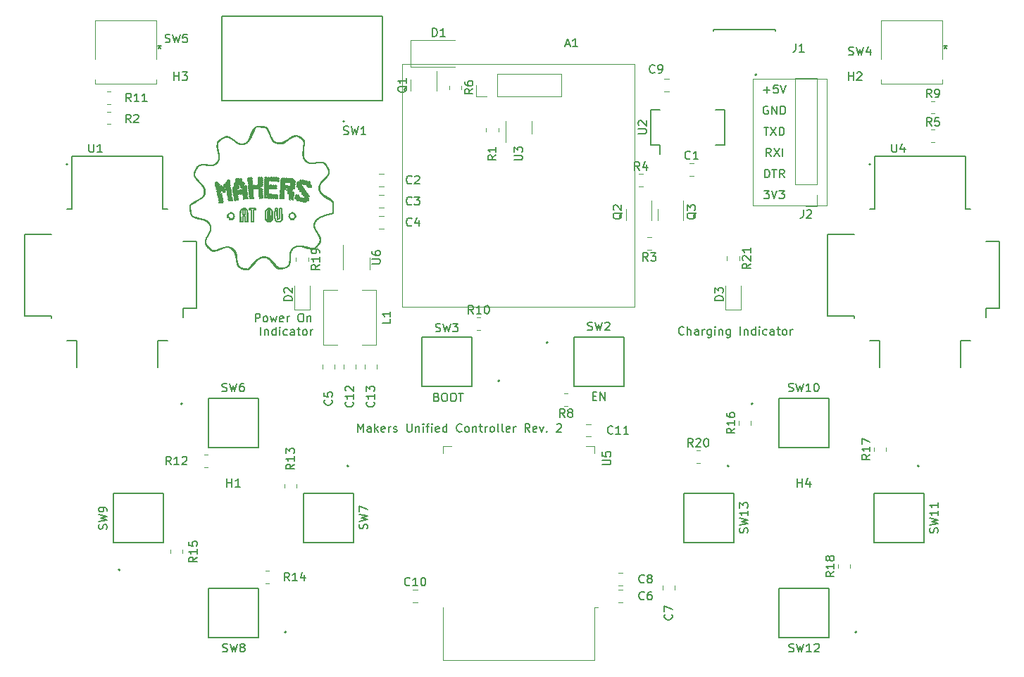
<source format=gbr>
%TF.GenerationSoftware,KiCad,Pcbnew,6.0.4-6f826c9f35~116~ubuntu18.04.1*%
%TF.CreationDate,2022-06-21T09:58:33-04:00*%
%TF.ProjectId,Makers-Unified-Controller,4d616b65-7273-42d5-956e-69666965642d,rev?*%
%TF.SameCoordinates,Original*%
%TF.FileFunction,Legend,Top*%
%TF.FilePolarity,Positive*%
%FSLAX46Y46*%
G04 Gerber Fmt 4.6, Leading zero omitted, Abs format (unit mm)*
G04 Created by KiCad (PCBNEW 6.0.4-6f826c9f35~116~ubuntu18.04.1) date 2022-06-21 09:58:33*
%MOMM*%
%LPD*%
G01*
G04 APERTURE LIST*
%ADD10C,0.180000*%
%ADD11C,0.150000*%
%ADD12C,0.127000*%
%ADD13C,0.200000*%
%ADD14C,0.120000*%
G04 APERTURE END LIST*
D10*
X131080388Y-64930790D02*
X131049302Y-64896254D01*
X125177036Y-71997416D02*
X125357036Y-71997416D01*
X130337036Y-72297416D02*
X130337036Y-72177416D01*
X130037036Y-71817416D02*
X130037036Y-71877416D01*
X133157036Y-71277416D02*
X132977036Y-71277416D01*
X132077036Y-73017416D02*
X131957036Y-73017416D01*
X128397035Y-72257416D02*
X128377036Y-72217417D01*
X130337036Y-64677416D02*
X130337036Y-64737416D01*
X135077036Y-73617416D02*
X135131864Y-73576652D01*
X127577036Y-71577416D02*
X127637036Y-72057416D01*
X128417036Y-72537416D02*
X128597036Y-72477416D01*
X132251696Y-81696158D02*
X132294056Y-81724256D01*
X126803480Y-79310720D02*
X126749360Y-79284008D01*
X136382174Y-69090698D02*
X136435340Y-69089702D01*
X125357036Y-72657416D02*
X125357036Y-72537416D01*
X133828796Y-80044310D02*
X133835222Y-79993466D01*
X129160333Y-81372260D02*
X129126458Y-81415274D01*
X127504514Y-66654560D02*
X127457762Y-66626996D01*
X133814972Y-80200292D02*
X133818794Y-80147816D01*
X132549782Y-66731750D02*
X132601544Y-66736665D01*
X126077036Y-71877416D02*
X125957036Y-71877416D01*
X130417035Y-72817417D02*
X130377036Y-72797416D01*
X137294227Y-77772584D02*
X137264900Y-77723144D01*
X122528360Y-70932536D02*
X122500412Y-70896212D01*
X134177036Y-71277416D02*
X134117036Y-71397416D01*
X135997035Y-72937417D02*
X135957036Y-72917416D01*
X127083092Y-75512030D02*
X127086986Y-75473504D01*
X127177036Y-72157417D02*
X127137035Y-72137416D01*
X128212940Y-74523368D02*
X128161268Y-74534252D01*
X128417036Y-72057416D02*
X128537036Y-72057416D01*
X132334010Y-66657362D02*
X132292118Y-66652358D01*
X129677036Y-74517416D02*
X128897036Y-74517416D01*
X128357036Y-71937416D02*
X128537036Y-71937416D01*
X134368436Y-75264878D02*
X134345990Y-75229418D01*
X131137520Y-65005430D02*
X131109758Y-64967222D01*
X135850976Y-72830678D02*
X135917036Y-72837416D01*
X137856692Y-69050186D02*
X137896292Y-69070058D01*
X138352178Y-70510568D02*
X138323210Y-70555184D01*
X132737036Y-71337416D02*
X132737036Y-71457416D01*
X129077036Y-72477416D02*
X128897036Y-72477416D01*
X135197036Y-71397416D02*
X135197036Y-71577416D01*
X130393412Y-80430698D02*
X130448486Y-80418374D01*
X124375016Y-79584644D02*
X124413068Y-79603394D01*
X133037036Y-73317416D02*
X132857036Y-73137416D01*
X125922494Y-65989557D02*
X125968790Y-65967092D01*
X130997036Y-73257416D02*
X130997036Y-73077416D01*
X127141442Y-66394088D02*
X127190630Y-66430082D01*
X129543440Y-64844798D02*
X129511189Y-64874600D01*
X130217036Y-72297416D02*
X130337036Y-72297416D01*
X128364830Y-66724088D02*
X128319128Y-66739718D01*
X133573964Y-66247484D02*
X133614380Y-66212606D01*
X125897036Y-71937416D02*
X125830976Y-71944160D01*
X129851048Y-80746748D02*
X129890492Y-80710826D01*
X127086122Y-75434486D02*
X127080728Y-75395396D01*
X128417036Y-75237416D02*
X128357036Y-74757416D01*
X127577036Y-71097416D02*
X127757036Y-71097416D01*
X127663316Y-81450728D02*
X127682648Y-81479348D01*
X137889602Y-69046772D02*
X137847596Y-69029924D01*
X131016380Y-64863740D02*
X130981532Y-64833362D01*
X126557036Y-75777416D02*
X126557036Y-75837416D01*
X128770694Y-66414806D02*
X128745338Y-66447866D01*
X136829060Y-76079414D02*
X136803926Y-76119578D01*
X131462942Y-80796080D02*
X131498780Y-80837084D01*
X130897035Y-71437417D02*
X130857036Y-71417416D01*
X125274998Y-68391308D02*
X125276269Y-68347334D01*
X129137036Y-72837416D02*
X129317036Y-72837416D01*
X126137036Y-72297416D02*
X126137036Y-72117416D01*
X126617036Y-72177416D02*
X126617036Y-72057416D01*
X133937036Y-71097416D02*
X134057036Y-70977416D01*
X127695356Y-66743792D02*
X127646996Y-66725030D01*
X129137036Y-76137416D02*
X129437036Y-76137416D01*
X134477036Y-72897416D02*
X134477036Y-73077416D01*
X130777035Y-71197417D02*
X130797036Y-71237416D01*
X130957035Y-72457417D02*
X130977036Y-72497416D01*
X127057036Y-72937417D02*
X127077035Y-72977416D01*
X131197035Y-72697417D02*
X131217036Y-72737416D01*
X126647360Y-66057638D02*
X126696278Y-66086271D01*
X131163776Y-65045300D02*
X131137520Y-65005430D01*
X131957036Y-72897416D02*
X131837036Y-72897416D01*
X134837036Y-71937416D02*
X134777036Y-71757416D01*
X123665828Y-78717416D02*
X123656846Y-78670658D01*
X131763158Y-66389613D02*
X131732936Y-66353282D01*
X131177036Y-71877416D02*
X130997036Y-71697416D01*
X129300866Y-81338618D02*
X129343627Y-81293972D01*
X132477036Y-70937416D02*
X132457035Y-70897417D01*
X126893786Y-66215373D02*
X126943394Y-66250262D01*
X135446804Y-79156202D02*
X135402980Y-79141904D01*
X125093234Y-66663020D02*
X125086892Y-66713253D01*
X127217036Y-72297416D02*
X127397036Y-72297416D01*
X135257036Y-73677416D02*
X135317036Y-73677416D01*
X122641040Y-73595672D02*
X122687558Y-73565480D01*
X126823796Y-79387814D02*
X126853424Y-79414214D01*
X128863532Y-66348026D02*
X128894966Y-66305516D01*
X123449821Y-72089282D02*
X123467420Y-72138014D01*
X123010712Y-75769718D02*
X123067232Y-75784466D01*
X137772374Y-69019040D02*
X137815352Y-69033236D01*
X127577036Y-72117416D02*
X127337036Y-72057416D01*
X133757036Y-72717416D02*
X133757036Y-72597416D01*
X125576702Y-66131529D02*
X125520871Y-66169676D01*
X135454064Y-67027898D02*
X135447416Y-67082816D01*
X128957036Y-71217416D02*
X128957036Y-71097416D01*
X133824710Y-80075474D02*
X133821500Y-80127770D01*
X123498158Y-69283196D02*
X123442783Y-69279614D01*
X127097036Y-73257416D02*
X127277036Y-73257416D01*
X129077036Y-72717416D02*
X128957036Y-72837416D01*
X138721574Y-73555880D02*
X138766340Y-73577642D01*
X130757036Y-71397416D02*
X130937036Y-71397416D01*
X131437670Y-80673836D02*
X131400884Y-80643986D01*
X132652358Y-66738117D02*
X132702272Y-66736262D01*
X122902040Y-71342852D02*
X122942954Y-71387228D01*
X126497036Y-72537416D02*
X126317036Y-72717416D01*
X135857036Y-71517416D02*
X135857036Y-71637416D01*
X131057036Y-71277416D02*
X131057036Y-71157416D01*
X123389138Y-75873800D02*
X123439730Y-75890330D01*
X126497036Y-72657416D02*
X126497036Y-72777416D01*
X127746086Y-81560204D02*
X127769174Y-81585398D01*
X130777035Y-70957417D02*
X130797036Y-70997416D01*
X136178984Y-69077168D02*
X136228172Y-69083498D01*
X130757036Y-72897416D02*
X130937036Y-72657416D01*
X123968480Y-76204412D02*
X124005398Y-76245098D01*
X127397036Y-71697416D02*
X127397036Y-71817416D01*
X135560096Y-73430066D02*
X135557036Y-73497416D01*
X137212166Y-78891416D02*
X137255150Y-78839918D01*
X125768426Y-66069926D02*
X125821772Y-66041108D01*
X124051916Y-76256036D02*
X124018124Y-76216478D01*
X128547086Y-81855824D02*
X128601122Y-81853958D01*
X123272270Y-71772944D02*
X123302792Y-71816210D01*
X122202884Y-75527306D02*
X122159750Y-75498392D01*
X129077036Y-72357416D02*
X129077036Y-72237416D01*
X135316154Y-79080002D02*
X135370544Y-79090004D01*
X138651272Y-73420952D02*
X138610742Y-73388858D01*
X125090840Y-79550474D02*
X125140922Y-79531880D01*
X130037036Y-71037416D02*
X130217036Y-71037416D01*
X130191482Y-80504306D02*
X130239452Y-80482466D01*
X129497036Y-71877416D02*
X129377036Y-71877416D01*
X135017036Y-71277416D02*
X135197036Y-71277416D01*
X138038792Y-69145796D02*
X138004513Y-69115958D01*
X129197036Y-70857416D02*
X129017036Y-70857416D01*
X133702682Y-81296084D02*
X133682438Y-81331646D01*
X138063620Y-75323414D02*
X138008996Y-75341036D01*
X138730658Y-73489760D02*
X138691268Y-73454546D01*
X133815614Y-80339913D02*
X133815248Y-80393247D01*
X126697036Y-72337417D02*
X126717035Y-72377416D01*
X133794656Y-75641672D02*
X133820456Y-75671054D01*
X122382313Y-75623036D02*
X122336522Y-75601856D01*
X131717036Y-73017416D02*
X131837036Y-72897416D01*
X124073684Y-77516138D02*
X124097144Y-77472134D01*
X131354006Y-74526267D02*
X131318852Y-74518359D01*
X135497036Y-71337416D02*
X135437036Y-71277416D01*
X138229100Y-75295514D02*
X138284108Y-75279926D01*
X136954454Y-69037256D02*
X136896938Y-69045296D01*
X135622922Y-79216160D02*
X135578732Y-79200968D01*
X124013168Y-79178900D02*
X123970826Y-79138490D01*
X132498674Y-66661935D02*
X132457934Y-66663009D01*
X131897036Y-71937416D02*
X131777036Y-71937416D01*
X125597036Y-72117416D02*
X125537036Y-72237416D01*
X131657036Y-71757416D02*
X131657036Y-71877416D01*
X133750436Y-81074210D02*
X133759574Y-81027836D01*
X131691986Y-75053054D02*
X131682608Y-75005330D01*
X126377036Y-71877416D02*
X126197036Y-71877416D01*
X132257036Y-74517416D02*
X132017036Y-74517416D01*
X132797036Y-72717416D02*
X132617036Y-72717416D01*
X127380920Y-80411192D02*
X127376816Y-80353742D01*
X133877036Y-72057416D02*
X134057036Y-72057416D01*
X126497036Y-71397416D02*
X126377036Y-71397416D01*
X131468906Y-65812040D02*
X131451812Y-65761766D01*
X127277036Y-73137416D02*
X127097036Y-73137416D01*
X132697035Y-71617417D02*
X132717036Y-71657416D01*
X121932020Y-75253076D02*
X121945922Y-75290888D01*
X129077036Y-71757416D02*
X129257036Y-71937416D01*
X125417036Y-72057416D02*
X125237036Y-72057416D01*
X132426848Y-75799550D02*
X132398714Y-75800786D01*
X127277036Y-71397416D02*
X127337036Y-71397416D01*
X126792926Y-79362302D02*
X126823796Y-79387814D01*
X130817036Y-72657416D02*
X130937036Y-72657416D01*
X129157035Y-73177417D02*
X129177036Y-73217416D01*
X126499298Y-75671798D02*
X126529880Y-75697982D01*
X129339452Y-81157430D02*
X129302371Y-81200120D01*
X127357036Y-71977417D02*
X127377035Y-72017416D01*
X133217036Y-71817416D02*
X133157036Y-71877416D01*
X129977036Y-71877416D02*
X130037036Y-71877416D01*
X135392330Y-66299834D02*
X135422636Y-66345314D01*
X133577036Y-71997416D02*
X133697036Y-71877416D01*
X130037036Y-70977416D02*
X130037036Y-71037416D01*
X136411400Y-79351724D02*
X136464140Y-79358210D01*
X135017036Y-72297416D02*
X135017036Y-72477416D01*
X127097036Y-71457416D02*
X127097036Y-71637416D01*
X133848974Y-75697772D02*
X133879982Y-75721478D01*
X135437036Y-71637416D02*
X135617036Y-71637416D01*
X131957036Y-71757416D02*
X131957036Y-71877416D01*
X137228918Y-75733184D02*
X137274548Y-75702368D01*
X134801936Y-65861150D02*
X134860382Y-65892969D01*
X127157036Y-72297416D02*
X127157036Y-72417416D01*
X129557036Y-71877416D02*
X129737036Y-71877416D01*
X137102528Y-78972710D02*
X137061769Y-79022906D01*
X129797036Y-71877416D02*
X129977036Y-71697416D01*
X133817420Y-80233425D02*
X133816292Y-80286608D01*
X125357036Y-72717416D02*
X125477036Y-72597416D01*
X133757036Y-70977416D02*
X133937036Y-70977416D01*
X131657036Y-71697416D02*
X131537036Y-71697416D01*
X124940966Y-69108578D02*
X124983560Y-69062714D01*
X133154738Y-66470402D02*
X133117772Y-66488499D01*
X128157035Y-72137416D02*
X128137036Y-72097417D01*
X130217036Y-72117416D02*
X130277036Y-72117416D01*
X127637036Y-71577416D02*
X127637036Y-71457416D01*
X126437036Y-72537416D02*
X126557036Y-72537416D01*
X127476164Y-81017930D02*
X127487270Y-81054482D01*
X130097036Y-72057416D02*
X130097036Y-71937416D01*
X135478892Y-66490413D02*
X135487886Y-66541226D01*
X122503904Y-75630980D02*
X122560154Y-75644882D01*
X124291844Y-69321596D02*
X124342946Y-69320690D01*
X125112044Y-68880392D02*
X125082416Y-68921396D01*
X137400824Y-72512522D02*
X137424590Y-72556022D01*
X132077036Y-71037416D02*
X132197036Y-70857416D01*
X135637035Y-72817417D02*
X135657036Y-72857416D01*
X133074320Y-81691676D02*
X133132208Y-81670346D01*
X134177036Y-71937416D02*
X134177036Y-71817416D01*
X133997036Y-71157416D02*
X134177036Y-70977416D01*
X128537036Y-71937416D02*
X128417036Y-71937416D01*
X133757036Y-71217416D02*
X133937036Y-71097416D01*
X122673170Y-69501386D02*
X122637782Y-69552710D01*
X134357036Y-71517416D02*
X134357036Y-71397416D01*
X134998508Y-65915912D02*
X134961710Y-65897643D01*
X132737036Y-73197416D02*
X132857036Y-73197416D01*
X130937036Y-71157416D02*
X130937036Y-71277416D01*
X135870932Y-68920334D02*
X135818432Y-68878910D01*
X136037036Y-73077416D02*
X135857036Y-73197416D01*
X132799466Y-74603685D02*
X132797672Y-74558396D01*
X133301036Y-66392943D02*
X133264688Y-66412970D01*
X131177036Y-72057416D02*
X131297036Y-71937416D01*
X131417036Y-72837416D02*
X131237036Y-72837416D01*
X137171126Y-77574872D02*
X137138642Y-77525456D01*
X126956288Y-66254270D02*
X126910934Y-66219182D01*
X135257036Y-72117416D02*
X135257036Y-71997416D01*
X133735784Y-66109557D02*
X133776440Y-66076269D01*
X128237036Y-72897416D02*
X128237036Y-73017416D01*
X123073076Y-73318892D02*
X123027464Y-73348262D01*
X129698414Y-80795252D02*
X129656444Y-80832638D01*
X133457036Y-70917416D02*
X133277036Y-70917416D01*
X131257035Y-71017417D02*
X131217036Y-70997416D01*
X127517036Y-71397416D02*
X127517036Y-71217416D01*
X129086654Y-65694134D02*
X129072416Y-65737406D01*
X124265636Y-76991042D02*
X124258334Y-77038244D01*
X135402980Y-79141904D02*
X135359204Y-79128098D01*
X134597036Y-73317416D02*
X134657036Y-73317416D01*
X137053826Y-77401256D02*
X137084726Y-77454362D01*
X132838448Y-75143342D02*
X132834224Y-75076124D01*
X126993872Y-75213548D02*
X126966134Y-75182834D01*
X130217036Y-72417416D02*
X130337036Y-72417416D01*
X130757036Y-72117416D02*
X130937036Y-72117416D01*
X126598874Y-75739808D02*
X126636920Y-75754634D01*
X126334310Y-79180100D02*
X126283544Y-79178936D01*
X125557036Y-72757417D02*
X125577035Y-72797416D01*
X128237036Y-72897416D02*
X128417036Y-72897416D01*
X136694282Y-76574426D02*
X136699412Y-76625408D01*
X129077036Y-73137416D02*
X129017036Y-73077416D01*
X133956950Y-79579196D02*
X133979744Y-79539632D01*
X128388974Y-81799700D02*
X128327294Y-81789452D01*
X133804850Y-80412908D02*
X133806848Y-80359526D01*
X130337036Y-72657416D02*
X130217036Y-72657416D01*
X138360206Y-73221242D02*
X138317858Y-73196372D01*
X130050074Y-80537180D02*
X130004696Y-80564750D01*
X137168066Y-78941612D02*
X137212166Y-78891416D01*
X132797036Y-72417416D02*
X132917036Y-72417416D01*
X125357036Y-73017416D02*
X125177036Y-72897416D01*
X126317036Y-72297416D02*
X126257036Y-72357416D01*
X135677036Y-72657416D02*
X135677036Y-72537416D01*
X132768488Y-81785204D02*
X132830228Y-81770192D01*
X136834604Y-77030690D02*
X136810939Y-76981094D01*
X131217036Y-71357416D02*
X131197035Y-71317417D01*
X122535734Y-70947824D02*
X122578142Y-70992674D01*
X128718686Y-66479798D02*
X128690660Y-66510542D01*
X132817256Y-75784832D02*
X132827234Y-75728804D01*
X123763724Y-78084770D02*
X123784268Y-78040850D01*
X126797036Y-75057416D02*
X126617036Y-74997416D01*
X126257036Y-71517416D02*
X126377036Y-71517416D01*
X128857036Y-72277417D02*
X128877035Y-72317416D01*
X125657036Y-72237416D02*
X125777036Y-72177416D01*
X136850252Y-77041388D02*
X136876598Y-77091050D01*
X131857035Y-73177417D02*
X131877036Y-73217416D01*
X131609858Y-80831840D02*
X131576834Y-80799284D01*
X128357036Y-72657416D02*
X128237036Y-72657416D01*
X127417036Y-71197417D02*
X127377035Y-71177416D01*
X132318068Y-81570146D02*
X132287726Y-81546920D01*
X130797036Y-71237416D02*
X130777035Y-71197417D01*
X131003210Y-64926878D02*
X131035418Y-64966892D01*
X127397036Y-72597416D02*
X127517036Y-72717416D01*
X135447416Y-67082816D02*
X135442172Y-67137416D01*
X133757036Y-71217416D02*
X133757036Y-71097416D01*
X137906546Y-72959234D02*
X137868134Y-72934094D01*
X127517036Y-71217416D02*
X127337036Y-71217416D01*
X134816018Y-65843612D02*
X134779946Y-65834625D01*
X133227080Y-81646706D02*
X133175420Y-81667016D01*
X132797036Y-72957416D02*
X132797036Y-72837416D01*
X128177036Y-72417416D02*
X128357036Y-72537416D01*
X127397036Y-71937416D02*
X127397036Y-72057416D01*
X128237036Y-73137416D02*
X128417036Y-72957416D01*
X131070739Y-74562000D02*
X131046824Y-74575136D01*
X132252428Y-74658272D02*
X132254222Y-74612390D01*
X132737612Y-66627920D02*
X132698414Y-66636626D01*
X130817036Y-72537416D02*
X130817036Y-72657416D01*
X133697036Y-71157416D02*
X133517036Y-71337416D01*
X132953810Y-81733466D02*
X133014692Y-81712910D01*
X132797036Y-72837416D02*
X132617036Y-72837416D01*
X132257036Y-70977416D02*
X132437036Y-70977416D01*
X122447894Y-69942482D02*
X122477756Y-69881204D01*
X135797036Y-73137416D02*
X135617036Y-73077416D01*
X126497036Y-72897416D02*
X126617036Y-72897416D01*
X124302494Y-79535936D02*
X124338146Y-79562216D01*
X126407486Y-75241436D02*
X126391700Y-75276566D01*
X135397035Y-72337417D02*
X135357036Y-72317416D01*
X134237036Y-73017416D02*
X134177036Y-72777416D01*
X125245321Y-68040764D02*
X125236538Y-67997066D01*
X133757036Y-71217416D02*
X133757036Y-71337416D01*
X129256988Y-81383114D02*
X129300866Y-81338618D01*
X123481352Y-72826064D02*
X123466112Y-72873578D01*
X123466112Y-72873578D02*
X123447613Y-72919166D01*
X124282952Y-76883900D02*
X124283192Y-76836866D01*
X135385916Y-67773530D02*
X135389024Y-67718648D01*
X130937036Y-72117416D02*
X130937036Y-71937416D01*
X131150354Y-65132456D02*
X131176052Y-65174978D01*
X125055674Y-67203980D02*
X125051360Y-67159118D01*
X132337604Y-81750038D02*
X132382406Y-81773342D01*
X128537036Y-71937416D02*
X128537036Y-71817416D01*
X138279926Y-75260096D02*
X138226352Y-75274862D01*
X133937036Y-71577416D02*
X133877036Y-71817416D01*
X131057036Y-71157416D02*
X130937036Y-71157416D01*
X132257036Y-70857416D02*
X132257036Y-70977416D01*
X136410488Y-79380848D02*
X136361414Y-79380884D01*
X131281958Y-74514482D02*
X131243294Y-74514830D01*
X129783757Y-80723450D02*
X129740858Y-80758832D01*
X122547470Y-73660922D02*
X122597036Y-73625846D01*
X130895864Y-74794634D02*
X130882268Y-74833652D01*
X126637036Y-73477417D02*
X126657035Y-73517416D01*
X130897035Y-71017417D02*
X130857036Y-70997416D01*
X133005806Y-66538940D02*
X132968114Y-66554306D01*
X132112448Y-81386180D02*
X132083954Y-81356420D01*
X129439904Y-65210234D02*
X129460256Y-65160656D01*
X125477036Y-72117416D02*
X125477036Y-71997416D01*
X126317036Y-71097416D02*
X126317036Y-71277416D01*
X134557538Y-79084850D02*
X134511062Y-79100606D01*
X128897036Y-74517416D02*
X128897036Y-74697416D01*
X129077036Y-70977416D02*
X128957036Y-70977416D01*
X135719138Y-68835116D02*
X135766898Y-68877644D01*
X134837036Y-73197416D02*
X134597036Y-73077416D01*
X131295932Y-65312726D02*
X131276384Y-65265392D01*
X131576834Y-80799284D02*
X131543150Y-80767148D01*
X122852552Y-71288216D02*
X122817764Y-71252984D01*
X132571904Y-74797088D02*
X132575534Y-74861654D01*
X135857036Y-72837416D02*
X135677036Y-72777416D01*
X128661188Y-66540038D02*
X128630198Y-66568232D01*
X128839676Y-66309452D02*
X128817788Y-66345542D01*
X135557036Y-72537416D02*
X135677036Y-72657416D01*
X135475952Y-68434694D02*
X135457364Y-68387234D01*
X132571886Y-75488426D02*
X132563540Y-75548984D01*
X131556362Y-71145578D02*
X131537036Y-71217416D01*
X135497036Y-73437416D02*
X135497036Y-73557416D01*
X131982824Y-75562760D02*
X131988770Y-75622568D01*
X135682502Y-68751392D02*
X135643982Y-68707796D01*
X127157036Y-71877416D02*
X127157036Y-71697416D01*
X131417036Y-70917416D02*
X131777036Y-71097416D01*
X132797036Y-74517416D02*
X132557036Y-74517416D01*
X127388108Y-80526668D02*
X127384634Y-80468870D01*
X127844744Y-81655304D02*
X127872158Y-81676616D01*
X136337036Y-71817416D02*
X136337036Y-71757416D01*
X133097036Y-71817416D02*
X133937036Y-71877416D01*
X132077036Y-72897416D02*
X131957036Y-72897416D01*
X136250486Y-79316384D02*
X136304564Y-79330304D01*
X131837036Y-73137416D02*
X131957036Y-73137416D01*
X135461564Y-66972800D02*
X135454064Y-67027898D01*
X132617036Y-73077416D02*
X132797036Y-73077416D01*
X128091062Y-66819032D02*
X128141408Y-66814826D01*
X130874696Y-75741404D02*
X130888598Y-75785210D01*
X129013454Y-66124268D02*
X129041378Y-66076562D01*
X131657036Y-74817416D02*
X131657036Y-75837416D01*
X133480814Y-66288380D02*
X133445096Y-66309723D01*
X127510766Y-81126242D02*
X127523228Y-81161396D01*
X127137035Y-73457416D02*
X127117036Y-73417417D01*
X129017036Y-71457416D02*
X129077036Y-71457416D01*
X129137036Y-72117416D02*
X129257036Y-72117416D01*
X127337036Y-71697416D02*
X127157036Y-71697416D01*
X133397036Y-71157416D02*
X133397036Y-71277416D01*
X133797036Y-72677416D02*
X133777035Y-72637417D01*
X133508144Y-81503948D02*
X133448750Y-81538208D01*
X123647438Y-78532130D02*
X123649682Y-78486494D01*
X136216742Y-79370930D02*
X136169300Y-79364612D01*
X127817036Y-71217416D02*
X127877036Y-71097416D01*
X135617036Y-73497416D02*
X135737036Y-73617416D01*
X126657035Y-72917416D02*
X126697036Y-72937417D01*
X128957036Y-71037416D02*
X128957036Y-70857416D01*
X124957035Y-71617417D02*
X124917036Y-71597416D01*
X130337036Y-72537416D02*
X130457036Y-72537416D01*
X133754204Y-75242774D02*
X133735346Y-75278354D01*
X128917808Y-66156770D02*
X128899544Y-66196076D01*
X134250488Y-65877428D02*
X134215682Y-65889885D01*
X133937036Y-71097416D02*
X133937036Y-70977416D01*
X123276830Y-73157252D02*
X123239828Y-73191842D01*
X122603018Y-69657752D02*
X122633606Y-69610172D01*
X127398014Y-80713226D02*
X127407080Y-80752244D01*
X131197035Y-72457417D02*
X131217036Y-72497416D01*
X131777036Y-71937416D02*
X131897036Y-71757416D01*
X134464262Y-79118984D02*
X134417108Y-79140086D01*
X135868352Y-72725654D02*
X135831674Y-72688958D01*
X123594224Y-72607532D02*
X123600794Y-72561818D01*
X135377036Y-72597416D02*
X135437036Y-72657416D01*
X130977036Y-71597416D02*
X130957035Y-71557417D01*
X130097036Y-73077416D02*
X130277036Y-73257416D01*
X133937036Y-73077416D02*
X133757036Y-73077416D01*
X130757036Y-71517416D02*
X130757036Y-71577416D01*
X128657036Y-73317416D02*
X128717036Y-73317416D01*
X131717036Y-75837416D02*
X131657036Y-74817416D01*
X128552498Y-74621954D02*
X128512640Y-74588090D01*
X129017036Y-71937416D02*
X129017036Y-71757416D01*
X128117036Y-72477416D02*
X128117036Y-72297416D01*
X121854650Y-74980964D02*
X121870220Y-75044006D01*
X125177036Y-72897416D02*
X125357036Y-73017416D01*
X125260226Y-68523650D02*
X125267090Y-68479460D01*
X131237036Y-71757416D02*
X131237036Y-71817416D01*
X137541307Y-71452286D02*
X137573036Y-71410178D01*
X122660564Y-71078114D02*
X122698886Y-71118566D01*
X136727396Y-76289744D02*
X136714706Y-76334708D01*
X130766744Y-80353274D02*
X130717346Y-80349512D01*
X133437036Y-71297416D02*
X133477035Y-71317417D01*
X127917035Y-71597416D02*
X127957036Y-71617417D01*
X129137036Y-73137416D02*
X128957036Y-73137416D01*
X122587376Y-71004620D02*
X122557376Y-70968662D01*
X131777036Y-71937416D02*
X131717036Y-71997416D01*
X125477036Y-73797416D02*
X125537036Y-73617416D01*
X134037036Y-71417416D02*
X134077035Y-71437417D01*
X134417036Y-75537416D02*
X134477036Y-75537416D01*
X135917036Y-73077416D02*
X135797036Y-73077416D01*
X128937035Y-73037416D02*
X128917036Y-72997417D01*
X128417036Y-76137416D02*
X128657036Y-76137416D01*
X135437036Y-73017416D02*
X135617036Y-73017416D01*
X133778468Y-75208730D02*
X133754204Y-75242774D01*
X138107732Y-73078100D02*
X138066500Y-73054844D01*
X132437036Y-71217416D02*
X132437036Y-71097416D01*
X125177036Y-73137416D02*
X125357036Y-73137416D01*
X124991870Y-79584080D02*
X125041142Y-79567928D01*
X129147044Y-65878593D02*
X129172076Y-65827718D01*
X127277036Y-72537416D02*
X127037036Y-72597416D01*
X133997036Y-73197416D02*
X133877036Y-73197416D01*
X123998204Y-79264016D02*
X124044542Y-79309538D01*
X137722880Y-72825098D02*
X137689004Y-72795152D01*
X126317036Y-71817416D02*
X126377036Y-72117416D01*
X127637036Y-72057416D02*
X127577036Y-72117416D01*
X136008344Y-69008558D02*
X135966872Y-68986526D01*
X136393832Y-69087008D02*
X136341332Y-69085130D01*
X127537036Y-71377417D02*
X127557035Y-71417416D01*
X135377036Y-72777416D02*
X135497036Y-72777416D01*
X127316258Y-80357559D02*
X127325786Y-80397140D01*
X128662190Y-76000772D02*
X128665724Y-75947984D01*
X129144962Y-65521556D02*
X129130040Y-65564505D01*
X138402806Y-70470662D02*
X138426926Y-70426790D01*
X133537035Y-71857417D02*
X133497036Y-71837416D01*
X131057036Y-71157416D02*
X131057036Y-71037416D01*
X131498780Y-80837084D02*
X131534102Y-80879090D01*
X133757036Y-73077416D02*
X133757036Y-73197416D01*
X126837035Y-73277416D02*
X126817036Y-73237417D01*
X127477036Y-71437417D02*
X127437035Y-71417416D01*
X130454426Y-64701578D02*
X130397036Y-64699364D01*
X133077036Y-72257416D02*
X133057035Y-72217417D01*
X132617036Y-72357416D02*
X132857036Y-72237416D01*
X136904180Y-77141408D02*
X136932806Y-77192390D01*
X136753256Y-76832090D02*
X136739168Y-76782344D01*
X128684162Y-75710192D02*
X128688950Y-75645866D01*
X130864478Y-80410958D02*
X130915550Y-80422196D01*
X126617036Y-75057416D02*
X126797036Y-75057416D01*
X135737036Y-73497416D02*
X135617036Y-73497416D01*
X125297036Y-72417416D02*
X125477036Y-72417416D01*
X131857035Y-72157417D02*
X131817036Y-72137416D01*
X130817036Y-71457416D02*
X130757036Y-71517416D01*
X129257036Y-71697416D02*
X129257036Y-71277416D01*
X123948236Y-69328580D02*
X123892070Y-69322916D01*
X134355128Y-65846072D02*
X134320208Y-65855474D01*
X125757035Y-73697416D02*
X125737036Y-73657417D01*
X137442398Y-72452396D02*
X137422736Y-72404024D01*
X134517036Y-73097416D02*
X134557035Y-73117417D01*
X133157036Y-72237416D02*
X133517036Y-72297416D01*
X127912676Y-71435084D02*
X127870142Y-71417450D01*
X132857036Y-72237416D02*
X132617036Y-72297416D01*
X136810939Y-76981094D02*
X136789358Y-76931462D01*
X136141016Y-79284656D02*
X136195964Y-79301000D01*
X132416912Y-66662636D02*
X132375608Y-66660770D01*
X129870890Y-80656106D02*
X129827108Y-80689184D01*
X125717036Y-71997416D02*
X125597036Y-71757416D01*
X132897036Y-72917416D02*
X132937035Y-72937417D01*
X135109928Y-65982969D02*
X135072614Y-65958530D01*
X127877036Y-72597416D02*
X127757036Y-72597416D01*
X129977036Y-71937416D02*
X129977036Y-72057416D01*
X131370722Y-70843670D02*
X131339462Y-70875308D01*
X126677036Y-73437416D02*
X126677036Y-73557416D01*
X127362314Y-80555684D02*
X127371224Y-80595236D01*
X126317036Y-71637416D02*
X126257036Y-71517416D01*
X122833928Y-73458818D02*
X122783540Y-73485164D01*
X133997036Y-73257416D02*
X134177036Y-73257416D01*
X125440844Y-66277232D02*
X125493626Y-66239247D01*
X132809270Y-81741380D02*
X132768734Y-81740624D01*
X132053234Y-75893900D02*
X132077240Y-75941372D01*
X133080626Y-66505982D02*
X133043312Y-66522812D01*
X129072416Y-65737406D02*
X129058172Y-65780612D01*
X125848874Y-72518090D02*
X125895554Y-72494786D01*
X121775888Y-74384534D02*
X121757036Y-74337416D01*
X126051128Y-79183388D02*
X126099050Y-79173326D01*
X135261092Y-66102758D02*
X135223004Y-66069404D01*
X121886030Y-75103472D02*
X121901786Y-75158630D01*
X130757036Y-73257416D02*
X130937036Y-73257416D01*
X127876508Y-76082216D02*
X127877036Y-76137416D01*
X132844550Y-75545396D02*
X132846710Y-75480404D01*
X132982454Y-81722924D02*
X132937412Y-81730892D01*
X130817036Y-71157416D02*
X130817036Y-71217416D01*
X134477036Y-73077416D02*
X134657036Y-73077416D01*
X126844220Y-66181322D02*
X126893786Y-66215373D01*
X126052664Y-65930690D02*
X126094526Y-65918924D01*
X132817035Y-71977417D02*
X132777036Y-71957416D01*
X128297036Y-71577416D02*
X128177036Y-71577416D01*
X130097036Y-73017416D02*
X130277036Y-73017416D01*
X129077036Y-72717416D02*
X128897036Y-72717416D01*
X127702862Y-81507152D02*
X127723994Y-81534116D01*
X137620454Y-71326136D02*
X137583500Y-71369024D01*
X138333020Y-75246020D02*
X138279926Y-75260096D01*
X121852766Y-74827190D02*
X121846412Y-74768540D01*
X131837036Y-73017416D02*
X131957036Y-73017416D01*
X127778816Y-81627530D02*
X127729004Y-81599420D01*
X133132208Y-81670346D02*
X133187882Y-81649496D01*
X121917212Y-75208742D02*
X121932020Y-75253076D01*
X129257036Y-72117416D02*
X129197036Y-72117416D01*
X131711768Y-75503174D02*
X131715122Y-75453512D01*
X128837036Y-71997416D02*
X128837036Y-72177416D01*
X125457035Y-73277416D02*
X125437036Y-73237417D01*
X133097036Y-71817416D02*
X133097036Y-71937416D01*
X135507560Y-66454424D02*
X135494102Y-66401546D01*
X124305800Y-79490396D02*
X124259840Y-79446386D01*
X134065922Y-75069908D02*
X134022254Y-75072182D01*
X132877035Y-72517417D02*
X132837036Y-72497416D01*
X128517035Y-72677416D02*
X128557036Y-72697417D01*
X136880414Y-69043802D02*
X136937126Y-69035738D01*
X131160632Y-74528895D02*
X131116592Y-74542976D01*
X125253235Y-68084480D02*
X125245321Y-68040764D01*
X124259840Y-79446386D02*
X124216124Y-79399256D01*
X131629988Y-66116630D02*
X131653490Y-66155319D01*
X125477036Y-72417416D02*
X125477036Y-72297416D01*
X127997036Y-70917416D02*
X127817036Y-70917416D01*
X133735346Y-75278354D02*
X133721660Y-75315122D01*
X138118340Y-75328598D02*
X138173816Y-75311726D01*
X123514238Y-72643334D02*
X123505298Y-72708812D01*
X126881846Y-79441472D02*
X126909104Y-79469558D01*
X129377126Y-81115028D02*
X129339452Y-81157430D01*
X127157036Y-71697416D02*
X127157036Y-71877416D01*
X131177036Y-71877416D02*
X131297036Y-71877416D01*
X130144994Y-80528270D02*
X130191482Y-80504306D01*
X133637036Y-71997416D02*
X133817036Y-72057416D01*
X133016780Y-72543812D02*
X133037036Y-72477416D01*
X125837036Y-72357416D02*
X125777036Y-72537416D01*
X128957036Y-72837416D02*
X128957036Y-72897416D01*
X129377036Y-71997416D02*
X129377036Y-71877416D01*
X136896938Y-69045296D02*
X136839482Y-69053108D01*
X129217035Y-71977417D02*
X129177036Y-71957416D01*
X132702272Y-66736262D02*
X132751322Y-66731258D01*
X136097036Y-71817416D02*
X136097036Y-71697416D01*
X129267368Y-65621163D02*
X129290108Y-65569166D01*
X132657036Y-73097416D02*
X132697035Y-73117417D01*
X125267090Y-68479460D02*
X125271974Y-68435348D01*
X127398572Y-80699660D02*
X127394930Y-80642174D01*
X128177036Y-74697416D02*
X128117036Y-75237416D01*
X128817788Y-66345542D02*
X128794820Y-66380678D01*
X137473382Y-78218414D02*
X137463560Y-78168764D01*
X133037036Y-70857416D02*
X133217036Y-71037416D01*
X131597036Y-73017416D02*
X131597036Y-73137416D01*
X127997036Y-72717416D02*
X128117036Y-72717416D01*
X130857036Y-70757416D02*
X130897035Y-70777417D01*
X128717036Y-76137416D02*
X128657036Y-74817416D01*
X135217035Y-72637417D02*
X135237036Y-72677416D01*
X130757036Y-71697416D02*
X130757036Y-71877416D01*
X128357036Y-72417416D02*
X128357036Y-72297416D01*
X121825142Y-74595638D02*
X121815914Y-74540126D01*
X130937036Y-72777416D02*
X130817036Y-73017416D01*
X125297036Y-73617416D02*
X125417036Y-73437416D01*
X133597035Y-72157417D02*
X133617036Y-72197416D01*
X129263329Y-65230634D02*
X129244429Y-65270738D01*
X123430699Y-71940014D02*
X123405368Y-71901962D01*
X127875038Y-76025588D02*
X127876508Y-76082216D01*
X138217754Y-70723508D02*
X138252584Y-70682390D01*
X131377035Y-71017417D02*
X131337036Y-70997416D01*
X135393380Y-67603430D02*
X135387698Y-67659146D01*
X125297036Y-72537416D02*
X125417036Y-72417416D01*
X136717142Y-76719038D02*
X136729286Y-76761902D01*
X127157036Y-72417416D02*
X127157036Y-72537416D01*
X135717036Y-72497416D02*
X135697035Y-72457417D01*
X135737036Y-71397416D02*
X135917036Y-71397416D01*
X125110904Y-67256408D02*
X125119148Y-67304870D01*
X138630086Y-73510508D02*
X138676124Y-73533506D01*
X134837036Y-73317416D02*
X134657036Y-73437416D01*
X123633446Y-78572894D02*
X123633452Y-78620852D01*
X122184026Y-73799816D02*
X122139152Y-73828580D01*
X126557036Y-73197416D02*
X126557036Y-73377416D01*
X131477036Y-71877416D02*
X131537036Y-71697416D01*
X127037036Y-72657416D02*
X127217036Y-72657416D01*
X129325441Y-65114402D02*
X129303763Y-65152406D01*
X130997036Y-71697416D02*
X131177036Y-71877416D01*
X123067232Y-75784466D02*
X123122966Y-75798986D01*
X135912824Y-68986586D02*
X135953270Y-69008744D01*
X137402480Y-78139634D02*
X137413580Y-78189566D01*
X123669638Y-78815396D02*
X123691706Y-78865640D01*
X125117036Y-71577416D02*
X125117036Y-71757416D01*
X135197036Y-71157416D02*
X135017036Y-71157416D01*
X135788006Y-72662084D02*
X135738260Y-72642818D01*
X127455068Y-80943626D02*
X127465442Y-80980970D01*
X131177036Y-73017416D02*
X131117036Y-72837416D01*
X137388866Y-72299708D02*
X137374802Y-72243524D01*
X129377036Y-76077416D02*
X129197036Y-76077416D01*
X127765502Y-71404724D02*
X127704074Y-71402246D01*
X131711306Y-75201158D02*
X131706314Y-75151148D01*
X130937036Y-72837416D02*
X130817036Y-72837416D01*
X125084114Y-67382264D02*
X125075546Y-67337852D01*
X135377036Y-71337416D02*
X135377036Y-71577416D01*
X132437036Y-70977416D02*
X132437036Y-70857416D01*
X125417036Y-72417416D02*
X125297036Y-72417416D01*
X131232890Y-80579396D02*
X131273408Y-80611262D01*
X122089514Y-73954419D02*
X122142218Y-73925306D01*
X130057035Y-72697417D02*
X130077036Y-72737416D01*
X134041898Y-65965004D02*
X134007146Y-65982249D01*
X131657036Y-75837416D02*
X131717036Y-75837416D01*
X125557036Y-71977417D02*
X125517035Y-71957416D01*
X135389936Y-68235908D02*
X135399500Y-68285114D01*
X134177036Y-71817416D02*
X134057036Y-71817416D01*
X126557036Y-73017416D02*
X126377036Y-72897416D01*
X127957036Y-71617417D02*
X127917035Y-71597416D01*
X133043312Y-66522812D02*
X133005806Y-66538940D01*
X134797035Y-72937417D02*
X134757036Y-72917416D01*
X127577036Y-71217416D02*
X127577036Y-71337416D01*
X128237036Y-72777416D02*
X128357036Y-72777416D01*
X125057036Y-71397416D02*
X124817036Y-71397416D01*
X136937126Y-69035738D02*
X136993772Y-69027692D01*
X131717036Y-73017416D02*
X131597036Y-73017416D01*
X135257036Y-72777416D02*
X135437036Y-72597416D01*
X131534102Y-80879090D02*
X131568992Y-80921936D01*
X138844532Y-73606280D02*
X138807362Y-73565504D01*
X132917036Y-71937416D02*
X133097036Y-71937416D01*
X138226352Y-75274862D02*
X138172381Y-75290336D01*
X133819112Y-80180450D02*
X133817420Y-80233425D01*
X133972382Y-66000122D02*
X133937600Y-66018567D01*
X132560108Y-76123112D02*
X132610862Y-76104122D01*
X137141809Y-75797816D02*
X137184644Y-75764996D01*
X131417036Y-71877416D02*
X131477036Y-71877416D01*
X124033178Y-77595536D02*
X124007630Y-77641544D01*
X126317036Y-75597416D02*
X126377036Y-75597416D01*
X123835712Y-69316898D02*
X123779246Y-69310706D01*
X130505624Y-80408690D02*
X130564952Y-80401748D01*
X125317036Y-72037417D02*
X125277035Y-72017416D01*
X127188212Y-79933928D02*
X127202270Y-79971026D01*
X122812652Y-69406256D02*
X122848340Y-69382088D01*
X131671742Y-74958734D02*
X131659364Y-74913440D01*
X133028726Y-81712622D02*
X132982454Y-81722924D01*
X128397035Y-72677416D02*
X128437036Y-72697417D01*
X126857036Y-73437416D02*
X126677036Y-73437416D01*
X139011464Y-74040554D02*
X139004180Y-73981826D01*
X127097036Y-71637416D02*
X127097036Y-71877416D01*
X123100670Y-73311218D02*
X123151208Y-73276334D01*
X125652872Y-79300850D02*
X125596250Y-79318496D01*
X134837036Y-71577416D02*
X134657036Y-71577416D01*
X133577036Y-72117416D02*
X133517036Y-72057416D01*
X132248432Y-74766818D02*
X132250448Y-74710004D01*
X138800042Y-75154628D02*
X138846338Y-75144740D01*
X135017036Y-72057416D02*
X134837036Y-72057416D01*
X135197036Y-72297416D02*
X135017036Y-72297416D01*
X137681870Y-68998286D02*
X137727848Y-69007448D01*
X131757782Y-66302181D02*
X131786846Y-66336693D01*
X127457036Y-73197416D02*
X127397036Y-73317416D01*
X126977036Y-72597416D02*
X127157036Y-72597416D01*
X131877036Y-73217416D02*
X131857035Y-73177417D01*
X129317036Y-71757416D02*
X129317036Y-71877416D01*
X125138966Y-68839130D02*
X125112044Y-68880392D01*
X138122252Y-69303842D02*
X138154580Y-69361808D01*
X129197036Y-72597416D02*
X129077036Y-72597416D01*
X126077036Y-71817416D02*
X126197036Y-71817416D01*
X124407218Y-79561724D02*
X124354700Y-79529450D01*
X123653000Y-78765908D02*
X123669638Y-78815396D01*
X123750926Y-76006568D02*
X123708950Y-75984734D01*
X129077036Y-70977416D02*
X128837036Y-71337416D01*
X124276364Y-69345338D02*
X124223150Y-69345470D01*
X129208910Y-65352644D02*
X129192146Y-65394320D01*
X135437036Y-72657416D02*
X135497036Y-72657416D01*
X124025060Y-77603864D02*
X124049606Y-77560046D01*
X132375608Y-66660770D02*
X132334010Y-66657362D01*
X136739168Y-76782344D02*
X136728002Y-76732556D01*
X122475968Y-69905564D02*
X122452448Y-69957416D01*
X130337036Y-72537416D02*
X130217036Y-72537416D01*
X131503850Y-65871656D02*
X131523530Y-65913776D01*
X122076614Y-75460346D02*
X122121734Y-75491450D01*
X127617035Y-72017416D02*
X127597036Y-71977417D01*
X126657035Y-73517416D02*
X126637036Y-73477417D01*
X131537036Y-71697416D02*
X131477036Y-71757416D01*
X127997036Y-71397416D02*
X127997036Y-71517416D01*
X131446484Y-65743040D02*
X131465414Y-65786240D01*
X125103506Y-67470794D02*
X125093474Y-67426574D01*
X137115494Y-77507684D02*
X137145920Y-77561156D01*
X133390994Y-81569546D02*
X133334822Y-81598034D01*
X123467048Y-72946514D02*
X123494522Y-72895922D01*
X131978762Y-75501620D02*
X131982824Y-75562760D01*
X135515372Y-66683378D02*
X135519002Y-66624362D01*
X127841222Y-75350042D02*
X127842758Y-75412784D01*
X128264252Y-81778004D02*
X128200412Y-81765218D01*
X134777036Y-71997416D02*
X134717036Y-71937416D01*
X125777036Y-72537416D02*
X125848874Y-72518090D01*
X131837036Y-73017416D02*
X131837036Y-73137416D01*
X135533756Y-68614928D02*
X135564158Y-68659976D01*
X128626028Y-74732156D02*
X128604728Y-74690834D01*
X134888570Y-65866910D02*
X134852228Y-65854358D01*
X126497036Y-73377416D02*
X126497036Y-73437416D01*
X138985694Y-74918264D02*
X138989786Y-74861534D01*
X125357036Y-73677416D02*
X125357036Y-73857416D01*
X127578470Y-81460706D02*
X127553984Y-81419762D01*
X132737036Y-71457416D02*
X132917036Y-71457416D01*
X134288780Y-65783703D02*
X134334758Y-65773011D01*
X127862828Y-75787706D02*
X127866512Y-75848594D01*
X129077036Y-72717416D02*
X129077036Y-72597416D01*
X135729752Y-73303370D02*
X135674060Y-73301948D01*
X128505962Y-81817106D02*
X128448716Y-81808874D01*
X127142126Y-79825148D02*
X127158176Y-79860962D01*
X133894898Y-79681400D02*
X133880630Y-79727474D01*
X126984218Y-79558526D02*
X127007162Y-79589654D01*
X131484506Y-65829123D02*
X131503850Y-65871656D01*
X131913272Y-81165914D02*
X131884460Y-81132770D01*
X134037036Y-73277416D02*
X134077035Y-73297417D01*
X127157036Y-73317416D02*
X127157036Y-73497416D01*
X131426522Y-80756222D02*
X131462942Y-80796080D01*
X126377036Y-73017416D02*
X126377036Y-73137416D01*
X138324908Y-69635894D02*
X138297026Y-69585434D01*
X127866512Y-75848594D02*
X127869884Y-75908630D01*
X134341652Y-79192814D02*
X134388662Y-79166546D01*
X133203416Y-66542678D02*
X133245686Y-66513440D01*
X138860402Y-75134732D02*
X138818354Y-75141692D01*
X129093266Y-81458120D02*
X129060764Y-81500738D01*
X136789946Y-76230920D02*
X136811318Y-76185740D01*
X131217036Y-71597416D02*
X131197035Y-71557417D01*
X134369594Y-79164026D02*
X134321690Y-79190906D01*
X132717036Y-71657416D02*
X132697035Y-71617417D01*
X136699412Y-76625408D02*
X136707818Y-76677416D01*
X138442700Y-70327988D02*
X138424256Y-70374308D01*
X135399500Y-68285114D02*
X135411200Y-68333798D01*
X125417036Y-71757416D02*
X125417036Y-71937416D01*
X136917542Y-79198394D02*
X136954262Y-79162400D01*
X136954262Y-79162400D02*
X136993892Y-79123280D01*
X135977036Y-71457416D02*
X135977036Y-71517416D01*
X123395234Y-75872318D02*
X123348152Y-75860618D01*
X122448002Y-73730486D02*
X122497814Y-73695842D01*
X126977036Y-75777416D02*
X126917036Y-75717416D01*
X135572978Y-73377218D02*
X135560096Y-73430066D01*
X123691706Y-78865640D02*
X123718664Y-78916382D01*
X129137036Y-72117416D02*
X129017036Y-71997416D01*
X131400884Y-80643986D02*
X131363216Y-80614862D01*
X131664164Y-75780206D02*
X131675294Y-75737438D01*
X132197036Y-71097416D02*
X132317036Y-70977416D01*
X135537036Y-71177416D02*
X135577035Y-71197417D01*
X131645462Y-74869634D02*
X131630024Y-74827496D01*
X133835222Y-79993466D02*
X133842746Y-79943342D01*
X132092528Y-81563570D02*
X132130934Y-81599444D01*
X138155144Y-69301970D02*
X138120692Y-69245558D01*
X132677036Y-71937416D02*
X132857036Y-71937416D01*
X130817036Y-71277416D02*
X130937036Y-71397416D01*
X138444662Y-73273148D02*
X138402494Y-73246796D01*
X136707818Y-76677416D02*
X136717142Y-76719038D01*
X132444290Y-81650528D02*
X132411920Y-81632438D01*
X134477036Y-65758622D02*
X134525396Y-65761964D01*
X137624654Y-72731192D02*
X137594323Y-72696950D01*
X134428844Y-65760314D02*
X134477036Y-65758622D01*
X130997036Y-72777416D02*
X131177036Y-72777416D01*
X136697672Y-76427588D02*
X136693496Y-76475528D01*
X131477036Y-71037416D02*
X131297036Y-71217416D01*
X126137204Y-65911502D02*
X126180644Y-65908220D01*
X122633606Y-69610172D02*
X122663036Y-69567056D01*
X136761236Y-76851086D02*
X136780646Y-76897274D01*
X126487340Y-79198094D02*
X126436130Y-79189550D01*
X124342946Y-69320690D02*
X124393292Y-69318470D01*
X125777036Y-72177416D02*
X125897036Y-72177416D01*
X131217036Y-72497416D02*
X131197035Y-72457417D01*
X123585848Y-75945926D02*
X123632594Y-75967004D01*
X128610686Y-81831248D02*
X128560142Y-81824516D01*
X136157036Y-71457416D02*
X136157036Y-71277416D01*
X134957036Y-71757416D02*
X134837036Y-71697416D01*
X138438098Y-69912212D02*
X138458654Y-69969362D01*
X137969935Y-69119210D02*
X138003793Y-69148808D01*
X124187672Y-69320006D02*
X124240058Y-69321326D01*
X128370386Y-74526962D02*
X128318396Y-74519576D01*
X128630198Y-66568232D02*
X128597630Y-66595058D01*
X130037036Y-71037416D02*
X130037036Y-71397416D01*
X133411478Y-66385478D02*
X133452302Y-66351524D01*
X126077036Y-71577416D02*
X126257036Y-71577416D01*
X122475482Y-75660608D02*
X122428652Y-75642584D01*
X131657036Y-72117416D02*
X131657036Y-71937416D01*
X129056150Y-81605984D02*
X129097814Y-81559670D01*
X137358085Y-71721854D02*
X137341568Y-71767604D01*
X128057036Y-71757416D02*
X128057036Y-71637416D01*
X137630318Y-75485360D02*
X137577794Y-75509066D01*
X125217036Y-71777416D02*
X125257036Y-71797417D01*
X134897036Y-71337416D02*
X134717036Y-71277416D01*
X135497036Y-73557416D02*
X135317036Y-73557416D01*
X128837036Y-71337416D02*
X129197036Y-70977416D01*
X133217036Y-71037416D02*
X133157036Y-70857416D01*
X127757036Y-72597416D02*
X127697036Y-72357416D01*
X133577036Y-71877416D02*
X133397036Y-71877416D01*
X125137352Y-67401308D02*
X125147120Y-67449278D01*
X129497036Y-71997416D02*
X129497036Y-72117416D01*
X132853838Y-66595401D02*
X132815318Y-66607256D01*
X130757036Y-71157416D02*
X130937036Y-71157416D01*
X129197036Y-74697416D02*
X129197036Y-76077416D01*
X133228190Y-66432590D02*
X133191542Y-66451748D01*
X133937036Y-71817416D02*
X133937036Y-71937416D01*
X130937036Y-72537416D02*
X130817036Y-72537416D01*
X123832262Y-76055762D02*
X123792044Y-76030208D01*
X133037036Y-71037416D02*
X132977036Y-70917416D01*
X135737036Y-73677416D02*
X135737036Y-73617416D01*
X125493626Y-66239247D02*
X125547860Y-66202460D01*
X122786504Y-73504634D02*
X122838092Y-73473788D01*
X128897036Y-72477416D02*
X128897036Y-72597416D01*
X136789358Y-76931462D02*
X136770056Y-76881800D01*
X122452754Y-70854206D02*
X122493656Y-70901642D01*
X137519935Y-75562472D02*
X137571865Y-75537200D01*
X135977036Y-71517416D02*
X135917036Y-71577416D01*
X133157036Y-71937416D02*
X133157036Y-71997416D01*
X134057036Y-72177416D02*
X134057036Y-72057416D01*
X133752104Y-75576314D02*
X133771802Y-75609974D01*
X135377036Y-73437416D02*
X135137036Y-73317416D01*
X126446888Y-75610904D02*
X126471578Y-75642638D01*
X134918606Y-65927282D02*
X134976062Y-65963438D01*
X125283572Y-68369426D02*
X125280170Y-68413286D01*
X126977036Y-72357416D02*
X127157036Y-72177416D01*
X128190536Y-66807878D02*
X128238476Y-66798255D01*
X123927668Y-79097120D02*
X123884636Y-79054670D01*
X129497036Y-72117416D02*
X129617036Y-72117416D01*
X130141910Y-80486804D02*
X130095818Y-80511170D01*
X130457036Y-72537416D02*
X130457036Y-72417416D01*
X138071024Y-70859240D02*
X138030242Y-70901846D01*
X137292637Y-72137156D02*
X137297390Y-72186776D01*
X128117036Y-72357416D02*
X127997036Y-72477416D01*
X134408510Y-75543020D02*
X134417144Y-75503198D01*
X135377036Y-73437416D02*
X135317036Y-73317416D01*
X128357036Y-72897416D02*
X128237036Y-72897416D01*
X128417036Y-76137416D02*
X128357036Y-75417416D01*
X127457762Y-66626996D02*
X127411322Y-66597723D01*
X122715530Y-71147060D02*
X122682446Y-71111618D01*
X128968832Y-81694160D02*
X129013238Y-81651152D01*
X130217036Y-71517416D02*
X130217036Y-71397416D01*
X122347370Y-70192022D02*
X122368790Y-70130120D01*
X125057036Y-71577416D02*
X125057036Y-71397416D01*
X129977036Y-71937416D02*
X129497036Y-71997416D01*
X133157036Y-70857416D02*
X133037036Y-70857416D01*
X135698600Y-79164350D02*
X135753320Y-79178156D01*
X134897036Y-72957416D02*
X134717036Y-73137416D01*
X127497035Y-72077416D02*
X127537036Y-72097417D01*
X127577036Y-71937416D02*
X127397036Y-71817416D01*
X132893564Y-81736580D02*
X132850868Y-81740054D01*
X135369992Y-67929458D02*
X135369530Y-67981880D01*
X126297035Y-71237416D02*
X126277036Y-71197417D01*
X124000178Y-77647616D02*
X124025060Y-77603864D01*
X123239828Y-73191842D02*
X123200804Y-73225214D01*
X122295464Y-70600460D02*
X122317808Y-70653188D01*
X126397036Y-71797417D02*
X126357035Y-71777416D01*
X130137036Y-71897416D02*
X130177035Y-71917417D01*
X127277036Y-71217416D02*
X127277036Y-71397416D01*
X132977036Y-73317416D02*
X133037036Y-73317416D01*
X126966134Y-75182834D02*
X126935468Y-75154982D01*
X132857036Y-73317416D02*
X132857036Y-73197416D01*
X133617036Y-72197416D02*
X133597035Y-72157417D01*
X135797036Y-73077416D02*
X135797036Y-73317416D01*
X135675116Y-68792090D02*
X135719138Y-68835116D01*
X124393292Y-69318470D02*
X124442792Y-69314804D01*
X135157035Y-71437417D02*
X135177036Y-71477416D01*
X124115726Y-76343516D02*
X124084466Y-76298342D01*
X123661406Y-78395924D02*
X123670604Y-78350966D01*
X133977036Y-71297416D02*
X133957035Y-71257417D01*
X133979744Y-79539632D02*
X134004824Y-79501694D01*
X128897036Y-74697416D02*
X129197036Y-74697416D01*
X130099862Y-80554256D02*
X130144994Y-80528270D01*
X123949970Y-77734976D02*
X123975104Y-77691314D01*
X133997036Y-72537416D02*
X134057036Y-72537416D01*
X131715122Y-75453512D02*
X131717126Y-75403340D01*
X128957036Y-73077416D02*
X129077036Y-73077416D01*
X133877036Y-73317416D02*
X133997036Y-73317416D01*
X125082290Y-66763346D02*
X125079326Y-66813302D01*
X132957036Y-71057416D02*
X132997035Y-71077417D01*
X128117036Y-72537416D02*
X128117036Y-72657416D01*
X131331512Y-65480018D02*
X131351270Y-65524076D01*
X123291410Y-73165148D02*
X123332960Y-73125572D01*
X135677036Y-71637416D02*
X135857036Y-71637416D01*
X127397036Y-71817416D02*
X127577036Y-71937416D01*
X134291168Y-75166172D02*
X134259308Y-75139274D01*
X132559256Y-74584970D02*
X132561710Y-74629532D01*
X130717346Y-80349512D02*
X130668122Y-80348360D01*
X138994280Y-74802644D02*
X138998990Y-74741912D01*
X132917036Y-71457416D02*
X132977036Y-71457416D01*
X126077036Y-71697416D02*
X126077036Y-71817416D01*
X130857036Y-71417416D02*
X130897035Y-71437417D01*
X128237036Y-72537416D02*
X128237036Y-72657416D01*
X129077036Y-73077416D02*
X129197036Y-73077416D01*
X135711734Y-79246304D02*
X135667250Y-79231310D01*
X125651798Y-79318184D02*
X125702804Y-79297538D01*
X128437036Y-72697417D02*
X128397035Y-72677416D01*
X127997036Y-71577416D02*
X127976462Y-71511374D01*
X128302946Y-81842762D02*
X128348420Y-81848270D01*
X127371224Y-80595236D02*
X127380122Y-80634698D01*
X131957036Y-71877416D02*
X132137036Y-71877416D01*
X129130040Y-65564505D02*
X129115393Y-65607620D01*
X131682608Y-75005330D02*
X131671742Y-74958734D01*
X127818464Y-81632978D02*
X127844744Y-81655304D01*
X131857035Y-71737417D02*
X131817036Y-71717416D01*
X127877036Y-71877416D02*
X127877036Y-71997416D01*
X129317036Y-72237416D02*
X129137036Y-72237416D01*
X136839482Y-69053108D02*
X136782194Y-69060518D01*
X132582320Y-75356456D02*
X132578078Y-75423992D01*
X129257036Y-71997416D02*
X129377036Y-71997416D01*
X126557036Y-73017416D02*
X126377036Y-73017416D01*
X131991524Y-74990150D02*
X131987270Y-75054236D01*
X126428330Y-75208190D02*
X126407486Y-75241436D01*
X129417036Y-72137416D02*
X129457035Y-72157417D01*
X133821500Y-80127770D02*
X133819112Y-80180450D01*
X128021252Y-74601002D02*
X127982570Y-74634122D01*
X135137036Y-73437416D02*
X135317036Y-73257416D01*
X138355928Y-69742958D02*
X138385568Y-69798608D01*
X133637036Y-72237416D02*
X133817036Y-72237416D01*
X126557036Y-73137416D02*
X126377036Y-73377416D01*
X123955706Y-77733530D02*
X123929642Y-77779526D01*
X130937036Y-73077416D02*
X130757036Y-73077416D01*
X130817036Y-74817416D02*
X130817036Y-75837416D01*
X131659364Y-74913440D02*
X131645462Y-74869634D01*
X127948226Y-71465162D02*
X127912676Y-71435084D01*
X135457035Y-73297417D02*
X135417036Y-73277416D01*
X136329860Y-69090104D02*
X136382174Y-69090698D01*
X124053758Y-79218476D02*
X124013168Y-79178900D01*
X127793804Y-66786705D02*
X127835840Y-66798356D01*
X130457036Y-71397416D02*
X130457036Y-71277416D01*
X130188338Y-80464148D02*
X130141910Y-80486804D01*
X128117036Y-75417416D02*
X128117036Y-76137416D01*
X128237036Y-72657416D02*
X128357036Y-72657416D01*
X133771802Y-75609974D02*
X133794656Y-75641672D01*
X133873148Y-79798208D02*
X133886282Y-79751876D01*
X130757036Y-72777416D02*
X130937036Y-72777416D01*
X136556576Y-69082796D02*
X136501550Y-69085676D01*
X125537036Y-72357416D02*
X125657036Y-72357416D01*
X122338106Y-70190138D02*
X122312906Y-70251428D01*
X121790300Y-74637794D02*
X121800416Y-74707706D01*
X138458654Y-69969362D02*
X138473852Y-70026218D01*
X126797036Y-73197416D02*
X126677036Y-73197416D01*
X130842080Y-75601790D02*
X130851452Y-75649514D01*
X131543630Y-65955446D02*
X131564240Y-65996612D01*
X131653490Y-66155319D02*
X131677940Y-66193262D01*
X123441842Y-75884876D02*
X123395234Y-75872318D01*
X132617036Y-72717416D02*
X132617036Y-72837416D01*
X131318852Y-74518359D02*
X131281958Y-74514482D01*
X132137036Y-71757416D02*
X131957036Y-71757416D01*
X139003724Y-74679638D02*
X139008296Y-74616140D01*
X135917036Y-73077416D02*
X136097036Y-73077416D01*
X125708594Y-79283888D02*
X125652872Y-79300850D01*
X122389388Y-75600794D02*
X122446766Y-75616430D01*
X123766700Y-76040090D02*
X123809282Y-76068272D01*
X125977036Y-72457417D02*
X125997035Y-72497416D01*
X136770776Y-79305956D02*
X136820198Y-79277318D01*
X132957036Y-72677416D02*
X132997035Y-72697417D01*
X131757036Y-73277416D02*
X131797035Y-73297417D01*
X137141792Y-78921884D02*
X137102528Y-78972710D01*
X122301290Y-70516514D02*
X122296976Y-70470890D01*
X128563394Y-66620469D02*
X128527430Y-66644390D01*
X123884636Y-79054670D02*
X123842672Y-79011026D01*
X125188424Y-67639412D02*
X125198834Y-67686500D01*
X135137036Y-72237416D02*
X135317036Y-72477416D01*
X137341525Y-72005996D02*
X137341826Y-71955500D01*
X125192408Y-68746046D02*
X125210810Y-68701352D01*
X133879982Y-75721478D02*
X133913264Y-75741818D01*
X131543150Y-80767148D02*
X131508758Y-80735480D01*
X138295754Y-69635978D02*
X138325604Y-69688616D01*
X125196092Y-66461841D02*
X125164514Y-66503990D01*
X130337036Y-72657416D02*
X130337036Y-72537416D01*
X128831318Y-66389252D02*
X128863532Y-66348026D01*
X137450348Y-72598772D02*
X137478008Y-72640784D01*
X131957036Y-73137416D02*
X131957036Y-73017416D01*
X128977036Y-70897417D02*
X128997035Y-70937416D01*
X133997036Y-72657416D02*
X133937036Y-72777416D01*
X134436290Y-79143128D02*
X134484518Y-79122458D01*
X129177036Y-71957416D02*
X129217035Y-71977417D01*
X130057035Y-71197417D02*
X130077036Y-71237416D01*
X125033186Y-79505630D02*
X124974266Y-79525922D01*
X129058172Y-65780612D02*
X129043850Y-65823692D01*
X134177036Y-72597416D02*
X134057036Y-72597416D01*
X128377036Y-72337417D02*
X128397035Y-72377416D01*
X138067934Y-70885316D02*
X138106640Y-70845176D01*
X127257035Y-71897416D02*
X127297036Y-71917417D01*
X136037036Y-73317416D02*
X136037036Y-73197416D01*
X128957036Y-70857416D02*
X128777036Y-70857416D01*
X122755970Y-69419084D02*
X122712386Y-69456332D01*
X132737036Y-71217416D02*
X132677036Y-71457416D01*
X135197036Y-72477416D02*
X135197036Y-72297416D01*
X130521614Y-80359850D02*
X130473218Y-80368412D01*
X131717036Y-73017416D02*
X131837036Y-73017416D01*
X127001558Y-66289808D02*
X126956288Y-66254270D01*
X125046872Y-67068992D02*
X125046914Y-67023710D01*
X133709456Y-75429044D02*
X133714250Y-75467054D01*
X134057036Y-70977416D02*
X133937036Y-70977416D01*
X135787904Y-72823346D02*
X135850976Y-72830678D01*
X130832990Y-75054608D02*
X130826978Y-75102704D01*
X135357036Y-73697416D02*
X135397035Y-73717417D01*
X135617036Y-73557416D02*
X135497036Y-73437416D01*
X135977036Y-71517416D02*
X135857036Y-71517416D01*
X125537036Y-72237416D02*
X125417036Y-72117416D01*
X130237035Y-70957417D02*
X130257036Y-70997416D01*
X126197036Y-71817416D02*
X126257036Y-71817416D01*
X138156128Y-73245704D02*
X138203342Y-73275098D01*
X128597036Y-72057416D02*
X128417036Y-72057416D01*
X127797035Y-71297416D02*
X127777036Y-71257417D01*
X138173816Y-75311726D02*
X138229100Y-75295514D01*
X134417144Y-75503198D02*
X134420558Y-75462668D01*
X128527430Y-66644390D02*
X128489666Y-66666776D01*
X130757036Y-71937416D02*
X130757036Y-72117416D01*
X138880832Y-73649132D02*
X138844532Y-73606280D01*
X129117036Y-70817416D02*
X129157035Y-70837417D01*
X130816304Y-75302012D02*
X130817048Y-75352664D01*
X124280150Y-76930622D02*
X124282952Y-76883900D01*
X130473218Y-80368412D02*
X130425056Y-80379206D01*
X133264688Y-66412970D02*
X133228190Y-66432590D01*
X122749166Y-71182424D02*
X122715530Y-71147060D01*
X128557036Y-72697417D02*
X128517035Y-72677416D01*
X131023994Y-74591871D02*
X131002268Y-74612024D01*
X126477035Y-71777416D02*
X126517036Y-71797417D01*
X131477036Y-71877416D02*
X131657036Y-71697416D01*
X132265886Y-75509882D02*
X132258602Y-75447332D01*
X125437036Y-73357417D02*
X125457035Y-73397416D01*
X135399470Y-67547156D02*
X135393380Y-67603430D01*
X134022254Y-75072182D02*
X133977518Y-75080876D01*
X125219102Y-67780124D02*
X125228768Y-67826654D01*
X124114700Y-69341696D02*
X124059632Y-69338144D01*
X132892166Y-81752756D02*
X132953810Y-81733466D01*
X128704400Y-75180872D02*
X128701880Y-75116630D01*
X130626590Y-80397650D02*
X130690652Y-80396498D01*
X131657036Y-71877416D02*
X131777036Y-71877416D01*
X132837036Y-72437416D02*
X132877035Y-72457417D01*
X125257036Y-71797417D02*
X125217036Y-71777416D01*
X125477036Y-73317416D02*
X125477036Y-73677416D01*
X126317036Y-71637416D02*
X126137036Y-71637416D01*
X128027558Y-81766952D02*
X128062550Y-81781574D01*
X127394930Y-80642174D02*
X127391486Y-80584472D01*
X124132718Y-79302902D02*
X124091660Y-79257326D01*
X126099050Y-79173326D02*
X126146366Y-79165310D01*
X132018032Y-81487280D02*
X132054920Y-81526136D01*
X127577036Y-71817416D02*
X127577036Y-71697416D01*
X138394040Y-73386140D02*
X138441746Y-73412282D01*
X130817036Y-64677416D02*
X130817036Y-64737416D01*
X125753600Y-79277654D02*
X125804132Y-79258700D01*
X130417035Y-73057417D02*
X130377036Y-73037416D01*
X133117772Y-66488499D02*
X133080626Y-66505982D01*
X125184944Y-66522950D02*
X125217644Y-66480537D01*
X123489794Y-69269102D02*
X123542450Y-69271736D01*
X124575992Y-79644704D02*
X124619156Y-79647410D01*
X129853568Y-64681838D02*
X129796040Y-64694768D01*
X126454880Y-65963882D02*
X126502436Y-65983790D01*
X133382084Y-81578834D02*
X133424276Y-81559490D01*
X129377036Y-71877416D02*
X129257036Y-72117416D01*
X127125344Y-79789820D02*
X127142126Y-79825148D01*
X124709828Y-69252134D02*
X124666718Y-69272768D01*
X131705378Y-80931326D02*
X131674082Y-80897924D01*
X132658100Y-76076942D02*
X132700832Y-76041218D01*
X124853966Y-79562792D02*
X124793498Y-79578020D01*
X127717036Y-71617417D02*
X127677035Y-71597416D01*
X137790409Y-71164820D02*
X137829620Y-71124746D01*
X132380120Y-81612974D02*
X132348854Y-81592184D01*
X130417035Y-73297417D02*
X130377036Y-73277416D01*
X130937036Y-72777416D02*
X130937036Y-72657416D01*
X134057036Y-71937416D02*
X134177036Y-71937416D01*
X127948412Y-81698162D02*
X127889090Y-81676772D01*
X133801220Y-80519588D02*
X133803014Y-80466290D01*
X137548052Y-71412122D02*
X137514302Y-71455442D01*
X126797036Y-72957416D02*
X126617036Y-73137416D01*
X130977036Y-72257416D02*
X130957035Y-72217417D01*
X128417036Y-72417416D02*
X128597036Y-72417416D01*
X130037036Y-70977416D02*
X130217036Y-70977416D01*
X126497036Y-71097416D02*
X126317036Y-71097416D01*
X137658710Y-71283410D02*
X137620454Y-71326136D01*
X126257036Y-71757416D02*
X126197036Y-71877416D01*
X129356126Y-65413598D02*
X129377473Y-65362160D01*
X129178400Y-81467642D02*
X129217814Y-81423938D01*
X133977518Y-75080876D02*
X133931990Y-75096440D01*
X135117036Y-72497416D02*
X135157035Y-72517417D01*
X135137036Y-71757416D02*
X135077036Y-71577416D01*
X125897036Y-72177416D02*
X125837036Y-72057416D01*
X131613026Y-74787218D02*
X131594456Y-74748968D01*
X134117036Y-71577416D02*
X134117036Y-71757416D01*
X132252896Y-75381500D02*
X132248624Y-75313148D01*
X126485912Y-75149000D02*
X126454406Y-75177248D01*
X137641849Y-72839876D02*
X137679128Y-72877526D01*
X129117036Y-72437416D02*
X129097035Y-72397417D01*
X123565490Y-72216866D02*
X123551396Y-72176060D01*
X132294056Y-81724256D02*
X132337604Y-81750038D01*
X136157036Y-71517416D02*
X135977036Y-71457416D01*
X137405191Y-68985044D02*
X137350669Y-68988806D01*
X136029854Y-79251134D02*
X136085648Y-79267868D01*
X135197036Y-71577416D02*
X135377036Y-71577416D01*
X135434432Y-67258424D02*
X135440906Y-67198220D01*
X129017036Y-71757416D02*
X128837036Y-71757416D01*
X136670474Y-79344116D02*
X136720868Y-79328054D01*
X130997036Y-72417416D02*
X130997036Y-72777416D01*
X123533462Y-75913016D02*
X123487934Y-75898400D01*
X135297036Y-72557416D02*
X135337035Y-72577417D01*
X123577640Y-72258146D02*
X123565490Y-72216866D01*
X133037036Y-72957416D02*
X132857036Y-72957416D01*
X128114006Y-66783290D02*
X128056778Y-66789152D01*
X126269648Y-65913242D02*
X126315116Y-65921138D01*
X124216124Y-79399256D02*
X124173980Y-79350818D01*
X130816940Y-75251504D02*
X130816304Y-75302012D01*
X135227942Y-79090682D02*
X135184154Y-79079900D01*
X122817764Y-71252984D02*
X122783276Y-71217728D01*
X131177036Y-71637416D02*
X131177036Y-71457416D01*
X129377036Y-74697416D02*
X129677036Y-74697416D01*
X132647534Y-81805611D02*
X132707432Y-81797205D01*
X131057036Y-71937416D02*
X130997036Y-71997416D01*
X131574302Y-74712932D02*
X131552540Y-74679302D01*
X126238970Y-79156028D02*
X126284156Y-79155086D01*
X125397035Y-71957416D02*
X125437036Y-71977417D01*
X138082226Y-69193022D02*
X138038792Y-69145796D01*
X132243800Y-75171920D02*
X132242948Y-75100562D01*
X124847144Y-79623146D02*
X124894826Y-79611848D01*
X123557816Y-72748592D02*
X123572822Y-72700898D01*
X122423876Y-70785884D02*
X122401088Y-70748588D01*
X135817035Y-73357417D02*
X135777036Y-73337416D01*
X128937992Y-81667334D02*
X128909174Y-81707648D01*
X131097036Y-70997416D02*
X131137035Y-71017417D01*
X138989786Y-74861534D02*
X138994280Y-74802644D01*
X129977036Y-71937416D02*
X129857036Y-71937416D01*
X124129052Y-77411120D02*
X124106342Y-77457302D01*
X131701076Y-75600236D02*
X131707082Y-75552140D01*
X132216056Y-66641163D02*
X132267266Y-66660770D01*
X134357036Y-71877416D02*
X134297036Y-71697416D01*
X125057522Y-66886928D02*
X125064920Y-66840999D01*
X124666718Y-69272768D02*
X124622150Y-69290432D01*
X128117036Y-75237416D02*
X128357036Y-75237416D01*
X128375402Y-66754214D02*
X128418824Y-66734738D01*
X125085818Y-67060970D02*
X125090714Y-67110062D01*
X135355346Y-66256016D02*
X135392330Y-66299834D01*
X135818432Y-68878910D02*
X135769610Y-68836946D01*
X131389430Y-80717654D02*
X131426522Y-80756222D01*
X124136540Y-79394930D02*
X124181102Y-79434284D01*
X134057036Y-73077416D02*
X134057036Y-73017416D01*
X124207394Y-77225588D02*
X124189994Y-77272112D01*
X122682446Y-71111618D02*
X122649998Y-71076080D01*
X131477036Y-73077416D02*
X131477036Y-73257416D01*
X133844102Y-75146654D02*
X133808360Y-75176576D01*
X132539138Y-66659468D02*
X132498674Y-66661935D01*
X123723044Y-76013918D02*
X123766700Y-76040090D01*
X135995408Y-69027866D02*
X136039136Y-69044108D01*
X127157036Y-72777416D02*
X127097036Y-72897416D01*
X124491362Y-69309548D02*
X124538930Y-69302570D01*
X130965038Y-80436542D02*
X131013008Y-80453840D01*
X127277036Y-71637416D02*
X127277036Y-71457416D01*
X132797036Y-72837416D02*
X132797036Y-72717416D01*
X129197036Y-72117416D02*
X129137036Y-72117416D01*
X127894040Y-66789914D02*
X127843508Y-66783117D01*
X136358210Y-79342256D02*
X136411400Y-79351724D01*
X127704074Y-71402246D02*
X127637036Y-71397416D01*
X131237036Y-72117416D02*
X131657036Y-72117416D01*
X129757035Y-71797417D02*
X129777036Y-71837416D01*
X138610742Y-73388858D02*
X138569750Y-73358150D01*
X132016418Y-74570607D02*
X132014690Y-74625914D01*
X131980106Y-75183356D02*
X131977574Y-75247964D01*
X127877036Y-72777416D02*
X127877036Y-72717416D01*
X122392976Y-70067510D02*
X122419490Y-70004774D01*
X124134776Y-69317774D02*
X124187672Y-69320006D01*
X132717036Y-72437416D02*
X132757035Y-72457417D01*
X131177036Y-71277416D02*
X131057036Y-71277416D01*
X123726392Y-78172928D02*
X123744386Y-78128786D01*
X125221490Y-68671634D02*
X125204444Y-68713874D01*
X125276269Y-68347334D02*
X125275892Y-68303420D01*
X131637770Y-81009560D02*
X131671820Y-81054038D01*
X132197036Y-72897416D02*
X132077036Y-72897416D01*
X130937036Y-71157416D02*
X130937036Y-71037416D01*
X132653036Y-81726476D02*
X132616298Y-81718016D01*
X133077036Y-71057416D02*
X133117035Y-71077417D01*
X135677036Y-72777416D02*
X135857036Y-72897416D01*
X122296970Y-73831448D02*
X122347640Y-73798412D01*
X136962278Y-77243936D02*
X136992410Y-77295980D01*
X123058532Y-75801668D02*
X123009518Y-75792614D01*
X136599056Y-69078782D02*
X136654730Y-69073034D01*
X132857036Y-73197416D02*
X132857036Y-73317416D01*
X123719768Y-78195554D02*
X123702020Y-78242210D01*
X130811744Y-80402972D02*
X130864478Y-80410958D01*
X130937036Y-70797416D02*
X130937036Y-70917416D01*
X135757035Y-73417417D02*
X135777036Y-73457416D01*
X125897036Y-72297416D02*
X125957036Y-72117416D01*
X122576354Y-69667964D02*
X122549246Y-69728798D01*
X133157036Y-71877416D02*
X133157036Y-71937416D01*
X126377036Y-72897416D02*
X126557036Y-73017416D01*
X124081448Y-69314768D02*
X124134776Y-69317774D01*
X126677036Y-72477416D02*
X126497036Y-72417416D01*
X124106342Y-77457302D02*
X124082690Y-77503424D01*
X137711828Y-68995646D02*
X137663648Y-68989082D01*
X124442792Y-69314804D02*
X124491362Y-69309548D01*
X133017036Y-71777416D02*
X133057035Y-71797417D01*
X127479584Y-66630458D02*
X127526294Y-66659336D01*
X134637036Y-71897416D02*
X134617035Y-71857417D01*
X131706314Y-75151148D02*
X131699882Y-75101720D01*
X129017036Y-70857416D02*
X129017036Y-70977416D01*
X126617036Y-72057416D02*
X126557036Y-71937416D01*
X134032310Y-79465472D02*
X134074208Y-79416278D01*
X131097036Y-72137416D02*
X131137035Y-72157417D01*
X127277036Y-72537416D02*
X127397036Y-72537416D01*
X124275410Y-76741778D02*
X124267112Y-76693700D01*
X126656342Y-79269722D02*
X126692528Y-79291388D01*
X128604728Y-74690834D02*
X128580278Y-74653982D01*
X126437036Y-72297416D02*
X126317036Y-72297416D01*
X127277036Y-71157416D02*
X127457036Y-71157416D01*
X135408740Y-67493270D02*
X135414896Y-67435448D01*
X124842548Y-69162032D02*
X124791338Y-69201212D01*
X127870142Y-71417450D02*
X127820972Y-71408564D01*
X125093474Y-67426574D02*
X125084114Y-67382264D01*
X129013238Y-81651152D02*
X129056150Y-81605984D01*
X127117036Y-73417417D02*
X127137035Y-73457416D01*
X135137036Y-71997416D02*
X135317036Y-71997416D01*
X129137036Y-73317416D02*
X129137036Y-73137416D01*
X123952370Y-79216952D02*
X123998204Y-79264016D01*
X130857036Y-70997416D02*
X130897035Y-71017417D01*
X130865990Y-80368934D02*
X130816292Y-80359724D01*
X133337240Y-66372554D02*
X133301036Y-66392943D01*
X134837036Y-71697416D02*
X134837036Y-71577416D01*
X133937036Y-72957416D02*
X133937036Y-72837416D01*
X127397036Y-72537416D02*
X127277036Y-72537416D01*
X131777036Y-71877416D02*
X131777036Y-71937416D01*
X129017036Y-72357416D02*
X129077036Y-72597416D01*
X134837036Y-71577416D02*
X134957036Y-71757416D01*
X125297036Y-71757416D02*
X125297036Y-71577416D01*
X131029910Y-76034894D02*
X131056574Y-76060244D01*
X134533322Y-79104440D02*
X134582666Y-79088954D01*
X121885754Y-75058106D02*
X121875530Y-75001586D01*
X138441746Y-73412282D02*
X138489284Y-73437788D01*
X131057036Y-71037416D02*
X131057036Y-70917416D01*
X126497036Y-73437416D02*
X126617036Y-73317416D01*
X126377036Y-71397416D02*
X126257036Y-71397416D01*
X133557036Y-71117416D02*
X133597035Y-71137417D01*
X129457035Y-72157417D02*
X129417036Y-72137416D01*
X126232784Y-79179980D02*
X126181940Y-79183100D01*
X134357036Y-71637416D02*
X134237036Y-71637416D01*
X138191186Y-73124660D02*
X138149312Y-73101338D01*
X138402890Y-70420160D02*
X138378800Y-70465568D01*
X132857036Y-73077416D02*
X132737036Y-73077416D01*
X134217036Y-71117416D02*
X134197035Y-71077417D01*
X136729286Y-76761902D02*
X136744052Y-76805942D01*
X132054920Y-81526136D02*
X132092528Y-81563570D01*
X127877036Y-71757416D02*
X128057036Y-71877416D01*
X135382550Y-67714310D02*
X135378074Y-67768922D01*
X132857036Y-71577416D02*
X133037036Y-71577416D01*
X133728152Y-66138590D02*
X133693058Y-66159693D01*
X125821772Y-66041108D02*
X125873306Y-66014270D01*
X132563540Y-75548984D02*
X132552824Y-75604898D01*
X135617036Y-71457416D02*
X135437036Y-71457416D01*
X125702804Y-79297538D02*
X125753600Y-79277654D01*
X127277036Y-73257416D02*
X127277036Y-73137416D01*
X135483836Y-66807716D02*
X135476990Y-66862580D01*
X130277036Y-71397416D02*
X130277036Y-71157416D01*
X128705006Y-75312782D02*
X128705384Y-75246374D01*
X128057036Y-71997416D02*
X128177036Y-71997416D01*
X123981752Y-77687540D02*
X123955706Y-77733530D01*
X123749960Y-78967364D02*
X123785048Y-79018328D01*
X135677036Y-71217416D02*
X135497036Y-71217416D01*
X131273408Y-80611262D02*
X131312954Y-80645024D01*
X123781550Y-78056240D02*
X123759686Y-78102584D01*
X133577036Y-72597416D02*
X133577036Y-72717416D01*
X128237036Y-72777416D02*
X128237036Y-72897416D01*
X124280720Y-76789496D02*
X124275410Y-76741778D01*
X126984218Y-75682670D02*
X127015346Y-75652874D01*
X128797036Y-71377417D02*
X128817035Y-71417416D01*
X123542450Y-69271736D02*
X123595580Y-69275078D01*
X136876598Y-77091050D02*
X136904180Y-77141408D01*
X127324796Y-79967360D02*
X127312262Y-79915748D01*
X125690942Y-66060572D02*
X125633540Y-66095072D01*
X130957035Y-72337417D02*
X130977036Y-72377416D01*
X128659886Y-74826788D02*
X128644352Y-74777594D01*
X126977036Y-72237416D02*
X127217036Y-72057416D01*
X128881136Y-81747272D02*
X128853890Y-81786134D01*
X128537036Y-73137416D02*
X128657036Y-73317416D01*
X126617036Y-72057416D02*
X126497036Y-72057416D01*
X132077036Y-70977416D02*
X132077036Y-71037416D01*
X132737036Y-71697416D02*
X132737036Y-71817416D01*
X121930268Y-75218204D02*
X121912706Y-75166742D01*
X135677036Y-71577416D02*
X135677036Y-71277416D01*
X126382196Y-75466382D02*
X126392894Y-75504344D01*
X123335485Y-69266792D02*
X123386228Y-69266498D01*
X135637035Y-72397417D02*
X135597036Y-72377416D01*
X129257036Y-72117416D02*
X129257036Y-71997416D01*
X138007154Y-75364358D02*
X138062756Y-75346130D01*
X125277035Y-73157416D02*
X125317036Y-73177417D01*
X127642856Y-81535580D02*
X127607660Y-81499586D01*
X136013744Y-71945246D02*
X136061696Y-71961152D01*
X132331166Y-75746750D02*
X132313772Y-75712028D01*
X130037036Y-71517416D02*
X130217036Y-71517416D01*
X139021250Y-74356070D02*
X139022222Y-74291084D01*
X131777036Y-70797416D02*
X131837036Y-71037416D01*
X132217035Y-71137417D02*
X132237036Y-71177416D01*
X123641558Y-78477572D02*
X123636200Y-78525140D01*
X124264628Y-79505048D02*
X124302494Y-79535936D01*
X129460256Y-65160656D02*
X129480416Y-65111756D01*
X132957036Y-72017416D02*
X132937035Y-71977417D01*
X135777036Y-71657416D02*
X135817035Y-71677417D01*
X123809282Y-76068272D02*
X123850772Y-76098638D01*
X133698956Y-81247088D02*
X133714304Y-81205940D01*
X122277656Y-73744346D02*
X122230244Y-73771772D01*
X127197035Y-73517416D02*
X127237036Y-73537417D01*
X125249893Y-79427840D02*
X125199476Y-79445426D01*
X122895392Y-75738896D02*
X122953424Y-75754580D01*
X127835840Y-66798356D02*
X127877036Y-66806726D01*
X130017036Y-71897416D02*
X130057035Y-71917417D01*
X135589094Y-79137536D02*
X135643850Y-79150778D01*
X138818354Y-75141692D02*
X138774860Y-75149264D01*
X137485244Y-68982800D02*
X137536124Y-68983826D01*
X128537036Y-71817416D02*
X128357036Y-71817416D01*
X127217036Y-72177416D02*
X127217036Y-72297416D01*
X122929178Y-69330278D02*
X122883686Y-69347846D01*
X129137036Y-71997416D02*
X129137036Y-72117416D01*
X136361414Y-79380884D02*
X136312778Y-79379174D01*
X139008296Y-74616140D02*
X139012520Y-74551724D01*
X128494832Y-81856166D02*
X128547086Y-81855824D01*
X135437036Y-71337416D02*
X135437036Y-71157416D01*
X135297036Y-72197416D02*
X135277035Y-72157417D01*
X137896225Y-75402950D02*
X137951612Y-75383288D01*
X131902874Y-66514707D02*
X131864900Y-66486705D01*
X130477035Y-71077417D02*
X130497036Y-71117416D01*
X127070210Y-79687034D02*
X127089422Y-79720736D01*
X138111002Y-70816484D02*
X138071024Y-70859240D01*
X130217036Y-72777416D02*
X130277036Y-73017416D01*
X121875530Y-75001586D02*
X121866902Y-74944040D01*
X127512152Y-81332348D02*
X127494500Y-81286094D01*
X121969820Y-75340874D02*
X122000006Y-75385484D01*
X136714160Y-76582880D02*
X136716470Y-76528646D01*
X135492890Y-66593042D02*
X135494456Y-66645734D01*
X129500414Y-65063600D02*
X129520274Y-65016278D01*
X129377036Y-71757416D02*
X129497036Y-71877416D01*
X129377036Y-71697416D02*
X129377036Y-71757416D01*
X131177036Y-72777416D02*
X131177036Y-72417416D01*
X129540013Y-64969868D02*
X129559664Y-64924454D01*
X124798514Y-69217064D02*
X124836710Y-69194276D01*
X138062756Y-75346130D02*
X138118340Y-75328598D01*
X125717036Y-73377416D02*
X125537036Y-73377416D01*
X131297036Y-71877416D02*
X131297036Y-71697416D01*
X129257036Y-71277416D02*
X129077036Y-71277416D01*
X137482430Y-71499026D02*
X137452639Y-71542898D01*
X125096588Y-67158998D02*
X125103350Y-67207784D01*
X135494102Y-66401546D02*
X135474728Y-66351266D01*
X134837036Y-73077416D02*
X134897036Y-73137416D01*
X132846686Y-75346874D02*
X132844856Y-75279086D01*
X132017036Y-71217416D02*
X132197036Y-71217416D01*
X126497036Y-72777416D02*
X126317036Y-72777416D01*
X130037036Y-70797416D02*
X130037036Y-70977416D01*
X132824630Y-74944892D02*
X132819614Y-74881622D01*
X135077036Y-73677416D02*
X135257036Y-73677416D01*
X132917036Y-72057416D02*
X132921344Y-72125006D01*
X128657036Y-72957416D02*
X128477036Y-73137416D01*
X137392814Y-71716178D02*
X137411767Y-71670644D01*
X135315446Y-79114886D02*
X135271700Y-79102376D01*
X131957036Y-73137416D02*
X132077036Y-73137416D01*
X135497036Y-72597416D02*
X135516854Y-72661550D01*
X137309485Y-78678650D02*
X137280362Y-78723890D01*
X133877036Y-72537416D02*
X133817036Y-72237416D01*
X128777036Y-71037416D02*
X128957036Y-71037416D01*
X125297036Y-72897416D02*
X125297036Y-72777416D01*
X133717035Y-73357417D02*
X133737036Y-73397416D01*
X130797036Y-72617416D02*
X130777035Y-72577417D01*
X132457934Y-66663009D02*
X132416912Y-66662636D01*
X131419142Y-74553452D02*
X131387432Y-74538026D01*
X134377035Y-71557417D02*
X134397036Y-71597416D01*
X137514302Y-71455442D02*
X137482430Y-71499026D01*
X123384614Y-71949230D02*
X123408326Y-71994992D01*
X130097036Y-72777416D02*
X130097036Y-72897416D01*
X129437036Y-74697416D02*
X129377036Y-74697416D01*
X132198896Y-81470744D02*
X132169874Y-81443402D01*
X122885732Y-69360644D02*
X122924750Y-69341804D01*
X127337036Y-71397416D02*
X127277036Y-71217416D01*
X134357036Y-71397416D02*
X134237036Y-71397416D01*
X133902794Y-66037544D02*
X133867952Y-66056996D01*
X135931856Y-71895320D02*
X135970178Y-71923694D01*
X136337036Y-71997416D02*
X136319642Y-71941478D01*
X123578372Y-75928838D02*
X123533462Y-75913016D01*
X125477036Y-73437416D02*
X125297036Y-73617416D01*
X137425111Y-71587088D02*
X137400056Y-71631626D01*
X123489392Y-75907754D02*
X123538106Y-75926234D01*
X128417036Y-73017416D02*
X128297036Y-73197416D01*
X131237036Y-71817416D02*
X131417036Y-71877416D01*
X130217036Y-72297416D02*
X130217036Y-72417416D01*
X131837036Y-73137416D02*
X131837036Y-73017416D01*
X121789952Y-74212736D02*
X121780460Y-74261426D01*
X125657036Y-72057416D02*
X125657036Y-72237416D01*
X128357036Y-76137416D02*
X128417036Y-76137416D01*
X137295434Y-68993702D02*
X137239586Y-68999552D01*
X132137036Y-73317416D02*
X132317036Y-73317416D01*
X136725158Y-69067364D02*
X136668476Y-69073472D01*
X135766898Y-68877644D02*
X135818528Y-68919680D01*
X123231998Y-75827990D02*
X123285254Y-75842792D01*
X134057036Y-72057416D02*
X134057036Y-71937416D01*
X136228172Y-69083498D02*
X136278494Y-69087758D01*
X127097036Y-73017416D02*
X127217036Y-73017416D01*
X135257036Y-73677416D02*
X135257036Y-73497416D01*
X127557035Y-71657416D02*
X127537036Y-71617417D01*
X133806848Y-80359526D02*
X133809122Y-80306234D01*
X135257036Y-73497416D02*
X135077036Y-73497416D01*
X137909132Y-71044916D02*
X137949104Y-71005070D01*
X124974266Y-79525922D02*
X124914374Y-79545200D01*
X132810032Y-74761640D02*
X132805826Y-74705678D01*
X131243294Y-74514830D02*
X131202860Y-74519570D01*
X133037036Y-72717416D02*
X132857036Y-72717416D01*
X121757036Y-74097416D02*
X121814696Y-74077994D01*
X130097036Y-72417416D02*
X130097036Y-72537416D01*
X133037036Y-71097416D02*
X132917036Y-71097416D01*
X129077036Y-71577416D02*
X128837036Y-71697416D01*
X134897036Y-71997416D02*
X135077036Y-71817416D01*
X126392894Y-75504344D02*
X126407366Y-75541352D01*
X131657036Y-73017416D02*
X131717036Y-73017416D01*
X135497036Y-73557416D02*
X135617036Y-73557416D01*
X128777036Y-70857416D02*
X128777036Y-71037416D01*
X125417036Y-73557416D02*
X125297036Y-73797416D01*
X137297390Y-72186776D02*
X137304824Y-72235622D01*
X131384804Y-65559452D02*
X131367848Y-65509160D01*
X126497036Y-72417416D02*
X126677036Y-72417416D01*
X125046914Y-67023710D02*
X125048630Y-66978278D01*
X128679266Y-75772928D02*
X128684162Y-75710192D01*
X133622654Y-66202388D02*
X133587332Y-66223886D01*
X134337036Y-72017416D02*
X134317035Y-71977417D01*
X131331200Y-76135274D02*
X131373428Y-76125950D01*
X126158720Y-65881820D02*
X126116474Y-65886794D01*
X134717036Y-71577416D02*
X134897036Y-71457416D01*
X124413068Y-79603394D02*
X124452236Y-79618610D01*
X122746730Y-69463328D02*
X122778758Y-69433292D01*
X131651792Y-75821192D02*
X131664164Y-75780206D01*
X134477036Y-75537416D02*
X134417036Y-75297416D01*
X132313772Y-75712028D02*
X132298694Y-75670220D01*
X135261920Y-79070966D02*
X135316154Y-79080002D01*
X136447268Y-69087134D02*
X136393832Y-69087008D01*
X127877036Y-71997416D02*
X128057036Y-71997416D01*
X124455218Y-79581944D02*
X124407218Y-79561724D01*
X129265910Y-81243020D02*
X129230072Y-81286064D01*
X126445268Y-65936702D02*
X126396704Y-65919620D01*
X135317036Y-72537416D02*
X135437036Y-72537416D01*
X137463793Y-72498392D02*
X137442398Y-72452396D01*
X122314556Y-70311422D02*
X122329148Y-70252646D01*
X126297035Y-72617416D02*
X126277036Y-72577417D01*
X132658970Y-66644186D02*
X132619286Y-66650540D01*
X125877035Y-72557416D02*
X125917036Y-72577417D01*
X126017036Y-72117416D02*
X126017036Y-72297416D01*
X127536212Y-81196022D02*
X127549760Y-81230096D01*
X130848902Y-74961782D02*
X130840298Y-75007574D01*
X130564952Y-80401748D02*
X130626590Y-80397650D01*
X134743814Y-65832465D02*
X134801936Y-65861150D01*
X137372395Y-78037838D02*
X137388685Y-78089036D01*
X127597036Y-72577417D02*
X127557035Y-72557416D01*
X125259601Y-68543498D02*
X125248976Y-68586446D01*
X134057036Y-70977416D02*
X133997036Y-71037416D01*
X127412210Y-80869724D02*
X127407062Y-80813546D01*
X131954480Y-66493593D02*
X131993066Y-66521510D01*
X133517036Y-71337416D02*
X133697036Y-71157416D01*
X137954330Y-75359396D02*
X137899712Y-75378488D01*
X137841074Y-75423350D02*
X137896225Y-75402950D01*
X130337036Y-71457416D02*
X130277036Y-71517416D01*
X124162466Y-77339366D02*
X124182086Y-77294804D01*
X138488552Y-75207872D02*
X138437420Y-75219914D01*
X121866902Y-74944040D02*
X121859456Y-74885798D01*
X130997036Y-71997416D02*
X130997036Y-72057416D01*
X131486354Y-65861954D02*
X131468906Y-65812040D01*
X131177036Y-71937416D02*
X131177036Y-72057416D01*
X131314742Y-65360888D02*
X131295932Y-65312726D01*
X126579668Y-79229516D02*
X126618734Y-79249088D01*
X128057036Y-71637416D02*
X127877036Y-71637416D01*
X131568992Y-80921936D02*
X131603522Y-80965478D01*
X134412764Y-75381236D02*
X134402078Y-75341234D01*
X133137036Y-72137416D02*
X133117035Y-72097417D01*
X135137036Y-71997416D02*
X135137036Y-72117416D01*
X136803926Y-76119578D02*
X136781102Y-76160684D01*
X131717036Y-73017416D02*
X131717036Y-73137416D01*
X127077035Y-72977416D02*
X127057036Y-72937417D01*
X134157036Y-73397416D02*
X134137035Y-73357417D01*
X123405788Y-73042040D02*
X123436244Y-72997880D01*
X132927200Y-72242360D02*
X132936086Y-72291512D01*
X131244464Y-80532530D02*
X131202812Y-80506976D01*
X129577340Y-64816286D02*
X129543440Y-64844798D01*
X131197035Y-72217417D02*
X131217036Y-72257416D01*
X135737036Y-71217416D02*
X135737036Y-71277416D01*
X138583544Y-73486898D02*
X138630086Y-73510508D01*
X126857036Y-75837416D02*
X126557036Y-75777416D01*
X127157036Y-72177416D02*
X127037036Y-72177416D01*
X123236480Y-69271268D02*
X123285542Y-69268340D01*
X125067878Y-67293344D02*
X125061218Y-67248722D01*
X125341795Y-66356271D02*
X125390053Y-66316286D01*
X131537036Y-71697416D02*
X131417036Y-71697416D01*
X127577036Y-72057416D02*
X127577036Y-71937416D01*
X131123528Y-65090336D02*
X131150354Y-65132456D01*
X131117036Y-75837416D02*
X131177036Y-75837416D01*
X133544108Y-81480560D02*
X133508144Y-81503948D01*
X137624552Y-75512792D02*
X137677897Y-75489218D01*
X128997908Y-81584954D02*
X128967578Y-81626414D01*
X133637036Y-71097416D02*
X133757036Y-71217416D01*
X125116976Y-66585950D02*
X125101904Y-66625232D01*
X134117036Y-71577416D02*
X134237036Y-71457416D01*
X130457036Y-72837416D02*
X130337036Y-72837416D01*
X127610276Y-81360296D02*
X127627166Y-81391178D01*
X135387158Y-68039240D02*
X135384278Y-67987250D01*
X123331754Y-71859944D02*
X123359060Y-71904248D01*
X136223234Y-71986838D02*
X136280096Y-71991992D01*
X129497036Y-71997416D02*
X129377036Y-71997416D01*
X133397036Y-71337416D02*
X133397036Y-71157416D01*
X133577036Y-72477416D02*
X133757036Y-72477416D01*
X128597036Y-73077416D02*
X128537036Y-73137416D01*
X134057036Y-71817416D02*
X134057036Y-71937416D01*
X136825352Y-76992494D02*
X136850252Y-77041388D01*
X128597630Y-66595058D02*
X128563394Y-66620469D01*
X125171372Y-68790860D02*
X125192408Y-68746046D01*
X133517036Y-71097416D02*
X133697036Y-71097416D01*
X134157036Y-71417416D02*
X134197035Y-71437417D01*
X128537036Y-72057416D02*
X128537036Y-71937416D01*
X134057036Y-72057416D02*
X133937036Y-72057416D01*
X129194876Y-81329168D02*
X129160333Y-81372260D01*
X132610862Y-76104122D02*
X132658100Y-76076942D01*
X126917036Y-75717416D02*
X126977036Y-75777416D01*
X128984336Y-65993595D02*
X128968538Y-66035169D01*
X135737036Y-71517416D02*
X135917036Y-71397416D01*
X138184760Y-69420872D02*
X138213668Y-69479816D01*
X135441542Y-68429582D02*
X135460454Y-68476694D01*
X127337036Y-71877416D02*
X127337036Y-71697416D01*
X131884460Y-81132770D02*
X131855426Y-81099392D01*
X122446766Y-75616430D02*
X122503904Y-75630980D01*
X129520274Y-65016278D02*
X129540013Y-64969868D01*
X127137566Y-79556408D02*
X127104212Y-79519850D01*
X132177036Y-72077416D02*
X132157035Y-72037417D01*
X131276384Y-65265392D02*
X131255990Y-65219000D01*
X131407820Y-70822298D02*
X131370722Y-70843670D01*
X126677036Y-72297416D02*
X126497036Y-72177416D01*
X134919758Y-79040420D02*
X134875238Y-79039034D01*
X127464998Y-81189062D02*
X127452854Y-81138506D01*
X129656444Y-80832638D02*
X129614965Y-80870912D01*
X123784268Y-78040850D02*
X123805868Y-77997020D01*
X123823382Y-79069028D02*
X123864410Y-79119200D01*
X137291509Y-72035558D02*
X137290646Y-72086750D01*
X131177036Y-72357416D02*
X130997036Y-72297416D01*
X127517036Y-71097416D02*
X127577036Y-71277416D01*
X123426008Y-72962924D02*
X123401462Y-73004930D01*
X127237036Y-73297417D02*
X127197035Y-73277416D01*
X136795916Y-79277918D02*
X136749728Y-79307270D01*
X127841102Y-75225656D02*
X127840616Y-75287618D01*
X125517035Y-71957416D02*
X125557036Y-71977417D01*
X132877035Y-71857417D02*
X132897036Y-71897416D01*
X124943084Y-79598774D02*
X124991870Y-79584080D01*
X127281872Y-79816316D02*
X127263728Y-79768724D01*
X137511692Y-68981576D02*
X137458898Y-68982578D01*
X133577036Y-72357416D02*
X133577036Y-72477416D01*
X133424276Y-81559490D02*
X133463432Y-81537710D01*
X135257036Y-71157416D02*
X135257036Y-71337416D01*
X131537036Y-71217416D02*
X131957036Y-71217416D01*
X126797036Y-73317416D02*
X126797036Y-73197416D01*
X124223084Y-77178950D02*
X124207394Y-77225588D01*
X123300656Y-75849650D02*
X123252782Y-75839300D01*
X133757036Y-72477416D02*
X133757036Y-72597416D01*
X131104724Y-80496704D02*
X131148626Y-80521964D01*
X125226680Y-68656772D02*
X125240131Y-68612300D01*
X130077036Y-72497416D02*
X130057035Y-72457417D01*
X129197036Y-73077416D02*
X129197036Y-72897416D01*
X131451812Y-65761766D02*
X131434964Y-65711252D01*
X125119148Y-67304870D02*
X125127998Y-67353170D01*
X137344904Y-72057464D02*
X137341525Y-72005996D01*
X131736188Y-80964884D02*
X131705378Y-80931326D01*
X132035084Y-75844046D02*
X132053234Y-75893900D01*
X130937036Y-73257416D02*
X130937036Y-73077416D01*
X123900110Y-77822246D02*
X123924926Y-77778614D01*
X136740956Y-76373960D02*
X136754678Y-76325012D01*
X130959758Y-75941912D02*
X130981520Y-75975542D01*
X132577035Y-73237417D02*
X132597036Y-73277416D01*
X126617036Y-73137416D02*
X126797036Y-72957416D01*
X127168022Y-79595078D02*
X127137566Y-79556408D01*
X129237036Y-70937416D02*
X129217035Y-70897417D01*
X137321438Y-75672518D02*
X137369504Y-75643628D01*
X135637035Y-73777417D02*
X135597036Y-73757416D01*
X123151208Y-73276334D02*
X123200126Y-73240430D01*
X131557035Y-73057417D02*
X131517036Y-73037416D01*
X123722744Y-69304508D02*
X123666302Y-69298484D01*
X136742750Y-76245758D02*
X136727396Y-76289744D01*
X137713892Y-71245496D02*
X137751781Y-71205056D01*
X125657036Y-72357416D02*
X125657036Y-72237416D01*
X122932610Y-73404746D02*
X122883668Y-73432040D01*
X133757036Y-73197416D02*
X133937036Y-73197416D01*
X125041142Y-79567928D02*
X125090840Y-79550474D01*
X133799348Y-80572706D02*
X133801220Y-80519588D01*
X132012044Y-74683124D02*
X132008666Y-74742026D01*
X126385148Y-79183598D02*
X126334310Y-79180100D01*
X133637036Y-72237416D02*
X133817036Y-72537416D01*
X134259308Y-75139274D02*
X134224832Y-75116126D01*
X131855426Y-81099392D02*
X131826128Y-81065852D01*
X129637850Y-64754372D02*
X129657416Y-64715156D01*
X137126414Y-69013454D02*
X137069288Y-69021164D01*
X137023603Y-75857840D02*
X136986410Y-75892502D01*
X135382382Y-68186168D02*
X135389936Y-68235908D01*
X127157036Y-71877416D02*
X127337036Y-71877416D01*
X133681754Y-81286706D02*
X133698956Y-81247088D01*
X136142684Y-69056660D02*
X136096346Y-69043454D01*
X130277036Y-71517416D02*
X130277036Y-71577416D01*
X133577036Y-71997416D02*
X133457036Y-71997416D01*
X129117036Y-72857416D02*
X129157035Y-72877417D01*
X129385382Y-81249272D02*
X129426242Y-81204632D01*
X135578732Y-79200968D02*
X135534662Y-79185842D01*
X133937036Y-71877416D02*
X133817036Y-71877416D01*
X132697035Y-73117417D02*
X132657036Y-73097416D01*
X122292044Y-70313294D02*
X122277014Y-70375400D01*
X131995976Y-74926670D02*
X131991524Y-74990150D01*
X124758728Y-69237188D02*
X124798514Y-69217064D01*
X127627166Y-81391178D02*
X127644836Y-81421334D01*
X134137035Y-73357417D02*
X134157036Y-73397416D01*
X130965764Y-80395959D02*
X130915820Y-80380988D01*
X130277036Y-70977416D02*
X130457036Y-70977416D01*
X134224832Y-75116126D02*
X134187992Y-75097166D01*
X135857036Y-71517416D02*
X135677036Y-71517416D01*
X127217036Y-72897416D02*
X127097036Y-72897416D01*
X130777035Y-72577417D02*
X130797036Y-72617416D01*
X139016210Y-74486702D02*
X139019186Y-74421381D01*
X135017036Y-73617416D02*
X135077036Y-73617416D01*
X135597036Y-73757416D02*
X135637035Y-73777417D01*
X131957036Y-73017416D02*
X131957036Y-73137416D01*
X129617036Y-72117416D02*
X129617036Y-71997416D01*
X127577036Y-70977416D02*
X127457036Y-70977416D01*
X133997036Y-71037416D02*
X133997036Y-71097416D01*
X129337035Y-72937417D02*
X129357036Y-72977416D01*
X138730016Y-75157448D02*
X138683906Y-75166256D01*
X129505790Y-81115922D02*
X129544700Y-81072068D01*
X128957036Y-71457416D02*
X128837036Y-71457416D01*
X137314844Y-72283682D02*
X137327372Y-72330980D01*
X128899544Y-66196076D02*
X128880482Y-66234662D01*
X135460454Y-68476694D02*
X135482042Y-68523284D01*
X134837036Y-71577416D02*
X135017036Y-71577416D01*
X125232272Y-66419264D02*
X125196092Y-66461841D01*
X138325604Y-69688616D02*
X138355928Y-69742958D01*
X130981520Y-75975542D02*
X131004896Y-76006598D01*
X137325164Y-71822810D02*
X137312048Y-71877200D01*
X133877036Y-71217416D02*
X134057036Y-71217416D01*
X132504332Y-75737030D02*
X132482006Y-75766640D01*
X133577036Y-71877416D02*
X133577036Y-71997416D01*
X125777036Y-72117416D02*
X125657036Y-72057416D01*
X134089592Y-79362344D02*
X134056256Y-79396586D01*
X125136572Y-67602998D02*
X125125166Y-67559000D01*
X135370400Y-68033756D02*
X135372746Y-68085098D01*
X128357036Y-72537416D02*
X128237036Y-72537416D01*
X129017036Y-73077416D02*
X129077036Y-73137416D01*
X129697400Y-80902352D02*
X129735427Y-80861870D01*
X129377036Y-71877416D02*
X129257036Y-71877416D01*
X136860122Y-77080256D02*
X136834604Y-77030690D01*
X123804476Y-78009980D02*
X123781550Y-78056240D01*
X132827234Y-75728804D02*
X132834986Y-75669968D01*
X126817036Y-73237417D02*
X126837035Y-73277416D01*
X130217036Y-71397416D02*
X130217036Y-71517416D01*
X130057035Y-72937417D02*
X130077036Y-72977416D01*
X125117036Y-71757416D02*
X125297036Y-71757416D01*
X131590226Y-75963638D02*
X131607398Y-75931616D01*
X126437036Y-73197416D02*
X126437036Y-73377416D01*
X130695446Y-64709444D02*
X130635188Y-64704632D01*
X135917036Y-71697416D02*
X136097036Y-71517416D01*
X133357035Y-71137417D02*
X133317036Y-71117416D01*
X127850672Y-75043982D02*
X127845974Y-75103694D01*
X134897036Y-73617416D02*
X134897036Y-73437416D01*
X132257036Y-74517416D02*
X132257036Y-75837416D01*
X138008996Y-75341036D02*
X137954330Y-75359396D01*
X136157036Y-71277416D02*
X135977036Y-71277416D01*
X132256670Y-74541200D02*
X132257036Y-74517416D01*
X131981786Y-81447164D02*
X132018032Y-81487280D01*
X122578142Y-70992674D02*
X122620034Y-71036126D01*
X127335122Y-80436770D02*
X127344296Y-80476424D01*
X123595730Y-72342182D02*
X123587744Y-72299912D01*
X126377036Y-72237416D02*
X126377036Y-72117416D01*
X137830496Y-72908234D02*
X137793692Y-72881522D01*
X134217036Y-71897416D02*
X134257035Y-71917417D01*
X125357036Y-71997416D02*
X125477036Y-72117416D01*
X126695906Y-79260644D02*
X126643058Y-79240496D01*
X131582744Y-66101966D02*
X131561882Y-66055634D01*
X126197036Y-71997416D02*
X126197036Y-71877416D01*
X129244429Y-65270738D02*
X129226316Y-65311430D01*
X132497036Y-66723206D02*
X132549782Y-66731750D01*
X135913964Y-71762846D02*
X135857036Y-71757416D01*
X134837036Y-71697416D02*
X134837036Y-71877416D01*
X133814984Y-80499662D02*
X133814828Y-80552570D01*
X132157035Y-72037417D02*
X132177036Y-72077416D01*
X129372079Y-65040908D02*
X129348193Y-65077214D01*
X131059544Y-80473946D02*
X131104724Y-80496704D01*
X135100388Y-79050686D02*
X135154010Y-79056200D01*
X132348854Y-81592184D02*
X132318068Y-81570146D01*
X125297036Y-73617416D02*
X125477036Y-73437416D01*
X131057036Y-71397416D02*
X131297036Y-71037416D01*
X125268283Y-68500322D02*
X125259601Y-68543498D01*
X125237036Y-72657416D02*
X125177036Y-72777416D01*
X130457036Y-71037416D02*
X130277036Y-71037416D01*
X132437036Y-70857416D02*
X132257036Y-70857416D01*
X138424256Y-70374308D02*
X138402890Y-70420160D01*
X130235090Y-80443280D02*
X130188338Y-80464148D01*
X132857036Y-71997416D02*
X132677036Y-71997416D01*
X126396704Y-65919620D02*
X126347636Y-65905359D01*
X124223150Y-69345470D02*
X124169234Y-69344198D01*
X126497036Y-72057416D02*
X126197036Y-71997416D01*
X137951612Y-75383288D02*
X138007154Y-75364358D01*
X131837036Y-71037416D02*
X131717036Y-70857416D01*
X128257036Y-72037417D02*
X128217035Y-72017416D01*
X133057035Y-71797417D02*
X133017036Y-71777416D01*
X135425186Y-67316432D02*
X135418820Y-67374962D01*
X129737036Y-71877416D02*
X129737036Y-71757416D01*
X123636200Y-78525140D02*
X123633446Y-78572894D01*
X127837036Y-71677417D02*
X127857035Y-71717416D01*
X137883302Y-73055210D02*
X137927095Y-73088654D01*
X126437036Y-72237416D02*
X126497036Y-72057416D01*
X134897036Y-71997416D02*
X134897036Y-72057416D01*
X133817036Y-72117416D02*
X133637036Y-72117416D01*
X130337036Y-72177416D02*
X130337036Y-72357416D01*
X129077036Y-71457416D02*
X129197036Y-71277416D01*
X124251872Y-76703954D02*
X124261784Y-76752320D01*
X130337036Y-71877416D02*
X130457036Y-71697416D01*
X126617036Y-71817416D02*
X126437036Y-71997416D01*
X127097036Y-71637416D02*
X127277036Y-71637416D01*
X130877036Y-75837416D02*
X130817036Y-74817416D01*
X135777036Y-73457416D02*
X135757035Y-73417417D01*
X122425502Y-73664948D02*
X122375438Y-73691024D01*
X137968160Y-69089618D02*
X137929820Y-69066614D01*
X129077036Y-72357416D02*
X129137036Y-72357416D01*
X133097036Y-71937416D02*
X133457036Y-72057416D01*
X136720868Y-79328054D02*
X136770776Y-79305956D01*
X130377036Y-72377416D02*
X130417035Y-72397417D01*
X125052128Y-66932690D02*
X125057522Y-66886928D01*
X135673904Y-72799358D02*
X135728612Y-72813530D01*
X129497036Y-71877416D02*
X129497036Y-71757416D01*
X123601508Y-72384980D02*
X123595730Y-72342182D01*
X132228182Y-81497156D02*
X132198896Y-81470744D01*
X133929398Y-79592846D02*
X133911110Y-79636496D01*
X126497036Y-72897416D02*
X126497036Y-72777416D01*
X135497036Y-71217416D02*
X135497036Y-71397416D01*
X123246998Y-73203404D02*
X123291410Y-73165148D01*
X136097036Y-71517416D02*
X135977036Y-71517416D01*
X138106640Y-70845176D02*
X138144620Y-70804856D01*
X138297026Y-69585434D02*
X138271850Y-69537416D01*
X137335082Y-78734222D02*
X137370692Y-78680636D01*
X135643850Y-79150778D02*
X135698600Y-79164350D01*
X132033542Y-66548162D02*
X132075992Y-66573500D01*
X128237036Y-72537416D02*
X128117036Y-72357416D01*
X134154620Y-65831246D02*
X134198750Y-65812976D01*
X137829620Y-71124746D02*
X137869250Y-71084792D01*
X127757036Y-71397416D02*
X127577036Y-71457416D01*
X126692528Y-79291388D02*
X126727328Y-79314062D01*
X127757036Y-71217416D02*
X127817036Y-71217416D01*
X123891152Y-76131344D02*
X123930392Y-76166546D01*
X134177036Y-75057416D02*
X133997036Y-74997416D01*
X132007046Y-75737282D02*
X132019748Y-75791768D01*
X122522762Y-75677234D02*
X122475482Y-75660608D01*
X128117036Y-76137416D02*
X128177036Y-76137416D01*
X130257036Y-70997416D02*
X130237035Y-70957417D01*
X129618320Y-64794992D02*
X129637850Y-64754372D01*
X133157036Y-71757416D02*
X133157036Y-71337416D01*
X135371660Y-67876490D02*
X135369992Y-67929458D01*
X128665724Y-75947984D02*
X128669870Y-75892178D01*
X127637036Y-72357416D02*
X127757036Y-72597416D01*
X131717036Y-73257416D02*
X131717036Y-73137416D01*
X123636368Y-78669026D02*
X123642356Y-78717416D01*
X135170462Y-73562354D02*
X135199640Y-73574438D01*
X134657036Y-73557416D02*
X134777036Y-73557416D01*
X131387432Y-74538026D02*
X131354006Y-74526267D01*
X139020152Y-74163314D02*
X139016726Y-74101154D01*
X135017036Y-73617416D02*
X135017036Y-73437416D01*
X136337036Y-71757416D02*
X136157036Y-71697416D01*
X130757036Y-73017416D02*
X130937036Y-72837416D01*
X132019748Y-75791768D02*
X132035084Y-75844046D01*
X128477036Y-72897416D02*
X128477036Y-72717416D01*
X123285542Y-69268340D02*
X123335485Y-69266792D01*
X129126458Y-81415274D02*
X129093266Y-81458120D01*
X137435078Y-78069566D02*
X137416844Y-78020012D01*
X127377035Y-71777416D02*
X127357036Y-71737417D01*
X125228768Y-67826654D02*
X125237996Y-67872998D01*
X137290646Y-72086750D02*
X137292637Y-72137156D01*
X126197036Y-65881448D02*
X126158720Y-65881820D01*
X131717036Y-70977416D02*
X131717036Y-70797416D01*
X128397035Y-72497416D02*
X128377036Y-72457417D01*
X135677036Y-73677416D02*
X135737036Y-73737416D01*
X135516854Y-72661550D02*
X135545252Y-72711932D01*
X126577036Y-71677417D02*
X126597035Y-71717416D01*
X124793498Y-79578020D02*
X124733432Y-79590206D01*
X132578924Y-74929298D02*
X132581864Y-74999246D01*
X133763180Y-66117723D02*
X133728152Y-66138590D01*
X125194910Y-67822208D02*
X125183438Y-67778444D01*
X128957036Y-72717416D02*
X129077036Y-72717416D01*
X137573036Y-71410178D02*
X137606318Y-71368484D01*
X131975984Y-75312308D02*
X131975528Y-75376172D01*
X132700832Y-76041218D02*
X132727856Y-76009862D01*
X136177035Y-71377417D02*
X136197036Y-71417416D01*
X129419341Y-65260394D02*
X129439904Y-65210234D01*
X137022986Y-77348438D02*
X137053826Y-77401256D01*
X132917036Y-71457416D02*
X132917036Y-71337416D01*
X125210810Y-68701352D02*
X125226680Y-68656772D01*
X137676914Y-71286188D02*
X137713892Y-71245496D01*
X134897036Y-72057416D02*
X135077036Y-71877416D01*
X130277036Y-71577416D02*
X130277036Y-71637416D01*
X131146628Y-76116818D02*
X131180054Y-76128578D01*
X136460018Y-79378952D02*
X136410488Y-79380848D01*
X138810350Y-73598798D02*
X138853508Y-73619348D01*
X132581864Y-74999246D02*
X132584138Y-75070718D01*
X129735427Y-80861870D02*
X129773630Y-80822372D01*
X122170526Y-75518900D02*
X122222342Y-75543134D01*
X135667250Y-79231310D02*
X135622922Y-79216160D01*
X129017036Y-72117416D02*
X129077036Y-72357416D01*
X133290632Y-81611570D02*
X133336754Y-81595658D01*
X124044542Y-79309538D02*
X124090832Y-79353266D01*
X131137035Y-71677417D02*
X131097036Y-71657416D01*
X128117036Y-72717416D02*
X128117036Y-72537416D01*
X127517036Y-72537416D02*
X127397036Y-72417416D01*
X130457036Y-72657416D02*
X130337036Y-72657416D01*
X134057036Y-71217416D02*
X133997036Y-71097416D01*
X125297036Y-72777416D02*
X125117036Y-72777416D01*
X133757036Y-72957416D02*
X133937036Y-72957416D01*
X122448086Y-70822904D02*
X122423876Y-70785884D01*
X125117036Y-72897416D02*
X125297036Y-72897416D01*
X126857036Y-73617416D02*
X126617036Y-73557416D01*
X136080896Y-71782244D02*
X136026758Y-71774078D01*
X129317036Y-72357416D02*
X129317036Y-72237416D01*
X135977036Y-71277416D02*
X135977036Y-71457416D01*
X126902114Y-75130412D02*
X126866294Y-75109544D01*
X126857036Y-73437416D02*
X126677036Y-73317416D01*
X123666302Y-69298484D02*
X123610004Y-69292808D01*
X135077036Y-71877416D02*
X134897036Y-71997416D01*
X133097036Y-71937416D02*
X133097036Y-71817416D01*
X135846314Y-79289336D02*
X135801248Y-79275428D01*
X128657036Y-76137416D02*
X128657666Y-76095842D01*
X125597036Y-72957416D02*
X125597036Y-72897416D01*
X128697488Y-75513848D02*
X128700878Y-75446876D01*
X134204648Y-79289810D02*
X134249624Y-79254344D01*
X134997036Y-71777416D02*
X135037035Y-71797417D01*
X129077036Y-71577416D02*
X129137036Y-71457416D01*
X132292118Y-66652358D02*
X132249920Y-66645710D01*
X134837036Y-73317416D02*
X134777036Y-73437416D01*
X132579344Y-66655652D02*
X132539138Y-66659468D01*
X128237036Y-73017416D02*
X128357036Y-72897416D01*
X137452639Y-71542898D02*
X137425111Y-71587088D01*
X134177036Y-72597416D02*
X134237036Y-72657416D01*
X134374544Y-75618722D02*
X134394398Y-75581672D01*
X130777035Y-72337417D02*
X130797036Y-72377416D01*
X135414896Y-67435448D02*
X135421310Y-67377038D01*
X130097036Y-72897416D02*
X130097036Y-73017416D01*
X127040564Y-75620492D02*
X127060112Y-75585944D01*
X135427196Y-68290634D02*
X135415376Y-68241488D01*
X128417036Y-72177416D02*
X128597036Y-72297416D01*
X131197035Y-71557417D02*
X131217036Y-71597416D01*
X135737036Y-73617416D02*
X135737036Y-73497416D01*
X133037036Y-73137416D02*
X133037036Y-72957416D01*
X128237036Y-72657416D02*
X128237036Y-72537416D01*
X127697036Y-72597416D02*
X127517036Y-72777416D01*
X132988838Y-72590318D02*
X133016780Y-72543812D01*
X130337036Y-72657416D02*
X130337036Y-72777416D01*
X135137036Y-72117416D02*
X135257036Y-72117416D01*
X135797036Y-73317416D02*
X135729752Y-73303370D01*
X131437035Y-73177417D02*
X131457036Y-73217416D01*
X131717036Y-70857416D02*
X131417036Y-70917416D01*
X137934074Y-69093014D02*
X137969935Y-69119210D01*
X127877036Y-76137416D02*
X127817036Y-74817416D01*
X121901786Y-75158630D02*
X121917212Y-75208742D01*
X130217036Y-72357416D02*
X130037036Y-72177416D01*
X132834986Y-75669968D02*
X132840704Y-75608708D01*
X135487886Y-66541226D02*
X135492890Y-66593042D01*
X135683372Y-72628940D02*
X135624254Y-72618230D01*
X129137036Y-72597416D02*
X129017036Y-72357416D01*
X125159972Y-67690814D02*
X125148212Y-67646936D01*
X134964116Y-79043462D02*
X134919758Y-79040420D01*
X136029080Y-79338152D02*
X135982976Y-79327184D01*
X122924750Y-69341804D02*
X122965316Y-69325424D01*
X124380350Y-69340166D02*
X124328792Y-69343634D01*
X122296976Y-70470890D02*
X122298038Y-70421114D01*
X125206070Y-67865942D02*
X125194910Y-67822208D01*
X133774184Y-80931944D02*
X133779902Y-80882606D01*
X127851410Y-75601436D02*
X127855118Y-75663986D01*
X136190450Y-69067256D02*
X136142684Y-69056660D01*
X127877036Y-71097416D02*
X127937036Y-71157416D01*
X134777036Y-71757416D02*
X134657036Y-71757416D01*
X135446810Y-66392324D02*
X135465380Y-66440732D01*
X125177036Y-73017416D02*
X125177036Y-73137416D01*
X131717036Y-71997416D02*
X131717036Y-72057416D01*
X135402956Y-67550498D02*
X135408740Y-67493270D01*
X130037036Y-71877416D02*
X130037036Y-71697416D01*
X130757036Y-72957416D02*
X130757036Y-73017416D01*
X130937036Y-72417416D02*
X130937036Y-72297416D01*
X127997036Y-71337416D02*
X127997036Y-71157416D01*
X131002268Y-74612024D02*
X130981658Y-74635418D01*
X122776568Y-71205176D02*
X122818754Y-71251934D01*
X125657036Y-72237416D02*
X125537036Y-72237416D01*
X131337036Y-70757416D02*
X131377035Y-70777417D01*
X127477036Y-72937417D02*
X127497035Y-72977416D01*
X132317036Y-70977416D02*
X132197036Y-70977416D01*
X127182566Y-66432603D02*
X127137254Y-66397202D01*
X130497036Y-71837416D02*
X130477035Y-71797417D01*
X123924926Y-77778614D02*
X123949970Y-77734976D01*
X126539114Y-79211030D02*
X126579668Y-79229516D01*
X123188390Y-69275714D02*
X123236480Y-69271268D01*
X127366856Y-80239982D02*
X127360700Y-80183888D01*
X127957036Y-72517417D02*
X127917035Y-72497416D01*
X133693058Y-66159693D02*
X133657898Y-66180974D01*
X127697036Y-72357416D02*
X127697036Y-72477416D01*
X127557035Y-72557416D02*
X127597036Y-72577417D01*
X132857036Y-72297416D02*
X132797036Y-72417416D01*
X124492478Y-79630466D02*
X124533746Y-79639112D01*
X125337035Y-72737416D02*
X125317036Y-72697417D01*
X122523836Y-69789710D02*
X122499590Y-69849146D01*
X125177036Y-72117416D02*
X124997036Y-72117416D01*
X131697036Y-71717416D02*
X131737035Y-71737417D01*
X134657036Y-73437416D02*
X134657036Y-73557416D01*
X128597036Y-72297416D02*
X128417036Y-72297416D01*
X132857036Y-72177416D02*
X132857036Y-71997416D01*
X128580278Y-74653982D02*
X128552498Y-74621954D01*
X125897036Y-71817416D02*
X126077036Y-71817416D01*
X130277036Y-71397416D02*
X130457036Y-71397416D01*
X129377036Y-73317416D02*
X129377036Y-73137416D01*
X131065940Y-80434928D02*
X131015810Y-80413910D01*
X126788192Y-75080576D02*
X126746366Y-75073316D01*
X129317036Y-72897416D02*
X129197036Y-72897416D01*
X135917036Y-71397416D02*
X135737036Y-71517416D01*
X138478616Y-70185914D02*
X138470072Y-70233818D01*
X137255150Y-78839918D02*
X137296346Y-78787418D01*
X124997036Y-72117416D02*
X124997036Y-72237416D01*
X132097035Y-72157417D02*
X132057036Y-72137416D01*
X137188532Y-75728018D02*
X137145050Y-75759164D01*
X128457035Y-73337416D02*
X128497036Y-73357417D01*
X134297036Y-71937416D02*
X134117036Y-71937416D01*
X126471578Y-75642638D02*
X126499298Y-75671798D01*
X123919682Y-69302450D02*
X123973814Y-69306974D01*
X133157036Y-71337416D02*
X133157036Y-71277416D01*
X129697035Y-72157417D02*
X129657036Y-72137416D01*
X121791710Y-74434244D02*
X121775888Y-74384534D01*
X137640998Y-71327168D02*
X137676914Y-71286188D01*
X122452448Y-69957416D02*
X122424812Y-70013072D01*
X126437036Y-72657416D02*
X126377036Y-72777416D01*
X125525252Y-72062912D02*
X125496853Y-72113288D01*
X123551396Y-72176060D02*
X123535436Y-72135704D01*
X132897036Y-71897416D02*
X132877035Y-71857417D01*
X133117035Y-71077417D02*
X133077036Y-71057416D01*
X135299384Y-66138459D02*
X135261092Y-66102758D01*
X129650353Y-64763372D02*
X129612955Y-64789124D01*
X123505298Y-72708812D02*
X123493189Y-72776540D01*
X132842048Y-75211118D02*
X132838448Y-75143342D01*
X122560154Y-75644882D02*
X122614862Y-75658562D01*
X127337036Y-71457416D02*
X127517036Y-71637416D01*
X133277036Y-70917416D02*
X133277036Y-71097416D01*
X132075992Y-66573500D02*
X132120500Y-66597476D01*
X135465380Y-66440732D02*
X135478892Y-66490413D01*
X132857036Y-71817416D02*
X132857036Y-71697416D01*
X132210440Y-81665888D02*
X132251696Y-81696158D01*
X134657036Y-71757416D02*
X134837036Y-71937416D01*
X122329148Y-70252646D02*
X122347370Y-70192022D01*
X122493656Y-70901642D02*
X122535734Y-70947824D01*
X135624578Y-72778958D02*
X135673904Y-72799358D01*
X132797036Y-73077416D02*
X132797036Y-72957416D01*
X127697036Y-72477416D02*
X127877036Y-72477416D01*
X126749360Y-79284008D02*
X126695906Y-79260644D01*
X131202812Y-80506976D02*
X131160056Y-80482472D01*
X128176010Y-81818030D02*
X128216780Y-81827613D01*
X131357036Y-74817416D02*
X131357036Y-75837416D01*
X136951009Y-75928058D02*
X136917488Y-75964520D01*
X133516418Y-66266930D02*
X133480814Y-66288380D01*
X133840508Y-79921754D02*
X133834088Y-79972376D01*
X137803898Y-69015902D02*
X137758610Y-69004532D01*
X126317036Y-71337416D02*
X126497036Y-71517416D01*
X137798420Y-72986234D02*
X137840383Y-73021070D01*
X128922674Y-81734006D02*
X128968832Y-81694160D01*
X125417036Y-72177416D02*
X125417036Y-72057416D01*
X132398714Y-75800786D02*
X132373490Y-75791888D01*
X136932332Y-79163810D02*
X136887398Y-79205606D01*
X129197036Y-70977416D02*
X129197036Y-70857416D01*
X125417036Y-73197416D02*
X125237036Y-73197416D01*
X137333120Y-77933894D02*
X137353807Y-77986100D01*
X133280204Y-81623732D02*
X133227080Y-81646706D01*
X135177036Y-73217416D02*
X135217035Y-73237417D01*
X128597036Y-72297416D02*
X128417036Y-72177416D01*
X135226226Y-73612820D02*
X135257036Y-73677416D01*
X138437420Y-75219914D02*
X138385550Y-75232628D01*
X134837036Y-71877416D02*
X134957036Y-71817416D01*
X131057036Y-70917416D02*
X131057036Y-70797416D01*
X132077240Y-75941372D02*
X132108632Y-75984584D01*
X128657666Y-76095842D02*
X128659448Y-76050176D01*
X123131090Y-71571518D02*
X123097052Y-71535788D01*
X131117036Y-74817416D02*
X131117036Y-75837416D01*
X136223888Y-71831150D02*
X136180322Y-71809598D01*
X137008249Y-77327732D02*
X136976593Y-77278274D01*
X131363216Y-80614862D02*
X131324624Y-80586536D01*
X132977036Y-71937416D02*
X132977036Y-72057416D01*
X132267266Y-66660770D02*
X132320882Y-66678830D01*
X126557036Y-72717416D02*
X126797036Y-72837416D01*
X131037036Y-72617416D02*
X131017035Y-72577417D01*
X129579253Y-64880114D02*
X129598796Y-64836938D01*
X135177036Y-71477416D02*
X135157035Y-71437417D01*
X133937036Y-70977416D02*
X133757036Y-70917416D01*
X131095490Y-65048672D02*
X131123528Y-65090336D01*
X124560242Y-79601792D02*
X124506380Y-79595078D01*
X127917035Y-72497416D02*
X127957036Y-72517417D01*
X123756986Y-69288008D02*
X123811184Y-69292832D01*
X127407080Y-80752244D02*
X127416278Y-80791046D01*
X132737036Y-71457416D02*
X132917036Y-71457416D01*
X133767446Y-80980388D02*
X133774184Y-80931944D01*
X138512498Y-70085252D02*
X138502838Y-70027916D01*
X126377036Y-73377416D02*
X126437036Y-73377416D01*
X127337036Y-71217416D02*
X127337036Y-71397416D01*
X125477036Y-73197416D02*
X125477036Y-73317416D01*
X131651066Y-71067740D02*
X131610158Y-71074058D01*
X127937036Y-72477416D02*
X128117036Y-72477416D01*
X132014690Y-74625914D02*
X132012044Y-74683124D01*
X122637782Y-69552710D02*
X122605688Y-69608750D01*
X131177036Y-71157416D02*
X131117036Y-71157416D01*
X132482006Y-75766640D02*
X132456248Y-75787736D01*
X129497036Y-72117416D02*
X129497036Y-71997416D01*
X135738260Y-72642818D02*
X135683372Y-72628940D01*
X125363935Y-66291626D02*
X125316644Y-66333890D01*
X130997036Y-72117416D02*
X131177036Y-71937416D01*
X128672798Y-74879384D02*
X128659886Y-74826788D01*
X129077036Y-71097416D02*
X129077036Y-71217416D01*
X133708940Y-75390812D02*
X133709456Y-75429044D01*
X124538930Y-69302570D02*
X124585400Y-69293744D01*
X134837036Y-72057416D02*
X134837036Y-72237416D01*
X132616298Y-81718016D02*
X132580394Y-81707792D01*
X130910666Y-74757770D02*
X130895864Y-74794634D01*
X131137035Y-71017417D02*
X131097036Y-70997416D01*
X135277035Y-72277417D02*
X135297036Y-72317416D01*
X125777036Y-72177416D02*
X125777036Y-72117416D01*
X130517036Y-73077416D02*
X130337036Y-73077416D01*
X122620034Y-71036126D02*
X122660564Y-71078114D01*
X132893708Y-66698924D02*
X132939722Y-66682898D01*
X132055544Y-81325988D02*
X132027182Y-81294944D01*
X124934960Y-69082868D02*
X124890392Y-69122588D01*
X128909174Y-81707648D02*
X128881136Y-81747272D01*
X123348152Y-75860618D02*
X123300656Y-75849650D01*
X127578680Y-81296475D02*
X127594124Y-81328724D01*
X130217036Y-71637416D02*
X130217036Y-71517416D01*
X125653904Y-71975480D02*
X125604572Y-71995886D01*
X132777036Y-71957416D02*
X132817035Y-71977417D01*
X134603708Y-79071614D02*
X134557538Y-79084850D01*
X133125164Y-81684728D02*
X133076288Y-81699908D01*
X126372074Y-79161380D02*
X126414698Y-79168934D01*
X132341744Y-76124342D02*
X132396650Y-76134524D01*
X126197036Y-71877416D02*
X126317036Y-71877416D01*
X133937036Y-72957416D02*
X133937036Y-73137416D01*
X135177036Y-71357416D02*
X135217035Y-71377417D01*
X136986410Y-75892502D02*
X136951009Y-75928058D01*
X125497994Y-79383140D02*
X125549342Y-79361144D01*
X127157036Y-72417416D02*
X127277036Y-72417416D01*
X131946110Y-81405926D02*
X131981786Y-81447164D01*
X134957036Y-71397416D02*
X135137036Y-71277416D01*
X124201058Y-76557416D02*
X124221656Y-76606514D01*
X126529880Y-75697982D02*
X126563132Y-75720788D01*
X138502838Y-70027916D02*
X138487022Y-69970208D01*
X133637036Y-71997416D02*
X133817036Y-72117416D01*
X127197035Y-73277416D02*
X127237036Y-73297417D01*
X132797036Y-72957416D02*
X132617036Y-72957416D01*
X122117396Y-75467252D02*
X122075876Y-75433760D01*
X124873238Y-69168686D02*
X124908014Y-69140168D01*
X131255990Y-65219000D02*
X131234642Y-65173682D01*
X138426926Y-70426790D02*
X138448688Y-70382306D01*
X136993772Y-69027692D02*
X137050256Y-69019832D01*
X133607360Y-81427124D02*
X133577138Y-81454922D01*
X127217036Y-72657416D02*
X127037036Y-72837416D01*
X135489386Y-66753206D02*
X135483836Y-66807716D01*
X126497036Y-72057416D02*
X126497036Y-72177416D01*
X137899712Y-75378488D02*
X137845219Y-75398336D01*
X137751781Y-71205056D02*
X137790409Y-71164820D01*
X127277036Y-73317416D02*
X127277036Y-73497416D01*
X131910920Y-81363734D02*
X131946110Y-81405926D01*
X129077036Y-72717416D02*
X129197036Y-72597416D01*
X130417035Y-72157417D02*
X130377036Y-72137416D01*
X122473628Y-70859672D02*
X122448086Y-70822904D01*
X129557036Y-71757416D02*
X129557036Y-71877416D01*
X125057036Y-71817416D02*
X125057036Y-71637416D01*
X123850772Y-76098638D02*
X123891152Y-76131344D01*
X132545288Y-81695870D02*
X132510932Y-81682304D01*
X127457036Y-72357416D02*
X127637036Y-72537416D01*
X133037036Y-72897416D02*
X133037036Y-72717416D01*
X131215208Y-76136486D02*
X131252102Y-76140362D01*
X130817036Y-72297416D02*
X130817036Y-72417416D01*
X132077036Y-73317416D02*
X131897036Y-73137416D01*
X137370692Y-78680636D02*
X137402492Y-78626954D01*
X133842746Y-79943342D02*
X133851500Y-79894034D01*
X138536582Y-73462658D02*
X138583544Y-73486898D01*
X125157494Y-66565646D02*
X125184944Y-66522950D01*
X133160732Y-66570506D02*
X133203416Y-66542678D01*
X137689004Y-72795152D02*
X137656238Y-72763886D01*
X129017036Y-72477416D02*
X129017036Y-72357416D01*
X132382406Y-81773342D02*
X132429236Y-81791648D01*
X131137035Y-70777417D02*
X131097036Y-70757416D01*
X128512640Y-74588090D02*
X128468402Y-74561066D01*
X132917036Y-71577416D02*
X132737036Y-71577416D01*
X126797036Y-73197416D02*
X126737036Y-73077416D01*
X125317036Y-73177417D02*
X125277035Y-73157416D01*
X127599098Y-66703778D02*
X127551614Y-66680223D01*
X127877036Y-66806726D02*
X127932482Y-66814334D01*
X128502482Y-66689090D02*
X128542772Y-66663080D01*
X128117036Y-72657416D02*
X128177036Y-72897416D01*
X123240278Y-71730038D02*
X123272270Y-71772944D01*
X127050122Y-79653938D02*
X127070210Y-79687034D01*
X125657036Y-73317416D02*
X125657036Y-73197416D01*
X130097036Y-72897416D02*
X130217036Y-72897416D01*
X128237036Y-73377416D02*
X128657036Y-73197416D01*
X125254760Y-67965092D02*
X125262104Y-68010848D01*
X130834184Y-75553124D02*
X130842080Y-75601790D01*
X128917036Y-72637417D02*
X128937035Y-72677416D01*
X128597036Y-72657416D02*
X128597036Y-72477416D01*
X132557624Y-74547344D02*
X132559256Y-74584970D01*
X138385568Y-69798608D02*
X138413348Y-69855158D01*
X130817036Y-75837416D02*
X130877036Y-75837416D01*
X132456248Y-75787736D02*
X132426848Y-75799550D01*
X125437036Y-73237417D02*
X125457035Y-73277416D01*
X126828248Y-75092786D02*
X126788192Y-75080576D01*
X125357036Y-72657416D02*
X125537036Y-72477416D01*
X133957035Y-71257417D02*
X133977036Y-71297416D01*
X135476990Y-66862580D02*
X135469388Y-66917648D01*
X132167162Y-66620049D02*
X132216056Y-66641163D01*
X122848340Y-69382088D02*
X122885732Y-69360644D01*
X132917036Y-72717416D02*
X132917036Y-72657416D01*
X125446634Y-79405268D02*
X125497994Y-79383140D01*
X122540090Y-69764000D02*
X122571698Y-69709220D01*
X123204584Y-75829442D02*
X123156110Y-75819962D01*
X123027878Y-71464700D02*
X122992910Y-71429300D01*
X133794902Y-80678042D02*
X133797284Y-80625554D01*
X123378782Y-71864228D02*
X123351014Y-71826794D01*
X128497036Y-71797417D02*
X128457035Y-71777416D01*
X128657036Y-81837416D02*
X128610686Y-81831248D01*
X138392948Y-75250574D02*
X138446606Y-75236768D01*
X123732554Y-78871742D02*
X123704234Y-78822128D01*
X132479654Y-81803438D02*
X132533162Y-81809312D01*
X125537036Y-73617416D02*
X125477036Y-73797416D01*
X133982996Y-65924864D02*
X134025248Y-65898692D01*
X132977036Y-71217416D02*
X132977036Y-71277416D01*
X131717036Y-70797416D02*
X131658392Y-70799288D01*
X135317036Y-73677416D02*
X135377036Y-73437416D01*
X122813120Y-75754250D02*
X122764172Y-75743528D01*
X130477035Y-71557417D02*
X130497036Y-71597416D01*
X125277035Y-72017416D02*
X125317036Y-72037417D01*
X136122224Y-79356974D02*
X136075490Y-79348118D01*
X130937036Y-71457416D02*
X130817036Y-71457416D01*
X130097036Y-72537416D02*
X130217036Y-72537416D01*
X129077036Y-72597416D02*
X128957036Y-72597416D01*
X126550394Y-66006194D02*
X126598718Y-66030878D01*
X126380786Y-75313184D02*
X126374564Y-75350876D01*
X131217036Y-70997416D02*
X131257035Y-71017417D01*
X125074430Y-66794888D02*
X125086166Y-66748586D01*
X137260394Y-77775170D02*
X137286211Y-77828360D01*
X130217036Y-72897416D02*
X130217036Y-72777416D01*
X135674060Y-73301948D02*
X135629600Y-73313534D01*
X125086892Y-66713253D02*
X125082290Y-66763346D01*
X132257036Y-75837416D02*
X132317036Y-75837416D01*
X127077035Y-72377416D02*
X127117036Y-72397417D01*
X130097036Y-71637416D02*
X130097036Y-71697416D01*
X131357036Y-73017416D02*
X131477036Y-73137416D01*
X125657036Y-72237416D02*
X125597036Y-72117416D01*
X135857036Y-72897416D02*
X135677036Y-73077416D01*
X136703480Y-79331306D02*
X136657352Y-79349438D01*
X126935468Y-75154982D02*
X126902114Y-75130412D01*
X129959696Y-80593814D02*
X129915092Y-80624288D01*
X126523022Y-75123866D02*
X126485912Y-75149000D01*
X136084376Y-69057632D02*
X136131020Y-69068594D01*
X126372848Y-75389246D02*
X126375452Y-75427886D01*
X122270366Y-70492508D02*
X122279372Y-70546874D01*
X126477035Y-72377416D02*
X126457036Y-72337417D01*
X136397036Y-71697416D02*
X136157036Y-71637416D01*
X128056778Y-66789152D02*
X127997036Y-66792878D01*
X125197035Y-72517417D02*
X125157036Y-72497416D01*
X127015346Y-75652874D02*
X127040564Y-75620492D01*
X131487236Y-76079708D02*
X131510066Y-76062974D01*
X132977036Y-71277416D02*
X133037036Y-71097416D01*
X133877036Y-72597416D02*
X133757036Y-72477416D01*
X134717036Y-71937416D02*
X134777036Y-71997416D01*
X129317036Y-73077416D02*
X129317036Y-72897416D01*
X128777036Y-71097416D02*
X128777036Y-71217416D01*
X127757036Y-72597416D02*
X127757036Y-72717416D01*
X125163278Y-68797622D02*
X125138966Y-68839130D01*
X125177036Y-71817416D02*
X125177036Y-71997416D01*
X138378800Y-70465568D02*
X138352178Y-70510568D01*
X135137036Y-72057416D02*
X135017036Y-72057416D01*
X135797036Y-73137416D02*
X135617036Y-73137416D01*
X128917036Y-71077417D02*
X128877035Y-71057416D01*
X130337036Y-72837416D02*
X130337036Y-73017416D01*
X134057036Y-72537416D02*
X133997036Y-72357416D01*
X138486644Y-73300406D02*
X138444662Y-73273148D01*
X122818754Y-71251934D02*
X122860604Y-71297786D01*
X130037036Y-71397416D02*
X130217036Y-71397416D01*
X132077036Y-72897416D02*
X132077036Y-73017416D01*
X135017036Y-71517416D02*
X135137036Y-71637416D01*
X130997036Y-72057416D02*
X130997036Y-72117416D01*
X124004114Y-69333710D02*
X123948236Y-69328580D01*
X128237036Y-71337416D02*
X128117036Y-71337416D01*
X125417036Y-73437416D02*
X125237036Y-73377416D01*
X132351026Y-75773624D02*
X132331166Y-75746750D01*
X128700878Y-75446876D02*
X128703440Y-75379736D01*
X130851452Y-75649514D02*
X130862318Y-75696110D01*
X132197036Y-70977416D02*
X132197036Y-71097416D01*
X137483186Y-71537942D02*
X137511307Y-71494862D01*
X138458042Y-70281164D02*
X138442700Y-70327988D01*
X132772238Y-75932372D02*
X132789938Y-75886994D01*
X130277036Y-71037416D02*
X130277036Y-71157416D01*
X122571698Y-69709220D02*
X122603018Y-69657752D01*
X125185070Y-68755868D02*
X125163278Y-68797622D01*
X131541926Y-66008349D02*
X131522756Y-65960223D01*
X129796040Y-64694768D02*
X129741200Y-64713584D01*
X136716470Y-76528646D02*
X136721768Y-76475756D01*
X132506822Y-76134266D02*
X132560108Y-76123112D01*
X138484502Y-70291340D02*
X138498218Y-70244768D01*
X125926712Y-72423386D02*
X125917820Y-72368834D01*
X134357036Y-71517416D02*
X134177036Y-71517416D01*
X128417036Y-72597416D02*
X128597036Y-72657416D01*
X123973814Y-69306974D02*
X124027766Y-69311126D01*
X135017036Y-72237416D02*
X135017036Y-72057416D01*
X134074208Y-79416278D02*
X134116916Y-79370672D01*
X131817284Y-66370220D02*
X131849180Y-66402723D01*
X134197035Y-71437417D02*
X134157036Y-71417416D01*
X132120500Y-66597476D02*
X132167162Y-66620049D01*
X131837036Y-73017416D02*
X131717036Y-73017416D01*
X134117036Y-71637416D02*
X133937036Y-71457416D01*
X125292950Y-79470848D02*
X125344064Y-79449284D01*
X134425130Y-65830682D02*
X134390102Y-65837793D01*
X126497036Y-72297416D02*
X126437036Y-72177416D01*
X134117036Y-71937416D02*
X134117036Y-72117416D01*
X127526294Y-66659336D02*
X127572476Y-66686372D01*
X126177035Y-71357416D02*
X126217036Y-71377417D01*
X137388685Y-78089036D02*
X137402480Y-78139634D01*
X135077036Y-72117416D02*
X135077036Y-72237416D01*
X131597036Y-73257416D02*
X131597036Y-73077416D01*
X127842758Y-75412784D02*
X127845074Y-75475688D01*
X133517036Y-71157416D02*
X133397036Y-71157416D01*
X125097036Y-71717416D02*
X125077035Y-71677417D01*
X127384634Y-80468870D02*
X127380920Y-80411192D01*
X123332960Y-73125572D02*
X123371222Y-73084568D01*
X132244874Y-74892668D02*
X132246524Y-74827964D01*
X128817035Y-71417416D02*
X128797036Y-71377417D01*
X130425056Y-80379206D02*
X130377146Y-80392166D01*
X126538850Y-79209344D02*
X126487340Y-79198094D01*
X127842836Y-75164300D02*
X127841102Y-75225656D01*
X133801676Y-80909072D02*
X133796570Y-80956976D01*
X137537678Y-72623348D02*
X137511506Y-72583754D01*
X133917036Y-71357416D02*
X133957035Y-71377417D01*
X134785640Y-79041680D02*
X134740532Y-79045922D01*
X132108632Y-75984584D02*
X132146426Y-76023188D01*
X131976392Y-75439352D02*
X131978762Y-75501620D01*
X129137036Y-72237416D02*
X129197036Y-72237416D01*
X128348420Y-81848270D02*
X128395532Y-81852356D01*
X133913264Y-75741818D02*
X133948586Y-75758444D01*
X129398539Y-65311064D02*
X129419341Y-65260394D01*
X130037036Y-71877416D02*
X130217036Y-71697416D01*
X122887544Y-71323448D02*
X122852552Y-71288216D01*
X130217036Y-71037416D02*
X130037036Y-70977416D01*
X133997036Y-72117416D02*
X133877036Y-72117416D01*
X135017036Y-73437416D02*
X134897036Y-73437416D01*
X127286132Y-80239436D02*
X127296464Y-80278682D01*
X122980592Y-73376852D02*
X122932610Y-73404746D01*
X132027182Y-81294944D02*
X131998814Y-81263348D01*
X135257036Y-72117416D02*
X135077036Y-72117416D01*
X128417036Y-72897416D02*
X128477036Y-72897416D01*
X131177036Y-71037416D02*
X131057036Y-71037416D01*
X138654182Y-75186914D02*
X138703880Y-75175700D01*
X134177036Y-73017416D02*
X134237036Y-73017416D01*
X121821062Y-74133992D02*
X121803392Y-74170017D01*
X135561830Y-72608462D02*
X135497036Y-72597416D01*
X126808484Y-75763898D02*
X126855302Y-75751682D01*
X138895736Y-73639298D02*
X138936938Y-73658654D01*
X127107788Y-79755008D02*
X127125344Y-79789820D01*
X124717448Y-69254780D02*
X124758728Y-69237188D01*
X132917036Y-71097416D02*
X132737036Y-71217416D01*
X130840298Y-75007574D02*
X130832990Y-75054608D01*
X134334758Y-65773011D02*
X134381432Y-65765162D01*
X127067804Y-79485524D02*
X127028192Y-79453532D01*
X125537036Y-73557416D02*
X125657036Y-73377416D01*
X123517700Y-72095780D02*
X123498272Y-72056270D01*
X129197036Y-72417416D02*
X129137036Y-72837416D01*
X122890544Y-73442516D02*
X122943446Y-73410722D01*
X133757036Y-72357416D02*
X133577036Y-72357416D01*
X135405584Y-68191778D02*
X135397694Y-68141504D01*
X123467420Y-72138014D02*
X123482792Y-72187958D01*
X130377036Y-71417416D02*
X130417035Y-71437417D01*
X132437036Y-71097416D02*
X132257036Y-71097416D01*
X132797036Y-72597416D02*
X132797036Y-72777416D01*
X127277036Y-72537416D02*
X127277036Y-72657416D01*
X123359060Y-71904248D02*
X123384614Y-71949230D01*
X130337036Y-72177416D02*
X130217036Y-72177416D01*
X127264412Y-80161472D02*
X127275458Y-80200358D01*
X135500894Y-66802430D02*
X135509114Y-66742875D01*
X138323210Y-70555184D02*
X138292094Y-70599446D01*
X132437036Y-70977416D02*
X132257036Y-71097416D01*
X125048390Y-67114124D02*
X125046872Y-67068992D01*
X134149052Y-75082850D02*
X134108282Y-75073610D01*
X129857036Y-72117416D02*
X129977036Y-72117416D01*
X124877036Y-71637416D02*
X124877036Y-71817416D01*
X126377036Y-71397416D02*
X126377036Y-71517416D01*
X135437036Y-71577416D02*
X135677036Y-71577416D01*
X132937035Y-73357417D02*
X132897036Y-73337416D01*
X133817036Y-72057416D02*
X133817036Y-71877416D01*
X122291324Y-75578918D02*
X122246762Y-75554108D01*
X137927095Y-73088654D02*
X137971676Y-73121420D01*
X132017036Y-70977416D02*
X132197036Y-70977416D01*
X129077036Y-72897416D02*
X128957036Y-72897416D01*
X138275528Y-73172060D02*
X138233282Y-73148198D01*
X128357036Y-72657416D02*
X128357036Y-72537416D01*
X132617036Y-72597416D02*
X132797036Y-72717416D01*
X128957036Y-71217416D02*
X129017036Y-71457416D01*
X134057036Y-71937416D02*
X133877036Y-71937416D01*
X138354386Y-69688436D02*
X138324908Y-69635894D01*
X131777036Y-71877416D02*
X131897036Y-71877416D01*
X130869902Y-74874638D02*
X130858772Y-74917406D01*
X122712386Y-69456332D02*
X122673170Y-69501386D01*
X134417108Y-79140086D02*
X134369594Y-79164026D01*
X128200412Y-81765218D02*
X128136344Y-81750974D01*
X133157036Y-71337416D02*
X132977036Y-71337416D01*
X126910934Y-66219182D02*
X126865472Y-66184749D01*
X137583500Y-71369024D02*
X137548052Y-71412122D01*
X137731826Y-75466466D02*
X137786246Y-75444518D01*
X135397664Y-67607132D02*
X135402956Y-67550498D01*
X137217818Y-68998946D02*
X137272736Y-68993420D01*
X135557036Y-72537416D02*
X135437036Y-72477416D01*
X132597036Y-73277416D02*
X132577035Y-73237417D01*
X129177036Y-73217416D02*
X129157035Y-73177417D01*
X127263728Y-79768724D02*
X127243418Y-79722692D01*
X135617036Y-73377416D02*
X135617036Y-73497416D01*
X123200126Y-73240430D02*
X123246998Y-73203404D01*
X126677036Y-73317416D02*
X126857036Y-73437416D01*
X127637036Y-71397416D02*
X127637036Y-71577416D01*
X128984870Y-66171098D02*
X129013454Y-66124268D01*
X131627606Y-66191294D02*
X131604614Y-66147224D01*
X127517036Y-71277416D02*
X127577036Y-71337416D01*
X134897036Y-73437416D02*
X134897036Y-73617416D01*
X124140890Y-76439246D02*
X124171622Y-76496444D01*
X133808360Y-75176576D02*
X133778468Y-75208730D01*
X133877036Y-71817416D02*
X133937036Y-71817416D01*
X132799550Y-66723260D02*
X132846998Y-66712430D01*
X126935222Y-79498454D02*
X126960254Y-79528118D01*
X134779946Y-65834625D02*
X134744000Y-65827352D01*
X123718664Y-78916382D02*
X123749960Y-78967364D01*
X131417036Y-75837416D02*
X131357036Y-74817416D01*
X131657036Y-71937416D02*
X131237036Y-72117416D01*
X130819196Y-75403280D02*
X130822754Y-75453686D01*
X127360700Y-80183888D02*
X127353566Y-80128466D01*
X134997036Y-71237416D02*
X134977035Y-71197417D01*
X134697036Y-73037416D02*
X134677035Y-72997417D01*
X127793288Y-81609668D02*
X127818464Y-81632978D01*
X130757036Y-72297416D02*
X130937036Y-72297416D01*
X127071038Y-75356654D02*
X127057274Y-75318680D01*
X128798306Y-66429116D02*
X128831318Y-66389252D01*
X135217035Y-71377417D02*
X135177036Y-71357416D01*
X126719192Y-75770084D02*
X126763052Y-75769898D01*
X133191542Y-66451748D02*
X133154738Y-66470402D01*
X129617036Y-71997416D02*
X129497036Y-71997416D01*
X124267112Y-76693700D02*
X124255694Y-76645238D01*
X132317036Y-72897416D02*
X132197036Y-72897416D01*
X135097035Y-71137417D02*
X135057036Y-71117416D01*
X125278874Y-68146892D02*
X125282390Y-68191826D01*
X125297036Y-79412606D02*
X125249893Y-79427840D01*
X137215136Y-78820652D02*
X137179388Y-78870998D01*
X134177036Y-71517416D02*
X134177036Y-71637416D01*
X128357036Y-75237416D02*
X128357036Y-74697416D01*
X137296346Y-78787418D02*
X137335082Y-78734222D01*
X137342324Y-72377504D02*
X137359604Y-72423266D01*
X122194322Y-73895018D02*
X122245886Y-73863692D01*
X128880482Y-66234662D02*
X128860550Y-66272474D01*
X122317808Y-70653188D02*
X122345558Y-70704992D01*
X133076288Y-81699908D02*
X133028726Y-81712622D01*
X133457036Y-72057416D02*
X133457036Y-71997416D01*
X125117036Y-72777416D02*
X125117036Y-72897416D01*
X123009518Y-75792614D02*
X122960420Y-75783464D01*
X122732648Y-73511168D02*
X122681420Y-73536920D01*
X133937036Y-70977416D02*
X133757036Y-70977416D01*
X130097036Y-72657416D02*
X130217036Y-72537416D01*
X135140318Y-79070138D02*
X135096416Y-79061510D01*
X134348696Y-75653714D02*
X134374544Y-75618722D01*
X130757036Y-71877416D02*
X130937036Y-71877416D01*
X137022775Y-75902528D02*
X137060786Y-75866564D01*
X131717036Y-73137416D02*
X131717036Y-73017416D01*
X135411200Y-68333798D02*
X135425168Y-68381948D01*
X127553984Y-81419762D02*
X127531928Y-81376940D01*
X124274918Y-76977038D02*
X124280150Y-76930622D01*
X130690652Y-80396498D02*
X130757264Y-80398394D01*
X134630702Y-65787074D02*
X134686550Y-65807552D01*
X136835071Y-76141778D02*
X136861117Y-76099016D01*
X125237036Y-72537416D02*
X125237036Y-72657416D01*
X130057035Y-72457417D02*
X130077036Y-72497416D01*
X134717036Y-71277416D02*
X134717036Y-71337416D01*
X131717036Y-73257416D02*
X131837036Y-73257416D01*
X130177035Y-73297417D02*
X130137036Y-73277416D01*
X134177036Y-72837416D02*
X134057036Y-72837416D01*
X135391592Y-68090654D02*
X135387158Y-68039240D01*
X128420684Y-74540744D02*
X128370386Y-74526962D01*
X135519350Y-66566252D02*
X135515750Y-66509463D01*
X132246524Y-74827964D02*
X132248432Y-74766818D01*
X137310517Y-77881292D02*
X137333120Y-77933894D01*
X130962176Y-74661872D02*
X130943840Y-74691206D01*
X126917036Y-71997416D02*
X126917036Y-72117416D01*
X125255048Y-66438530D02*
X125296610Y-66397064D01*
X123666164Y-75964574D02*
X123622622Y-75945980D01*
X126224804Y-65908868D02*
X126269648Y-65913242D01*
X127089422Y-79720736D02*
X127107788Y-79755008D01*
X133997036Y-74997416D02*
X133997036Y-75057416D01*
X125079338Y-66962336D02*
X125081996Y-67011728D01*
X123828392Y-77953256D02*
X123851702Y-77909552D01*
X125057036Y-72537416D02*
X125057036Y-72717416D01*
X124957035Y-72157417D02*
X124977036Y-72197416D01*
X130977036Y-72377416D02*
X130957035Y-72337417D01*
X132285782Y-75622088D02*
X132274898Y-75568388D01*
X128237036Y-73077416D02*
X128237036Y-73137416D01*
X130477035Y-72217417D02*
X130497036Y-72257416D01*
X131217036Y-72257416D02*
X131197035Y-72217417D01*
X131477036Y-73257416D02*
X131597036Y-73257416D01*
X129060764Y-81500738D02*
X129028976Y-81543038D01*
X135857036Y-72897416D02*
X135857036Y-72837416D01*
X130337036Y-73077416D02*
X130337036Y-73257416D01*
X132892136Y-66582584D02*
X132853838Y-66595401D01*
X127037036Y-72177416D02*
X126977036Y-72237416D01*
X123708950Y-75984734D02*
X123666164Y-75964574D01*
X125240131Y-68612300D02*
X125251274Y-68567930D01*
X135917036Y-79219874D02*
X135973646Y-79234970D01*
X132984134Y-72369224D02*
X133030640Y-72397166D01*
X133317036Y-71117416D02*
X133357035Y-71137417D01*
X134717036Y-71337416D02*
X134897036Y-71337416D01*
X132169874Y-81443402D02*
X132141074Y-81415190D01*
X131057036Y-71937416D02*
X130937036Y-71937416D01*
X136117035Y-71737417D02*
X136137036Y-71777416D01*
X131510066Y-76062974D02*
X131531792Y-76042820D01*
X125597036Y-73077416D02*
X125597036Y-72957416D01*
X127306496Y-80318067D02*
X127316258Y-80357559D01*
X135857036Y-73317416D02*
X136037036Y-73317416D01*
X137184644Y-75764996D02*
X137228918Y-75733184D01*
X130004696Y-80564750D02*
X129959696Y-80593814D01*
X130517036Y-64737416D02*
X130337036Y-64677416D01*
X125923976Y-79225466D02*
X125871104Y-79238408D01*
X131957036Y-71997416D02*
X131957036Y-72117416D01*
X137538692Y-72722600D02*
X137571548Y-72762416D01*
X135497036Y-68481590D02*
X135475952Y-68434694D01*
X130937036Y-72057416D02*
X130937036Y-72177416D01*
X127494500Y-81286094D02*
X127478834Y-81238298D01*
X132977036Y-73197416D02*
X132857036Y-73197416D01*
X123027464Y-73348262D02*
X122980592Y-73376852D01*
X127029122Y-79621466D02*
X127050122Y-79653938D01*
X126637036Y-72097417D02*
X126657035Y-72137416D01*
X132452012Y-76137956D02*
X132506822Y-76134266D01*
X126374564Y-75350876D02*
X126372848Y-75389246D01*
X129454214Y-81031400D02*
X129415382Y-81072998D01*
X135608666Y-68663660D02*
X135576428Y-68618966D01*
X132776582Y-66618110D02*
X132737612Y-66627920D01*
X126077036Y-71637416D02*
X125897036Y-71637416D01*
X130217036Y-71397416D02*
X130217036Y-71037416D01*
X126377036Y-72117416D02*
X126437036Y-72117416D01*
X128117036Y-72657416D02*
X128237036Y-72657416D01*
X123779246Y-69310706D02*
X123722744Y-69304508D01*
X138979448Y-75024014D02*
X138982184Y-74972528D01*
X127217036Y-72897416D02*
X127157036Y-72777416D01*
X136811318Y-76185740D02*
X136835071Y-76141778D01*
X130217036Y-71517416D02*
X130097036Y-71637416D01*
X125357036Y-73017416D02*
X125177036Y-73017416D01*
X124171622Y-76496444D02*
X124201058Y-76557416D01*
X135077036Y-73497416D02*
X135077036Y-73677416D01*
X127080728Y-75395396D02*
X127071038Y-75356654D01*
X122605688Y-69608750D02*
X122576354Y-69667964D01*
X124452236Y-79618610D02*
X124492478Y-79630466D01*
X138186530Y-69360806D02*
X138155144Y-69301970D01*
X125537036Y-72237416D02*
X125537036Y-72357416D01*
X131773514Y-81188324D02*
X131807516Y-81232868D01*
X129930590Y-80676302D02*
X129971462Y-80643278D01*
X129137036Y-72357416D02*
X129137036Y-72477416D01*
X130757036Y-72177416D02*
X130757036Y-72297416D01*
X131097036Y-71417416D02*
X131137035Y-71437417D01*
X133937036Y-75837416D02*
X134237036Y-75837416D01*
X131552540Y-74679302D02*
X131529164Y-74648246D01*
X138930860Y-73727090D02*
X138907508Y-73686092D01*
X137896292Y-69070058D02*
X137934074Y-69093014D01*
X128955614Y-66216974D02*
X128984870Y-66171098D01*
X129041378Y-66076562D02*
X129068678Y-66028058D01*
X127177036Y-72217417D02*
X127197035Y-72257416D01*
X138483470Y-70137416D02*
X138478616Y-70185914D01*
X131957036Y-73017416D02*
X131837036Y-73017416D01*
X130337036Y-71517416D02*
X130337036Y-71397416D01*
X128729786Y-66504416D02*
X128764466Y-66467528D01*
X131339462Y-70875308D02*
X131314688Y-70919222D01*
X132287726Y-81546920D02*
X132257780Y-81522566D01*
X126377036Y-71517416D02*
X126317036Y-71757416D01*
X136715288Y-76632824D02*
X136714166Y-76582880D01*
X128117036Y-71337416D02*
X128297036Y-71517416D01*
X130570244Y-80353610D02*
X130521614Y-80359850D01*
X126457036Y-72337417D02*
X126477035Y-72377416D01*
X125597036Y-73797416D02*
X125717036Y-73797416D01*
X123386228Y-69266498D02*
X123437690Y-69267308D01*
X131084906Y-76082474D02*
X131114918Y-76101392D01*
X133937036Y-71097416D02*
X133757036Y-71217416D01*
X131314688Y-70919222D02*
X131297036Y-70977416D01*
X122778758Y-69433292D02*
X122812652Y-69406256D01*
X127353350Y-80516072D02*
X127362314Y-80555684D01*
X133373318Y-66351855D02*
X133337240Y-66372554D01*
X131337036Y-70997416D02*
X131377035Y-71017417D01*
X136744052Y-76805942D02*
X136761236Y-76851086D01*
X137327030Y-68988884D02*
X137380604Y-68985494D01*
X127457036Y-72837416D02*
X127337036Y-72837416D01*
X132077036Y-73017416D02*
X132197036Y-72897416D01*
X130277036Y-73017416D02*
X130277036Y-72897416D01*
X125717036Y-73617416D02*
X125597036Y-73617416D01*
X135617036Y-73017416D02*
X135617036Y-72837416D01*
X128897036Y-72477416D02*
X129017036Y-72477416D01*
X126677036Y-72417416D02*
X126677036Y-72297416D01*
X125957036Y-72117416D02*
X125657036Y-72357416D01*
X133697036Y-71217416D02*
X133637036Y-71337416D01*
X126977036Y-72417416D02*
X126977036Y-72597416D01*
X131777036Y-71757416D02*
X131777036Y-71877416D01*
X127425038Y-80979986D02*
X127418150Y-80925242D01*
X129913196Y-64674008D02*
X129853568Y-64681838D01*
X128408432Y-66706682D02*
X128364830Y-66724088D01*
X124268450Y-76800464D02*
X124272008Y-76848398D01*
X132539528Y-75655394D02*
X132523430Y-75699692D01*
X127057036Y-71977417D02*
X127017035Y-71957416D01*
X126317036Y-71757416D02*
X126377036Y-71757416D01*
X135493106Y-66699165D02*
X135489386Y-66753206D01*
X130217036Y-72537416D02*
X130217036Y-72417416D01*
X127397036Y-71637416D02*
X127277036Y-71517416D01*
X123477236Y-72017150D02*
X123454682Y-71978402D01*
X127997036Y-66792878D02*
X127945202Y-66793238D01*
X132457035Y-70897417D02*
X132477036Y-70937416D01*
X133737036Y-73397416D02*
X133717035Y-73357417D01*
X126557036Y-73197416D02*
X126437036Y-73197416D01*
X132690662Y-81733106D02*
X132653036Y-81726476D01*
X125164514Y-66503990D02*
X125137994Y-66545450D01*
X133097036Y-72057416D02*
X133097036Y-71937416D01*
X135317036Y-72357416D02*
X135317036Y-72537416D01*
X135177036Y-71837416D02*
X135217035Y-71857417D01*
X123739046Y-78149019D02*
X123719768Y-78195554D01*
X132857036Y-75897416D02*
X132797036Y-74517416D01*
X126257036Y-72417416D02*
X126257036Y-72477416D01*
X133877036Y-72357416D02*
X133877036Y-72777416D01*
X132197036Y-70977416D02*
X132197036Y-70797416D01*
X130217036Y-73077416D02*
X130277036Y-73257416D01*
X131601740Y-70799396D02*
X131547716Y-70799744D01*
X126375452Y-75427886D02*
X126382196Y-75466382D01*
X124976354Y-69042890D02*
X124934960Y-69082868D01*
X137433373Y-68983412D02*
X137485244Y-68982800D01*
X127397036Y-73497416D02*
X127517036Y-73497416D01*
X132137036Y-71997416D02*
X132137036Y-71877416D01*
X122397961Y-73764716D02*
X122448002Y-73730486D01*
X126377036Y-71697416D02*
X126377036Y-71757416D01*
X130217036Y-72537416D02*
X130277036Y-72537416D01*
X125236538Y-67997066D02*
X125226992Y-67953362D01*
X135197036Y-71217416D02*
X135137036Y-71277416D01*
X130337036Y-73017416D02*
X130217036Y-72777416D01*
X128837036Y-71697416D02*
X129257036Y-71697416D01*
X125477036Y-73197416D02*
X125297036Y-72897416D01*
X126677036Y-73317416D02*
X126797036Y-73317416D01*
X130077036Y-71237416D02*
X130057035Y-71197417D01*
X130337036Y-71277416D02*
X130457036Y-71277416D01*
X131116154Y-80459084D02*
X131065940Y-80434928D01*
X135359204Y-79128098D02*
X135315446Y-79114886D01*
X131177036Y-72417416D02*
X131177036Y-72357416D01*
X127397036Y-71817416D02*
X127577036Y-71817416D01*
X134677035Y-72997417D02*
X134697036Y-73037416D01*
X127157036Y-72417416D02*
X126977036Y-72417416D01*
X128897036Y-72357416D02*
X129077036Y-72357416D01*
X132857036Y-73197416D02*
X132857036Y-73077416D01*
X133097036Y-71937416D02*
X133217036Y-71817416D01*
X138473852Y-70026218D02*
X138482510Y-70082366D01*
X134557035Y-73117417D02*
X134517036Y-73097416D01*
X127217036Y-73017416D02*
X127217036Y-72897416D01*
X137381840Y-78556580D02*
X137359856Y-78597374D01*
X135317036Y-71877416D02*
X135137036Y-71877416D01*
X123633452Y-78620852D02*
X123636368Y-78669026D01*
X127277036Y-71637416D02*
X127397036Y-71637416D01*
X134077035Y-71977417D02*
X134097036Y-72017416D01*
X126137036Y-71637416D02*
X126197036Y-71817416D01*
X133662590Y-81324704D02*
X133681754Y-81286706D01*
X135137036Y-71637416D02*
X135137036Y-71517416D01*
X128560142Y-81824516D02*
X128505962Y-81817106D01*
X125204444Y-68713874D02*
X125185070Y-68755868D01*
X131897036Y-73137416D02*
X132077036Y-73317416D01*
X136861117Y-76099016D02*
X136889377Y-76057430D01*
X128764466Y-66467528D02*
X128798306Y-66429116D01*
X135157035Y-72517417D02*
X135117036Y-72497416D01*
X130477035Y-71797417D02*
X130497036Y-71837416D01*
X135397694Y-68141504D02*
X135391592Y-68090654D01*
X128117036Y-71637416D02*
X128117036Y-71697416D01*
X135557036Y-72597416D02*
X135557036Y-72537416D01*
X123174752Y-69280910D02*
X123123506Y-69286238D01*
X123156110Y-75819962D02*
X123107414Y-75810746D01*
X128717036Y-73317416D02*
X128597036Y-73077416D01*
X132257036Y-71217416D02*
X132437036Y-71217416D01*
X130457036Y-70977416D02*
X130457036Y-70797416D01*
X136278494Y-69087758D02*
X136329860Y-69090104D01*
X136560518Y-79369178D02*
X136510022Y-79375100D01*
X133457036Y-71097416D02*
X133457036Y-70917416D01*
X123322166Y-71789642D02*
X123292316Y-71752742D01*
X136719974Y-76682714D02*
X136715288Y-76632824D01*
X133837035Y-73477417D02*
X133797036Y-73457416D01*
X125920400Y-72464294D02*
X125926712Y-72423386D01*
X130757036Y-71277416D02*
X130757036Y-71397416D01*
X138028670Y-70925312D02*
X138067934Y-70885316D01*
X131685164Y-75693062D02*
X131693762Y-75647270D01*
X131717036Y-72897416D02*
X131717036Y-73017416D01*
X134957036Y-71757416D02*
X134957036Y-71577416D01*
X134024474Y-75779156D02*
X134064596Y-75782540D01*
X128064524Y-74573216D02*
X128021252Y-74601002D01*
X128597036Y-72477416D02*
X128417036Y-72537416D01*
X133997036Y-72357416D02*
X133877036Y-72357416D01*
X126437036Y-73437416D02*
X126437036Y-73617416D01*
X125049992Y-68962154D02*
X125014670Y-69002648D01*
X123970826Y-79138490D02*
X123927668Y-79097120D01*
X130277036Y-72537416D02*
X130337036Y-72537416D01*
X132568250Y-74736362D02*
X132571904Y-74797088D01*
X126855302Y-75751682D02*
X126903332Y-75732836D01*
X126677036Y-73197416D02*
X126677036Y-73317416D01*
X135564158Y-68659976D02*
X135597758Y-68704520D01*
X126617036Y-73617416D02*
X126617036Y-73437416D01*
X133657035Y-75397416D02*
X133677036Y-75437417D01*
X122783276Y-71217728D02*
X122749166Y-71182424D01*
X127517036Y-71577416D02*
X127637036Y-71577416D01*
X133587332Y-66223886D02*
X133551926Y-66245415D01*
X128937035Y-72677416D02*
X128917036Y-72637417D01*
X121774622Y-74315354D02*
X121772150Y-74373776D01*
X126727328Y-79314062D02*
X126760784Y-79337708D01*
X121945922Y-75290894D02*
X121969820Y-75340874D01*
X134160404Y-79328552D02*
X134204648Y-79289810D01*
X126257036Y-71577416D02*
X126257036Y-71397416D01*
X136132370Y-71793692D02*
X136080896Y-71782244D01*
X127227980Y-66467468D02*
X127182566Y-66432603D01*
X135448778Y-66303992D02*
X135415598Y-66260150D01*
X133597035Y-72037417D02*
X133617036Y-72077416D01*
X133816292Y-80286608D02*
X133815614Y-80339913D01*
X132930230Y-66568874D02*
X132892136Y-66582584D01*
X125804132Y-79258700D02*
X125854352Y-79240832D01*
X135017036Y-72177416D02*
X135137036Y-72057416D01*
X126557036Y-73377416D02*
X126677036Y-73197416D01*
X131160056Y-80482472D02*
X131116154Y-80459084D01*
X125127998Y-67353170D02*
X125137352Y-67401308D01*
X126117035Y-71837416D02*
X126157036Y-71857417D01*
X134961710Y-65897643D02*
X134925062Y-65881322D01*
X129741200Y-64713584D02*
X129689624Y-64739084D01*
X133577036Y-72117416D02*
X133577036Y-71997416D01*
X123442783Y-69279614D02*
X123387883Y-69277076D01*
X135874160Y-68961218D02*
X135912824Y-68986586D01*
X137458898Y-68982578D02*
X137405191Y-68985044D01*
X123073238Y-69293660D02*
X123024044Y-69303362D01*
X129068678Y-66028058D02*
X129095372Y-65978840D01*
X127837036Y-72337417D02*
X127797035Y-72317416D01*
X125713826Y-66100605D02*
X125768426Y-66069926D01*
X127517036Y-72597416D02*
X127397036Y-72597416D01*
X138538856Y-75196496D02*
X138488552Y-75207872D01*
X134897036Y-71457416D02*
X134717036Y-71577416D01*
X124937036Y-71997416D02*
X125117036Y-72117416D01*
X132677036Y-72177416D02*
X132857036Y-72177416D01*
X125895554Y-72494786D02*
X125920400Y-72464294D01*
X135197036Y-71277416D02*
X135197036Y-71157416D01*
X137433254Y-71625794D02*
X137457116Y-71581574D01*
X138109267Y-73215638D02*
X138156128Y-73245704D01*
X127104212Y-79519850D02*
X127067804Y-79485524D01*
X135957036Y-72917416D02*
X135997035Y-72937417D01*
X127855118Y-75663986D02*
X127858976Y-75726128D01*
X134740532Y-79045922D02*
X134695184Y-79052258D01*
X130137036Y-73037416D02*
X130177035Y-73057417D01*
X128221178Y-66765410D02*
X128168780Y-66775359D01*
X134234330Y-75741440D02*
X134277962Y-75715754D01*
X127817036Y-71337416D02*
X127997036Y-71337416D01*
X130177035Y-71917417D02*
X130137036Y-71897416D01*
X129797036Y-71817416D02*
X129797036Y-71877416D01*
X129257036Y-71097416D02*
X129077036Y-71097416D01*
X125317036Y-71617417D02*
X125337035Y-71657416D01*
X126497036Y-72777416D02*
X126437036Y-72657416D01*
X126391700Y-75276566D02*
X126380786Y-75313184D01*
X135232838Y-66149313D02*
X135274280Y-66182990D01*
X129017036Y-72357416D02*
X128897036Y-72357416D01*
X126180644Y-65908220D02*
X126224804Y-65908868D01*
X125395304Y-79427372D02*
X125446634Y-79405268D01*
X131897036Y-71877416D02*
X131897036Y-71757416D01*
X130577036Y-64737416D02*
X130757036Y-64737416D01*
X130757036Y-71637416D02*
X130937036Y-71457416D01*
X132255686Y-74573108D02*
X132256670Y-74541200D01*
X125537036Y-73557416D02*
X125717036Y-73557416D01*
X137203136Y-77624294D02*
X137171126Y-77574872D01*
X133811150Y-80760128D02*
X133808840Y-80810564D01*
X128657036Y-81897416D02*
X128657036Y-81837416D01*
X128237036Y-72897416D02*
X128117036Y-72657416D01*
X135317036Y-73677416D02*
X135497036Y-73677416D01*
X131180054Y-76128578D02*
X131215208Y-76136486D01*
X134897036Y-73437416D02*
X134777036Y-73437416D01*
X138086924Y-69248210D02*
X138122252Y-69303842D01*
X130337036Y-72357416D02*
X130457036Y-72357416D01*
X136714706Y-76334708D02*
X136704770Y-76380656D01*
X128967578Y-81626414D02*
X128937992Y-81667334D01*
X132857036Y-73317416D02*
X132977036Y-73317416D01*
X131717036Y-72057416D02*
X131717036Y-72117416D01*
X131177036Y-71157416D02*
X131177036Y-71037416D01*
X129897036Y-72137416D02*
X129937035Y-72157417D01*
X125117036Y-72117416D02*
X124937036Y-71997416D01*
X133837035Y-73237417D02*
X133797036Y-73217416D01*
X131247212Y-65304518D02*
X131269250Y-65348186D01*
X127957036Y-72577417D02*
X127917035Y-72557416D01*
X127872776Y-75967676D02*
X127875038Y-76025588D01*
X137412620Y-78471183D02*
X137399365Y-78514490D01*
X137605964Y-72801506D02*
X137641849Y-72839876D01*
X130477035Y-71317417D02*
X130497036Y-71357416D01*
X124480520Y-69327284D02*
X124430954Y-69334778D01*
X127137254Y-66397202D02*
X127092008Y-66361473D01*
X136856426Y-76040192D02*
X136829060Y-76079414D01*
X133037036Y-72477416D02*
X132617036Y-72477416D01*
X134224664Y-79253912D02*
X134175494Y-79290260D01*
X123792044Y-76030208D02*
X123750926Y-76006568D01*
X122996372Y-73378310D02*
X123048920Y-73345172D01*
X133937036Y-72837416D02*
X133757036Y-72837416D01*
X134419010Y-75421862D02*
X134412764Y-75381236D01*
X135376634Y-66217106D02*
X135337898Y-66176558D01*
X132917036Y-71817416D02*
X132917036Y-71937416D01*
X125873306Y-66014270D02*
X125922494Y-65989557D01*
X134243462Y-65797076D02*
X134288780Y-65783703D01*
X130757036Y-71577416D02*
X130757036Y-71637416D01*
X127457036Y-71937416D02*
X127337036Y-71817416D01*
X131603522Y-80965478D02*
X131637770Y-81009560D01*
X125296610Y-66397064D02*
X125341795Y-66356271D01*
X136612256Y-69078674D02*
X136556576Y-69082796D01*
X131297036Y-73077416D02*
X130937036Y-72777416D01*
X134657036Y-71697416D02*
X134837036Y-71697416D01*
X134697036Y-71417416D02*
X134677035Y-71377417D01*
X132834224Y-75076124D02*
X132829556Y-75009854D01*
X122014118Y-73920014D02*
X121976156Y-73952504D01*
X130822754Y-75453686D02*
X130827746Y-75503696D01*
X127750964Y-66771968D02*
X127793804Y-66786705D01*
X126357035Y-71777416D02*
X126397036Y-71797417D01*
X133858286Y-66012224D02*
X133899554Y-65981787D01*
X135471020Y-66977246D02*
X135481184Y-66920036D01*
X124108880Y-76385678D02*
X124140890Y-76439246D01*
X131257035Y-70837417D02*
X131277036Y-70877416D01*
X131057036Y-70917416D02*
X130937036Y-70917416D01*
X128357036Y-71817416D02*
X128357036Y-71937416D01*
X131109758Y-64967222D02*
X131080388Y-64930790D01*
X126377036Y-71517416D02*
X126377036Y-71397416D01*
X126617036Y-72657416D02*
X126677036Y-72717416D01*
X128297036Y-72957416D02*
X128237036Y-73017416D01*
X122401088Y-70748588D02*
X122379800Y-70711010D01*
X128117036Y-71517416D02*
X128117036Y-71637416D01*
X135437036Y-72597416D02*
X135257036Y-72777416D01*
X125917820Y-72368834D02*
X125897036Y-72297416D01*
X131897036Y-71757416D02*
X131777036Y-71757416D01*
X131864900Y-66486705D02*
X131829032Y-66456447D01*
X127817036Y-76137416D02*
X127877036Y-76137416D01*
X121982036Y-74008634D02*
X122036138Y-73982240D01*
X134177036Y-71217416D02*
X133997036Y-71397416D01*
X122326106Y-73717460D02*
X122277656Y-73744346D01*
X131477036Y-73017416D02*
X131357036Y-73017416D01*
X137350669Y-68988806D02*
X137295434Y-68993702D01*
X135357036Y-72317416D02*
X135397035Y-72337417D01*
X138286034Y-70640924D02*
X138317942Y-70599056D01*
X137507486Y-72682058D02*
X137538692Y-72722600D01*
X135317036Y-72297416D02*
X135497036Y-72297416D01*
X128897036Y-72837416D02*
X129077036Y-72837416D01*
X125737036Y-73657417D02*
X125757035Y-73697416D01*
X125603000Y-66167000D02*
X125658500Y-66133011D01*
X128968538Y-66035169D02*
X128952236Y-66076257D01*
X132737036Y-73197416D02*
X132737036Y-73317416D01*
X134777036Y-73437416D02*
X134897036Y-73617416D01*
X135697035Y-72457417D02*
X135717036Y-72497416D01*
X125477036Y-73677416D02*
X125357036Y-73677416D01*
X136704770Y-76380656D02*
X136697672Y-76427588D01*
X130217036Y-73077416D02*
X130097036Y-73077416D01*
X133677036Y-75437417D02*
X133657035Y-75397416D01*
X130217036Y-70797416D02*
X130037036Y-70797416D01*
X130937036Y-72657416D02*
X130757036Y-72837416D01*
X126137036Y-72057416D02*
X126077036Y-71877416D01*
X132923510Y-72186752D02*
X132927200Y-72242360D01*
X127637036Y-72717416D02*
X127697036Y-72777416D01*
X129377036Y-74697416D02*
X129377036Y-76077416D01*
X128617036Y-72577417D02*
X128637035Y-72617416D01*
X131477036Y-73137416D02*
X131477036Y-73017416D01*
X122037644Y-75397316D02*
X122004386Y-75357206D01*
X134295302Y-79222046D02*
X134341652Y-79192814D01*
X130337036Y-71157416D02*
X130337036Y-71277416D01*
X125270660Y-68215736D02*
X125266016Y-68171954D01*
X124616342Y-79602770D02*
X124560242Y-79601792D01*
X125717036Y-73617416D02*
X125717036Y-73557416D01*
X139004180Y-73981826D02*
X138994682Y-73925276D01*
X135418820Y-67374962D02*
X135412322Y-67432922D01*
X127397036Y-73317416D02*
X127277036Y-73317416D01*
X129283082Y-65191172D02*
X129263329Y-65230634D01*
X131714864Y-75251564D02*
X131711306Y-75201158D01*
X132837036Y-72497416D02*
X132877035Y-72517417D01*
X129303763Y-65152406D02*
X129283082Y-65191172D01*
X127531928Y-81376940D02*
X127512152Y-81332348D01*
X133815080Y-80446526D02*
X133814984Y-80499662D01*
X126197036Y-71877416D02*
X126197036Y-71997416D01*
X130457036Y-71637416D02*
X130217036Y-71517416D01*
X123654386Y-78441098D02*
X123661406Y-78395924D01*
X133097036Y-71937416D02*
X132977036Y-71937416D01*
X135277035Y-72157417D02*
X135297036Y-72197416D01*
X124708070Y-79644782D02*
X124753718Y-79639772D01*
X137352818Y-71857268D02*
X137363180Y-71809448D01*
X126557036Y-72537416D02*
X126437036Y-72417416D01*
X131177036Y-75837416D02*
X131117036Y-74817416D01*
X132857036Y-71937416D02*
X132857036Y-71817416D01*
X129740858Y-80758832D02*
X129698414Y-80795252D01*
X130937036Y-72177416D02*
X130757036Y-72177416D01*
X127682648Y-81479348D02*
X127702862Y-81507152D01*
X137348714Y-77871500D02*
X137322236Y-77822030D01*
X128357036Y-75417416D02*
X128357036Y-76137416D01*
X125280170Y-68413286D02*
X125275106Y-68456912D01*
X136239542Y-69075422D02*
X136190450Y-69067256D01*
X133237035Y-70957417D02*
X133257036Y-70997416D01*
X125359274Y-79393424D02*
X125297036Y-79412606D01*
X135437036Y-71157416D02*
X135257036Y-71157416D01*
X137399365Y-78514490D02*
X137381840Y-78556580D01*
X125157036Y-72497416D02*
X125197035Y-72517417D01*
X131704376Y-66315171D02*
X131677376Y-66275384D01*
X121906712Y-74021030D02*
X121875536Y-74057240D01*
X127158176Y-79860962D02*
X127173530Y-79897232D01*
X135387698Y-67659146D02*
X135382550Y-67714310D01*
X129890492Y-80710826D02*
X129930590Y-80676302D01*
X128357036Y-74757416D02*
X128357036Y-75237416D01*
X138172381Y-75290336D02*
X138118112Y-75306518D01*
X129827108Y-80689184D02*
X129783757Y-80723450D01*
X134897036Y-73437416D02*
X135017036Y-73617416D01*
X125077910Y-66863120D02*
X125077946Y-66912800D01*
X135187364Y-66113607D02*
X135232838Y-66149313D01*
X134717036Y-71697416D02*
X134837036Y-71817416D01*
X128597036Y-72477416D02*
X128417036Y-72537416D01*
X127444994Y-80905940D02*
X127455068Y-80943626D01*
X129017036Y-71337416D02*
X128837036Y-71337416D01*
X125191334Y-79512308D02*
X125242028Y-79491908D01*
X123351014Y-71826794D02*
X123322166Y-71789642D01*
X130337036Y-73077416D02*
X130217036Y-73077416D01*
X135917036Y-71397416D02*
X135917036Y-71277416D01*
X124817036Y-71397416D02*
X124817036Y-71577416D01*
X131699882Y-75101720D02*
X131691986Y-75053054D01*
X135801248Y-79275428D02*
X135756398Y-79261046D01*
X136543874Y-69083582D02*
X136599056Y-69078782D01*
X122375438Y-73691024D02*
X122326106Y-73717460D01*
X135917036Y-71637416D02*
X135917036Y-71697416D01*
X126853424Y-79414214D02*
X126881846Y-79441472D01*
X127903052Y-74763944D02*
X127888202Y-74817002D01*
X134565938Y-65814897D02*
X134530622Y-65816846D01*
X132585536Y-75142946D02*
X132585836Y-75215162D01*
X123535436Y-72135704D02*
X123517700Y-72095780D01*
X131817036Y-72137416D02*
X131857035Y-72157417D01*
X133030640Y-72397166D02*
X133097036Y-72417416D01*
X131418254Y-65660612D02*
X131401568Y-65609979D01*
X127037036Y-72837416D02*
X127217036Y-72657416D01*
X136489274Y-69087278D02*
X136543874Y-69083582D01*
X130905572Y-64779476D02*
X130864256Y-64756214D01*
X137105899Y-77476034D02*
X137073115Y-77426612D01*
X135797036Y-73557416D02*
X135977036Y-73557416D01*
X131057036Y-70977416D02*
X131237036Y-70797416D01*
X133337036Y-71817416D02*
X133337036Y-71997416D01*
X130477035Y-72697417D02*
X130497036Y-72737416D01*
X136692338Y-76524470D02*
X136694282Y-76574426D01*
X126557036Y-73377416D02*
X126557036Y-73197416D01*
X128136344Y-81750974D02*
X128072606Y-81735134D01*
X128057036Y-71877416D02*
X127877036Y-71877416D01*
X134957036Y-71577416D02*
X134837036Y-71577416D01*
X131717036Y-73137416D02*
X131837036Y-73137416D01*
X123487934Y-75898400D02*
X123441842Y-75884876D01*
X127092080Y-66357902D02*
X127141442Y-66394088D01*
X127239602Y-66465674D02*
X127288304Y-66500666D01*
X137845219Y-75398336D02*
X137790950Y-75418940D01*
X134888744Y-79043504D02*
X134941178Y-79042856D01*
X123704234Y-78822128D02*
X123681680Y-78770726D01*
X123197630Y-71643434D02*
X123164648Y-71607392D01*
X125117036Y-71997416D02*
X125117036Y-71877416D01*
X137949104Y-71005070D02*
X137989004Y-70965218D01*
X130668122Y-80348360D02*
X130619084Y-80349752D01*
X129377036Y-72117416D02*
X129497036Y-72117416D01*
X128297036Y-73197416D02*
X128477036Y-73257416D01*
X132435680Y-66710096D02*
X132497036Y-66723206D01*
X125596250Y-79318496D02*
X125538656Y-79336700D01*
X122667368Y-75672446D02*
X122717036Y-75686954D01*
X132917036Y-71697416D02*
X132917036Y-71577416D01*
X126977036Y-72297416D02*
X126977036Y-72357416D01*
X132141074Y-81415190D02*
X132112448Y-81386180D01*
X131297036Y-70977416D02*
X131717036Y-70977416D01*
X134657036Y-73437416D02*
X134837036Y-73317416D01*
X131217036Y-70937416D02*
X131257035Y-70957417D01*
X135506432Y-68569364D02*
X135533756Y-68614928D01*
X126590726Y-79223438D02*
X126538850Y-79209344D01*
X121833020Y-74652434D02*
X121825142Y-74595638D01*
X130377036Y-72797416D02*
X130417035Y-72817417D01*
X130055978Y-80582150D02*
X130099862Y-80554256D01*
X123759686Y-78102584D02*
X123739046Y-78149019D01*
X127157036Y-71697416D02*
X127397036Y-71697416D01*
X130817036Y-73017416D02*
X130817036Y-73077416D01*
X135534356Y-79124732D02*
X135589094Y-79137536D01*
X133817036Y-72237416D02*
X133817036Y-72117416D01*
X121951124Y-75267320D02*
X121930268Y-75218204D01*
X127997036Y-72477416D02*
X127997036Y-72537416D01*
X130337036Y-72417416D02*
X130337036Y-72537416D01*
X131623394Y-75897074D02*
X131638202Y-75860210D01*
X127277036Y-72417416D02*
X127277036Y-72537416D01*
X137123516Y-78990200D02*
X137168066Y-78941612D01*
X124091660Y-79257326D02*
X124053758Y-79218476D01*
X129137036Y-72357416D02*
X129317036Y-72357416D01*
X135137036Y-71877416D02*
X135137036Y-71997416D01*
X138752528Y-75164942D02*
X138800042Y-75154628D01*
X128177036Y-72297416D02*
X128177036Y-72417416D01*
X134117036Y-71457416D02*
X134117036Y-71577416D01*
X128259080Y-81835868D02*
X128302946Y-81842762D01*
X126537035Y-71237416D02*
X126517036Y-71197417D01*
X126377036Y-75597416D02*
X126317036Y-75297416D01*
X131114918Y-76101392D02*
X131146628Y-76116818D01*
X125547860Y-66202460D02*
X125603000Y-66167000D01*
X135077036Y-73197416D02*
X134657036Y-73197416D01*
X127577036Y-71097416D02*
X127757036Y-71217416D01*
X124791338Y-69201218D02*
X124751396Y-69228344D01*
X133287584Y-66482943D02*
X133329158Y-66451340D01*
X129077036Y-71277416D02*
X129137036Y-71517416D01*
X131317035Y-73297417D02*
X131277036Y-73277416D01*
X136096346Y-69043454D02*
X136051532Y-69027482D01*
X127517036Y-73317416D02*
X127397036Y-73317416D01*
X128542772Y-66663080D02*
X128582072Y-66635054D01*
X135490694Y-79170884D02*
X135446804Y-79156202D01*
X128177036Y-72417416D02*
X128357036Y-72417416D01*
X134757036Y-72917416D02*
X134797035Y-72937417D01*
X133798154Y-66097130D02*
X133763180Y-66117723D01*
X129226316Y-65311430D02*
X129208910Y-65352644D01*
X137312048Y-71877200D02*
X137302123Y-71930786D01*
X129017036Y-71997416D02*
X128837036Y-71997416D01*
X129612955Y-64789124D02*
X129577340Y-64816286D01*
X127243418Y-79722692D02*
X127220798Y-79678334D01*
X132170210Y-81633602D02*
X132210440Y-81665888D01*
X133517036Y-71277416D02*
X133517036Y-71157416D01*
X126657035Y-72137416D02*
X126637036Y-72097417D01*
X126737036Y-73077416D02*
X126677036Y-73197416D01*
X128897036Y-72357416D02*
X128897036Y-72477416D01*
X135377036Y-71397416D02*
X135377036Y-71337416D01*
X126702998Y-75071438D02*
X126658316Y-75075350D01*
X124674230Y-79598684D02*
X124616342Y-79602770D01*
X132937035Y-72937417D02*
X132897036Y-72917416D01*
X135482042Y-68523284D02*
X135506432Y-68569364D01*
X138413348Y-69855158D02*
X138438098Y-69912212D01*
X129797036Y-71757416D02*
X129797036Y-71817416D01*
X127365158Y-66566937D02*
X127319240Y-66534836D01*
X125297036Y-72897416D02*
X125477036Y-73197416D01*
X133937036Y-73137416D02*
X133997036Y-73197416D01*
X125275892Y-68303420D02*
X125273990Y-68259560D01*
X126497036Y-72777416D02*
X126617036Y-72657416D01*
X132977036Y-71697416D02*
X132857036Y-71697416D01*
X126617036Y-74997416D02*
X126617036Y-75057416D01*
X131795150Y-66424041D02*
X131763158Y-66389613D01*
X127277036Y-72417416D02*
X127157036Y-72297416D01*
X133834088Y-79972376D02*
X133828862Y-80023646D01*
X136294412Y-71895908D02*
X136262204Y-71859524D01*
X125417036Y-72957416D02*
X125417036Y-73077416D01*
X126328544Y-79156814D02*
X126372074Y-79161380D01*
X126858350Y-79340900D02*
X126803480Y-79310720D01*
X128117036Y-71697416D02*
X128117036Y-71757416D01*
X123172274Y-71644898D02*
X123206912Y-71687396D01*
X135442172Y-67137416D02*
X135436994Y-67197662D01*
X128977036Y-72217417D02*
X128937035Y-72197416D01*
X135977036Y-71457416D02*
X136157036Y-71457416D01*
X133817036Y-72237416D02*
X133637036Y-72237416D01*
X130864256Y-64756214D02*
X130810838Y-64733738D01*
X137424590Y-72556022D02*
X137450348Y-72598772D01*
X127517036Y-72717416D02*
X127517036Y-72597416D01*
X122222342Y-75543134D02*
X122276522Y-75564578D01*
X122276522Y-75564578D02*
X122332424Y-75583652D01*
X132077036Y-73137416D02*
X132197036Y-73137416D01*
X139021922Y-74226729D02*
X139020152Y-74163314D01*
X125357036Y-72657416D02*
X125357036Y-72717416D01*
X128937035Y-71957416D02*
X128977036Y-71977417D01*
X137786246Y-75444518D02*
X137841074Y-75423350D01*
X132768734Y-81740624D02*
X132729212Y-81737840D01*
X138939830Y-75122606D02*
X138900926Y-75128372D01*
X122279372Y-70546874D02*
X122295464Y-70600460D01*
X127353566Y-80128466D02*
X127345304Y-80073830D01*
X129237036Y-72857416D02*
X129277035Y-72877417D01*
X132137036Y-71877416D02*
X132137036Y-71757416D01*
X127982570Y-74634122D02*
X127949378Y-74672420D01*
X132097035Y-73177417D02*
X132117036Y-73217416D01*
X131607332Y-66077258D02*
X131629988Y-66116630D01*
X128357036Y-75237416D02*
X128417036Y-75237416D01*
X132977036Y-70857416D02*
X132737036Y-71037416D01*
X136760683Y-76202744D02*
X136742750Y-76245758D01*
X135557036Y-73497416D02*
X135797036Y-73317416D01*
X128161268Y-74534252D02*
X128111498Y-74550914D01*
X127397036Y-72177416D02*
X127217036Y-72177416D01*
X123606086Y-72472232D02*
X123604988Y-72428324D01*
X132797036Y-72777416D02*
X132857036Y-72837416D01*
X123097052Y-71535788D02*
X123062618Y-71500190D01*
X128644352Y-74777594D02*
X128626028Y-74732156D01*
X125390053Y-66316286D02*
X125440844Y-66277232D01*
X134017035Y-72817417D02*
X133977036Y-72797416D01*
X137478284Y-78417416D02*
X137482639Y-78367604D01*
X132057036Y-72137416D02*
X132097035Y-72157417D01*
X134875238Y-79039034D02*
X134830538Y-79039418D01*
X135737036Y-73377416D02*
X135617036Y-73377416D01*
X131408774Y-65655908D02*
X131427632Y-65699582D01*
X131837036Y-72897416D02*
X131837036Y-73017416D01*
X129423578Y-64971164D02*
X129397190Y-65005538D01*
X133117035Y-72097417D02*
X133137036Y-72137416D01*
X121803392Y-74170017D02*
X121789952Y-74212736D01*
X137084726Y-77454362D02*
X137115494Y-77507684D01*
X135617036Y-71637416D02*
X135617036Y-71457416D01*
X129497036Y-71997416D02*
X129977036Y-71937416D01*
X133029812Y-66643922D02*
X133073972Y-66621285D01*
X132977036Y-71337416D02*
X132977036Y-71757416D01*
X135017036Y-72057416D02*
X135017036Y-72177416D01*
X128237036Y-71517416D02*
X128117036Y-71517416D01*
X129977036Y-70917416D02*
X130037036Y-70917416D01*
X126217036Y-71377417D02*
X126177035Y-71357416D01*
X131357036Y-74697416D02*
X131177036Y-74697416D01*
X136992410Y-77295980D02*
X137022986Y-77348438D01*
X125597036Y-71757416D02*
X125417036Y-71757416D01*
X134957036Y-71817416D02*
X134957036Y-71757416D01*
X130337036Y-72417416D02*
X130217036Y-72417416D01*
X129915092Y-80624288D02*
X129870890Y-80656106D01*
X138047726Y-69196124D02*
X138086924Y-69248210D01*
X130937036Y-72417416D02*
X130757036Y-72417416D01*
X135677036Y-72537416D02*
X135557036Y-72537416D01*
X130997036Y-72297416D02*
X131177036Y-72417416D01*
X138118112Y-75306518D02*
X138063620Y-75323414D01*
X133985732Y-75771008D02*
X134024474Y-75779156D01*
X135917036Y-71577416D02*
X135917036Y-71637416D01*
X125037036Y-72437416D02*
X125017035Y-72397417D01*
X133097036Y-72417416D02*
X133097036Y-72057416D01*
X128357036Y-72717416D02*
X128417036Y-72897416D01*
X126077036Y-71397416D02*
X126077036Y-71577416D01*
X135677036Y-71277416D02*
X135377036Y-71337416D01*
X135577035Y-72817417D02*
X135537036Y-72797416D01*
X122860604Y-71297786D02*
X122902040Y-71342852D01*
X127117036Y-72397417D02*
X127077035Y-72377416D01*
X130239452Y-80482466D02*
X130289018Y-80462846D01*
X130457036Y-71157416D02*
X130337036Y-71157416D01*
X135311156Y-66213992D02*
X135355346Y-66256016D01*
X128037035Y-71597416D02*
X128017036Y-71557417D01*
X134004824Y-79501694D02*
X134032310Y-79465472D01*
X133803014Y-80466290D02*
X133804850Y-80412908D01*
X136952174Y-75977732D02*
X136986542Y-75939578D01*
X130997036Y-73077416D02*
X130997036Y-73257416D01*
X132697035Y-73357417D02*
X132657036Y-73337416D01*
X133257036Y-70997416D02*
X133237035Y-70957417D01*
X135077036Y-72237416D02*
X135257036Y-72237416D01*
X127997036Y-72717416D02*
X127757036Y-72477416D01*
X129617036Y-72117416D02*
X129737036Y-72117416D01*
X132844856Y-75279086D02*
X132842048Y-75211118D01*
X135415376Y-68241488D02*
X135405584Y-68191778D01*
X127190630Y-66430082D02*
X127239602Y-66465674D01*
X127411322Y-66597723D02*
X127365158Y-66566937D01*
X134117036Y-71397416D02*
X134237036Y-71397416D01*
X127372178Y-80296635D02*
X127366856Y-80239982D01*
X135447170Y-67137416D02*
X135453350Y-67086356D01*
X128357036Y-72297416D02*
X128177036Y-72297416D01*
X128141408Y-66814826D02*
X128190536Y-66807878D01*
X128957036Y-70977416D02*
X128957036Y-71097416D01*
X127277036Y-73497416D02*
X127397036Y-73317416D01*
X124272626Y-76896134D02*
X124270448Y-76943678D01*
X131732936Y-66353282D02*
X131704376Y-66315171D01*
X138271850Y-69537416D02*
X138243926Y-69479978D01*
X127377035Y-73037416D02*
X127417036Y-73057417D01*
X125417036Y-73377416D02*
X125417036Y-73197416D01*
X127275458Y-80200358D02*
X127286132Y-80239436D01*
X124238546Y-76655354D02*
X124251872Y-76703954D01*
X131177036Y-71697416D02*
X131177036Y-71877416D01*
X131057036Y-71277416D02*
X131057036Y-71397416D01*
X121776194Y-74501192D02*
X121782134Y-74568710D01*
X130341266Y-64695068D02*
X130283000Y-64689500D01*
X131277036Y-73277416D02*
X131317035Y-73297417D01*
X134525396Y-65761964D02*
X134576798Y-65771660D01*
X129689624Y-64739084D02*
X129650353Y-64763372D01*
X128377036Y-72217417D02*
X128397035Y-72257416D01*
X126617036Y-73557416D02*
X126617036Y-73617416D01*
X126377036Y-73137416D02*
X126557036Y-73137416D01*
X128894966Y-66305516D02*
X128925656Y-66261806D01*
X135617036Y-73137416D02*
X135617036Y-73257416D01*
X137868134Y-72934094D02*
X137830496Y-72908234D01*
X133861592Y-79845626D02*
X133873148Y-79798208D01*
X129077036Y-72597416D02*
X129077036Y-72717416D01*
X123520124Y-72401828D02*
X123522938Y-72459350D01*
X128271272Y-66753513D02*
X128221178Y-66765410D01*
X131177036Y-75957416D02*
X131357036Y-75957416D01*
X135137036Y-71277416D02*
X134957036Y-71397416D01*
X125976320Y-79213850D02*
X125923976Y-79225466D01*
X122618282Y-71040416D02*
X122587376Y-71004620D01*
X137050256Y-69019832D02*
X137106488Y-69012314D01*
X125657036Y-73197416D02*
X125477036Y-73197416D01*
X133813856Y-80657336D02*
X133812782Y-80709020D01*
X135617036Y-73137416D02*
X135797036Y-73137416D01*
X123285254Y-75842792D02*
X123337640Y-75858008D01*
X129977036Y-71697416D02*
X129857036Y-71697416D01*
X126197036Y-71997416D02*
X126137036Y-72297416D01*
X135441152Y-68339216D02*
X135427196Y-68290634D01*
X138766340Y-73577642D02*
X138810350Y-73598798D01*
X134777036Y-73557416D02*
X134597036Y-73437416D01*
X131504270Y-65911388D02*
X131486354Y-65861954D01*
X129028976Y-81543038D02*
X128997908Y-81584954D01*
X126612542Y-75085478D02*
X126565922Y-75102236D01*
X130417035Y-70777417D02*
X130377036Y-70757416D01*
X125237036Y-73197416D02*
X125237036Y-73377416D01*
X135425168Y-68381948D02*
X135441542Y-68429582D01*
X135982976Y-79327184D02*
X135937160Y-79315322D01*
X128837036Y-71577416D02*
X128957036Y-71457416D01*
X131717012Y-75302180D02*
X131714864Y-75251564D01*
X134897036Y-71937416D02*
X134837036Y-71877416D01*
X133948586Y-75758444D02*
X133985732Y-75771008D01*
X123744386Y-78128786D02*
X123763724Y-78084770D01*
X132017036Y-74517416D02*
X132016418Y-74570607D01*
X129357036Y-72977416D02*
X129337035Y-72937417D01*
X127397036Y-72537416D02*
X127517036Y-72537416D01*
X132083954Y-81356420D02*
X132055544Y-81325988D01*
X127097036Y-71877416D02*
X127157036Y-71877416D01*
X125237036Y-72057416D02*
X125237036Y-72177416D01*
X131729996Y-66266745D02*
X131757782Y-66302181D01*
X121825352Y-74847086D02*
X121839596Y-74915078D01*
X137326754Y-75639692D02*
X137279468Y-75668288D01*
X133817036Y-72117416D02*
X133757036Y-72357416D01*
X129117036Y-73097416D02*
X129157035Y-73117417D01*
X128745338Y-66447866D02*
X128718686Y-66479798D01*
X137945653Y-72983756D02*
X137906546Y-72959234D01*
X127337036Y-72597416D02*
X127277036Y-72777416D01*
X123095438Y-69289700D02*
X123141350Y-69281816D01*
X127497035Y-72977416D02*
X127477036Y-72937417D01*
X128957036Y-73137416D02*
X128957036Y-73317416D01*
X137424506Y-75584990D02*
X137375125Y-75611930D01*
X127877036Y-72717416D02*
X127877036Y-72597416D01*
X126977036Y-72237416D02*
X126977036Y-72297416D01*
X127997036Y-71097416D02*
X127997036Y-70917416D01*
X125237036Y-73617416D02*
X125297036Y-73617416D01*
X126557036Y-72477416D02*
X126557036Y-72657416D01*
X133757036Y-72357416D02*
X133937036Y-72057416D01*
X136802084Y-76944434D02*
X136825352Y-76992494D01*
X139012520Y-74551724D02*
X139016210Y-74486702D01*
X124890392Y-69122588D02*
X124842548Y-69162032D01*
X133937036Y-70977416D02*
X133937036Y-71097416D01*
X130497036Y-72977416D02*
X130477035Y-72937417D01*
X129397190Y-65005538D02*
X129372079Y-65040908D01*
X127937036Y-72057416D02*
X127877036Y-71997416D01*
X134175494Y-79290260D02*
X134125874Y-79329968D01*
X135857036Y-71637416D02*
X135977036Y-71517416D01*
X132189626Y-76056824D02*
X132237236Y-76085132D01*
X137577794Y-75509066D02*
X137525924Y-75533570D01*
X131882624Y-66434151D02*
X131917694Y-66464456D01*
X134417036Y-71397416D02*
X134417036Y-71217416D01*
X137379133Y-72468272D02*
X137400824Y-72512522D01*
X130217036Y-72417416D02*
X130097036Y-72657416D01*
X128601122Y-81853958D02*
X128656988Y-81850520D01*
X122862176Y-75764396D02*
X122813120Y-75754250D01*
X135497036Y-72777416D02*
X135437036Y-72657416D01*
X128297036Y-71517416D02*
X128237036Y-71337416D01*
X131594456Y-74748968D02*
X131574302Y-74712932D01*
X130097036Y-71937416D02*
X129977036Y-71937416D01*
X133634906Y-81397256D02*
X133607360Y-81427124D01*
X130937036Y-73257416D02*
X130997036Y-73257416D01*
X138448688Y-70382306D02*
X138467936Y-70337168D01*
X127517036Y-73077416D02*
X127337036Y-73257416D01*
X127457036Y-72777416D02*
X127337036Y-72597416D01*
X130997036Y-72177416D02*
X131177036Y-72357416D01*
X122419490Y-70004774D02*
X122447894Y-69942482D01*
X129197036Y-73137416D02*
X129197036Y-73317416D01*
X125183438Y-67778444D02*
X125171756Y-67734650D01*
X131370680Y-65568105D02*
X131389814Y-65612066D01*
X136051532Y-69027482D02*
X136008344Y-69008558D01*
X132585836Y-75215162D02*
X132584840Y-75286586D01*
X123681680Y-78770726D02*
X123665828Y-78717416D01*
X127092008Y-66361473D02*
X127046786Y-66325610D01*
X130477035Y-70837417D02*
X130497036Y-70877416D01*
X131157036Y-72617416D02*
X131137035Y-72577417D01*
X124058252Y-77549498D02*
X124033178Y-77595536D01*
X124189994Y-77272112D02*
X124171034Y-77318534D01*
X134601350Y-65814362D02*
X134565938Y-65814897D01*
X129137036Y-72357416D02*
X129017036Y-72117416D01*
X130897035Y-72157417D02*
X130857036Y-72137416D01*
X130513826Y-64702196D02*
X130454426Y-64701578D01*
X130457036Y-71157416D02*
X130457036Y-71037416D01*
X133757036Y-73077416D02*
X133937036Y-72957416D01*
X125100236Y-66702092D02*
X125116754Y-66655394D01*
X123437690Y-69267308D02*
X123489794Y-69269102D01*
X129244219Y-65673098D02*
X129267368Y-65621163D01*
X132737036Y-71037416D02*
X132977036Y-70857416D01*
X128117036Y-71517416D02*
X128117036Y-71397416D01*
X133157036Y-71097416D02*
X133037036Y-71097416D01*
X130858772Y-74917406D02*
X130848902Y-74961782D01*
X130981658Y-74635418D02*
X130962176Y-74661872D01*
X126021992Y-65909492D02*
X125970650Y-65926688D01*
X127397036Y-72297416D02*
X127397036Y-72177416D01*
X129100951Y-65650850D02*
X129086654Y-65694134D01*
X125717036Y-73557416D02*
X125537036Y-73557416D01*
X127477036Y-72577417D02*
X127437035Y-72557416D01*
X128177036Y-76137416D02*
X128117036Y-75417416D01*
X132840704Y-75608708D02*
X132844550Y-75545396D01*
X137727848Y-69007448D02*
X137772374Y-69019040D01*
X132817035Y-72997417D02*
X132837036Y-73037416D01*
X129777036Y-71837416D02*
X129757035Y-71797417D01*
X133815248Y-80393247D02*
X133815080Y-80446526D01*
X137971676Y-73121420D02*
X138016958Y-73153502D01*
X126797036Y-72837416D02*
X126557036Y-72717416D01*
X127877036Y-71097416D02*
X127697036Y-71097416D01*
X135497036Y-73317416D02*
X135377036Y-73317416D01*
X131739614Y-81143570D02*
X131773514Y-81188324D01*
X123514604Y-72346034D02*
X123520124Y-72401828D01*
X126557036Y-73137416D02*
X126557036Y-73017416D01*
X134390102Y-65837793D02*
X134355128Y-65846072D01*
X129971462Y-80643278D02*
X130013216Y-80611862D01*
X135977036Y-73377416D02*
X135797036Y-73377416D01*
X131237036Y-73137416D02*
X130997036Y-73077416D01*
X136217036Y-71577416D02*
X136097036Y-71577416D01*
X127977035Y-72017416D02*
X128017036Y-72037417D01*
X123670604Y-78350966D02*
X123681842Y-78306200D01*
X127877036Y-71577416D02*
X127577036Y-71577416D01*
X135857036Y-73317416D02*
X135917036Y-73077416D01*
X127277036Y-72417416D02*
X127157036Y-72417416D01*
X137483138Y-78317828D02*
X137479982Y-78268100D01*
X137272736Y-68993420D02*
X137327030Y-68988884D01*
X130457036Y-70797416D02*
X130277036Y-70797416D01*
X127997036Y-71517416D02*
X128117036Y-71517416D01*
X132121436Y-66615434D02*
X132077960Y-66601724D01*
X131651822Y-66234057D02*
X131627606Y-66191294D01*
X123702020Y-78242210D02*
X123685952Y-78288986D01*
X130337036Y-72777416D02*
X130337036Y-72657416D01*
X121912706Y-75166742D02*
X121898006Y-75113264D01*
X132130934Y-81599444D02*
X132170210Y-81633602D01*
X126717035Y-72377416D02*
X126697036Y-72337417D01*
X136197036Y-71417416D02*
X136177035Y-71377417D01*
X126617036Y-72657416D02*
X126497036Y-72657416D01*
X135737036Y-73737416D02*
X135677036Y-73677416D01*
X133877036Y-72117416D02*
X134057036Y-72297416D01*
X127930550Y-81716078D02*
X127961594Y-81734174D01*
X123702932Y-69283346D02*
X123756986Y-69288008D01*
X128477036Y-73257416D02*
X128537036Y-73197416D01*
X130957035Y-72217417D02*
X130977036Y-72257416D01*
X137402492Y-78626954D02*
X137429827Y-78573494D01*
X125357036Y-72717416D02*
X125537036Y-72897416D01*
X133937036Y-71937416D02*
X134057036Y-71937416D01*
X123344120Y-73084058D02*
X123311642Y-73121354D01*
X124082690Y-77503424D02*
X124058252Y-77549498D01*
X136771034Y-76277336D02*
X136789946Y-76230920D01*
X123164648Y-71607392D02*
X123131090Y-71571518D01*
X131941904Y-81198770D02*
X131913272Y-81165914D01*
X138470072Y-70233818D02*
X138458042Y-70281164D01*
X132817035Y-72877417D02*
X132837036Y-72917416D01*
X128957036Y-71097416D02*
X128777036Y-71097416D01*
X137594323Y-72696950D02*
X137565308Y-72661040D01*
X135917036Y-71277416D02*
X135737036Y-71277416D01*
X127517036Y-73497416D02*
X127517036Y-73317416D01*
X125125166Y-67559000D02*
X125114108Y-67514936D01*
X132000446Y-74864012D02*
X131995976Y-74926670D01*
X138467936Y-70337168D02*
X138484502Y-70291340D01*
X132857036Y-72837416D02*
X132797036Y-72777416D01*
X130037036Y-71757416D02*
X130037036Y-71817416D01*
X125120948Y-68880890D02*
X125147588Y-68835806D01*
X126357035Y-72497416D02*
X126397036Y-72517417D01*
X129797036Y-71697416D02*
X129857036Y-71757416D01*
X127517036Y-72777416D02*
X127697036Y-72597416D01*
X121800416Y-74707706D02*
X121812200Y-74777714D01*
X127865378Y-74927828D02*
X127857086Y-74985314D01*
X133597035Y-71137417D02*
X133557036Y-71117416D01*
X137374802Y-72243524D02*
X137362736Y-72184502D01*
X131477036Y-71757416D02*
X131477036Y-71817416D01*
X137450720Y-78119150D02*
X137435078Y-78069566D01*
X131993066Y-66521510D02*
X132033542Y-66548162D01*
X129480416Y-65111756D02*
X129500414Y-65063600D01*
X132727856Y-76009862D02*
X132751604Y-75973454D01*
X131013008Y-80453840D02*
X131059544Y-80473946D01*
X135557036Y-72417416D02*
X135557036Y-72537416D01*
X123649682Y-78486494D02*
X123654386Y-78441098D01*
X136932806Y-77192390D02*
X136962278Y-77243936D01*
X126137036Y-72117416D02*
X126017036Y-72117416D01*
X127697036Y-71097416D02*
X127757036Y-71217416D01*
X123811184Y-69292832D02*
X123865442Y-69297692D01*
X133797036Y-71357416D02*
X133837035Y-71377417D01*
X122159750Y-75498392D02*
X122117396Y-75467252D01*
X133997036Y-71097416D02*
X133877036Y-71217416D01*
X131829032Y-66456447D02*
X131795150Y-66424041D01*
X131504150Y-74619950D02*
X131477486Y-74594600D01*
X128703440Y-75379736D02*
X128705006Y-75312782D01*
X132698414Y-66636626D02*
X132658970Y-66644186D01*
X122095772Y-73858142D02*
X122054042Y-73888592D01*
X128897036Y-72717416D02*
X128897036Y-72837416D01*
X127336700Y-66534848D02*
X127384742Y-66568011D01*
X127452854Y-81138506D02*
X127442240Y-81086732D01*
X128357036Y-72537416D02*
X128357036Y-72657416D01*
X137369504Y-75643628D02*
X137418668Y-75615668D01*
X122347640Y-73798412D02*
X122397961Y-73764716D01*
X126914042Y-79374680D02*
X126858350Y-79340900D01*
X133814492Y-80605154D02*
X133813856Y-80657336D01*
X130797036Y-70997416D02*
X130777035Y-70957417D01*
X127197035Y-72257416D02*
X127177036Y-72217417D01*
X123374114Y-73045280D02*
X123344120Y-73084058D01*
X134077035Y-71437417D02*
X134037036Y-71417416D01*
X127037036Y-72597416D02*
X127037036Y-72657416D01*
X133901108Y-79706720D02*
X133917752Y-79662830D01*
X138489284Y-73437788D02*
X138536582Y-73462658D01*
X127157036Y-72537416D02*
X127277036Y-72537416D01*
X136097036Y-73077416D02*
X136097036Y-72957416D01*
X131997036Y-72857416D02*
X132037035Y-72877417D01*
X122911292Y-75774098D02*
X122862176Y-75764396D01*
X128117036Y-71757416D02*
X128297036Y-71577416D01*
X133073972Y-66621285D02*
X133117598Y-66596762D01*
X129466340Y-81160148D02*
X129505790Y-81115922D01*
X125297036Y-72777416D02*
X125237036Y-72657416D01*
X129220634Y-65724890D02*
X129244219Y-65673098D01*
X133714304Y-81205940D02*
X133727924Y-81163352D01*
X133654796Y-66177884D02*
X133695248Y-66143480D01*
X132617036Y-72837416D02*
X132797036Y-72837416D01*
X128117036Y-71817416D02*
X128297036Y-71997416D01*
X134064596Y-75782540D02*
X134105864Y-75780812D01*
X135545252Y-72711932D02*
X135581426Y-72750440D01*
X130817048Y-75352664D02*
X130819196Y-75403280D01*
X135257036Y-73437416D02*
X135377036Y-73437416D01*
X130997036Y-71457416D02*
X130997036Y-71637416D01*
X131796518Y-81032210D02*
X131766548Y-80998532D01*
X127297036Y-71917417D02*
X127257035Y-71897416D01*
X138384362Y-69742718D02*
X138354386Y-69688436D01*
X135497036Y-73437416D02*
X135497036Y-73317416D01*
X128237036Y-73197416D02*
X128237036Y-73377416D01*
X127817036Y-74817416D02*
X127817036Y-76137416D01*
X135257036Y-71337416D02*
X135437036Y-71337416D01*
X136137036Y-71777416D02*
X136117035Y-71737417D01*
X128853890Y-81786134D02*
X128827448Y-81824168D01*
X126497036Y-72297416D02*
X126497036Y-72417416D01*
X125297036Y-72417416D02*
X125297036Y-72297416D01*
X126866294Y-75109544D02*
X126828248Y-75092786D01*
X121814696Y-74077994D02*
X121871378Y-74056634D01*
X134097036Y-72017416D02*
X134077035Y-71977417D01*
X128997035Y-70937416D02*
X128977036Y-70897417D01*
X133317036Y-70877416D02*
X133357035Y-70897417D01*
X132957036Y-72437416D02*
X132997035Y-72457417D01*
X126298022Y-65894114D02*
X126247832Y-65886081D01*
X130457036Y-72357416D02*
X130457036Y-72177416D01*
X127817036Y-71097416D02*
X127997036Y-71097416D01*
X127157036Y-73497416D02*
X127277036Y-73497416D01*
X123024044Y-69303362D02*
X122975996Y-69315506D01*
X127435196Y-80867924D02*
X127444994Y-80905940D01*
X126317036Y-72897416D02*
X126497036Y-72897416D01*
X125014670Y-69002648D02*
X124976354Y-69042890D01*
X132737036Y-73317416D02*
X132857036Y-73317416D01*
X135437036Y-72357416D02*
X135317036Y-72357416D01*
X138233282Y-73148198D02*
X138191186Y-73124660D01*
X137413580Y-78189566D02*
X137421794Y-78238748D01*
X129290108Y-65569166D02*
X129312464Y-65517182D01*
X128897036Y-72237416D02*
X128897036Y-72357416D01*
X136516424Y-79361198D02*
X136568246Y-79360184D01*
X129077036Y-71097416D02*
X129077036Y-70977416D01*
X135917036Y-72957416D02*
X135917036Y-73077416D01*
X128977036Y-71977417D02*
X128937035Y-71957416D01*
X128497036Y-73357417D02*
X128457035Y-73337416D01*
X132977036Y-71817416D02*
X132977036Y-71697416D01*
X137468390Y-78468422D02*
X137478284Y-78417416D01*
X126598718Y-66030878D02*
X126647360Y-66057638D01*
X127683494Y-81568814D02*
X127642856Y-81535580D01*
X125177036Y-72777416D02*
X125297036Y-72777416D01*
X124338146Y-79562216D02*
X124375016Y-79584644D01*
X134321690Y-79190906D02*
X134273390Y-79220834D01*
X129277035Y-71797417D02*
X129297036Y-71837416D01*
X126635186Y-66029264D02*
X126588284Y-66002876D01*
X128238476Y-66798255D02*
X128285252Y-66786050D01*
X129160244Y-65478836D02*
X129144962Y-65521556D01*
X124674740Y-69269984D02*
X124717448Y-69254780D01*
X130817036Y-71217416D02*
X130817036Y-71277416D01*
X128072606Y-81735134D02*
X128009774Y-81717572D01*
X122054042Y-73888592D02*
X122014118Y-73920014D01*
X127663052Y-66734090D02*
X127707362Y-66754364D01*
X130497036Y-72737416D02*
X130477035Y-72697417D01*
X121846412Y-74768540D02*
X121839968Y-74710178D01*
X133937036Y-71337416D02*
X133937036Y-71217416D01*
X126347636Y-65905359D02*
X126298022Y-65894114D01*
X126094526Y-65918924D02*
X126137204Y-65911502D01*
X131297036Y-73077416D02*
X131237036Y-73137416D01*
X129029378Y-65866592D02*
X129014684Y-65909247D01*
X125357036Y-71817416D02*
X125177036Y-71817416D01*
X124270448Y-76943678D02*
X124265636Y-76991042D01*
X134273390Y-79220834D02*
X134224664Y-79253912D01*
X125466500Y-66209252D02*
X125414042Y-66249986D01*
X127478834Y-81238298D02*
X127464998Y-81189062D01*
X137421794Y-78238748D02*
X137426917Y-78287127D01*
X122957810Y-71393972D02*
X122922656Y-71358692D01*
X123604718Y-72516722D02*
X123606086Y-72472232D01*
X130944626Y-64805234D02*
X130905572Y-64779476D01*
X128557036Y-71857417D02*
X128577035Y-71897416D01*
X127961594Y-81734174D02*
X127993916Y-81751142D01*
X125717036Y-73797416D02*
X125717036Y-73617416D01*
X131564240Y-65996612D02*
X131585444Y-66037232D01*
X126677036Y-73197416D02*
X126557036Y-73197416D01*
X130826978Y-75102704D02*
X130822292Y-75151670D01*
X135147428Y-66009560D02*
X135109928Y-65982969D01*
X135857036Y-72957416D02*
X135797036Y-73077416D01*
X137274548Y-75702368D02*
X137321438Y-75672518D01*
X132146426Y-76023188D02*
X132189626Y-76056824D01*
X127397036Y-73317416D02*
X127217036Y-73017416D01*
X139016726Y-74101154D02*
X139011464Y-74040554D01*
X122413873Y-70805570D02*
X122452754Y-70854206D01*
X136037036Y-73197416D02*
X135857036Y-73197416D01*
X130977036Y-72617416D02*
X130957035Y-72577417D01*
X123123506Y-69286238D02*
X123073238Y-69293660D01*
X131417036Y-73257416D02*
X131417036Y-72837416D01*
X130217036Y-71517416D02*
X130037036Y-71517416D01*
X125271974Y-68435348D02*
X125274998Y-68391308D01*
X132197036Y-71217416D02*
X132197036Y-71037416D01*
X133937036Y-71217416D02*
X133757036Y-71217416D01*
X134117036Y-71697416D02*
X133937036Y-71577416D01*
X125537036Y-72237416D02*
X125657036Y-72237416D01*
X130377036Y-72137416D02*
X130417035Y-72157417D01*
X129297036Y-72197416D02*
X129277035Y-72157417D01*
X129017036Y-70977416D02*
X129197036Y-70977416D01*
X130477035Y-72937417D02*
X130497036Y-72977416D01*
X134657036Y-73197416D02*
X135077036Y-73377416D01*
X125417036Y-72237416D02*
X125537036Y-72237416D01*
X131552408Y-76019426D02*
X131571890Y-75992972D01*
X127288304Y-66500666D02*
X127336700Y-66534848D01*
X132617036Y-73137416D02*
X132617036Y-73317416D01*
X126146366Y-79165310D02*
X126193022Y-79159490D01*
X132561710Y-74629532D02*
X132564776Y-74680250D01*
X137304824Y-72235622D02*
X137314844Y-72283682D01*
X126257036Y-72237416D02*
X126377036Y-72237416D01*
X130497036Y-70877416D02*
X130477035Y-70837417D01*
X127517036Y-71637416D02*
X127337036Y-71457416D01*
X129737036Y-71757416D02*
X129557036Y-71757416D01*
X128897036Y-72597416D02*
X129077036Y-72597416D01*
X133797036Y-73457416D02*
X133837035Y-73477417D01*
X131057036Y-71037416D02*
X130937036Y-71037416D01*
X127757036Y-72297416D02*
X128237036Y-72297416D01*
X121871378Y-74056634D02*
X121927136Y-74033474D01*
X130937036Y-71037416D02*
X131057036Y-71037416D01*
X129077036Y-71217416D02*
X129257036Y-71217416D01*
X131191322Y-80549576D02*
X131232890Y-80579396D01*
X137947034Y-70986728D02*
X137904992Y-71029064D01*
X125226992Y-67953362D02*
X125216804Y-67909658D01*
X134777036Y-73557416D02*
X134777036Y-73437416D01*
X122075876Y-75433760D02*
X122037644Y-75397316D01*
X123871532Y-76083356D02*
X123832262Y-76055762D01*
X132737036Y-73077416D02*
X132737036Y-73197416D01*
X123632594Y-75967004D02*
X123678338Y-75989612D01*
X131943056Y-66540326D02*
X131902874Y-66514707D01*
X132320882Y-66678830D02*
X132376994Y-66695282D01*
X122614862Y-75658562D02*
X122667368Y-75672446D01*
X125090714Y-67110062D02*
X125096588Y-67158998D01*
X134297036Y-71697416D02*
X133937036Y-71697416D01*
X135737036Y-73497416D02*
X135737036Y-73377416D01*
X134649578Y-79060784D02*
X134603708Y-79071614D01*
X129137036Y-74697416D02*
X129137036Y-76137416D01*
X127217036Y-72297416D02*
X127397036Y-72417416D01*
X134617035Y-71857417D02*
X134637036Y-71897416D01*
X122975996Y-69315506D02*
X122929178Y-69330278D01*
X130635188Y-64704632D02*
X130574366Y-64702718D01*
X127337036Y-73017416D02*
X127457036Y-73017416D01*
X133721660Y-75315122D02*
X133712936Y-75352724D01*
X135777036Y-73337416D02*
X135817035Y-73357417D01*
X132245642Y-75243032D02*
X132243800Y-75171920D01*
X135557036Y-73737416D02*
X135737036Y-73677416D01*
X138994682Y-73925276D02*
X138982790Y-73871216D01*
X131290766Y-76140014D02*
X131331200Y-76135274D01*
X129137036Y-72237416D02*
X129137036Y-72357416D01*
X131517036Y-73037416D02*
X131557035Y-73057417D01*
X134686550Y-65807552D02*
X134743814Y-65832465D01*
X127997036Y-71157416D02*
X127817036Y-71157416D01*
X127757036Y-71217416D02*
X127577036Y-71097416D01*
X126157036Y-71857417D02*
X126117035Y-71837416D01*
X129217035Y-70897417D02*
X129237036Y-70937416D01*
X125904212Y-79224206D02*
X125953658Y-79208984D01*
X125297036Y-73797416D02*
X125357036Y-73797416D01*
X127617035Y-70937416D02*
X127657036Y-70957417D01*
X125077035Y-71677417D02*
X125097036Y-71717416D01*
X128177036Y-71997416D02*
X128057036Y-71877416D01*
X132117036Y-73217416D02*
X132097035Y-73177417D01*
X126497036Y-72177416D02*
X126617036Y-72177416D01*
X134117036Y-71757416D02*
X134237036Y-71697416D01*
X130937036Y-71397416D02*
X130937036Y-71277416D01*
X134957036Y-71577416D02*
X135137036Y-71757416D01*
X124800092Y-79632506D02*
X124847144Y-79623146D01*
X125854352Y-79240832D02*
X125904212Y-79224206D01*
X131983406Y-75118712D02*
X131980106Y-75183356D01*
X131957036Y-72897416D02*
X131957036Y-73017416D01*
X132857036Y-71697416D02*
X132857036Y-71817416D01*
X122578550Y-73588016D02*
X122527214Y-73613534D01*
X125273990Y-68259560D02*
X125270660Y-68215736D01*
X122368790Y-70130120D02*
X122392976Y-70067510D01*
X124917036Y-71597416D02*
X124957035Y-71617417D01*
X133811792Y-80253128D02*
X133814972Y-80200292D01*
X138982790Y-73871216D02*
X138968312Y-73819958D01*
X131497035Y-71077417D02*
X131517036Y-71117416D01*
X127344296Y-80476424D02*
X127353350Y-80516072D01*
X123007340Y-69311366D02*
X123050738Y-69299504D01*
X126437036Y-71577416D02*
X126377036Y-71637416D01*
X126437036Y-71997416D02*
X126617036Y-71817416D01*
X130926662Y-74723228D02*
X130910666Y-74757770D01*
X137011940Y-69029150D02*
X136954454Y-69037256D01*
X133614380Y-66212606D02*
X133654796Y-66177884D01*
X133837035Y-71377417D02*
X133797036Y-71357416D01*
X137486851Y-72542144D02*
X137463793Y-72498392D01*
X137536124Y-68983826D02*
X137585911Y-68986640D01*
X138900926Y-75128372D02*
X138860402Y-75134732D01*
X138346262Y-73359356D02*
X138394040Y-73386140D01*
X131465414Y-65786240D02*
X131484506Y-65829123D01*
X132837036Y-71057416D02*
X132877035Y-71077417D01*
X126377036Y-71517416D02*
X126497036Y-71517416D01*
X137183209Y-69006194D02*
X137126414Y-69013454D01*
X131876144Y-81320720D02*
X131910920Y-81363734D01*
X128957036Y-73317416D02*
X129137036Y-73317416D01*
X135271700Y-79102376D02*
X135227942Y-79090682D01*
X128117036Y-71637416D02*
X128237036Y-71517416D01*
X135096416Y-79061510D02*
X135052424Y-79054118D01*
X133817036Y-72717416D02*
X133997036Y-72957416D01*
X134397036Y-71597416D02*
X134377035Y-71557417D01*
X131177036Y-71937416D02*
X131057036Y-71937416D01*
X133240850Y-81629708D02*
X133290632Y-81611570D01*
X126946958Y-75709466D02*
X126984218Y-75682670D01*
X134993948Y-79043906D02*
X135047024Y-79046552D01*
X127817036Y-70917416D02*
X127817036Y-71097416D01*
X126617036Y-73437416D02*
X126437036Y-73437416D01*
X126377036Y-71637416D02*
X126377036Y-71697416D01*
X137352746Y-72122522D02*
X137344904Y-72057464D01*
X137840383Y-73021070D02*
X137883302Y-73055210D01*
X135857036Y-71637416D02*
X135857036Y-71517416D01*
X130937036Y-71937416D02*
X130937036Y-72057416D01*
X127875692Y-74871680D02*
X127865378Y-74927828D01*
X130057035Y-71917417D02*
X130017036Y-71897416D01*
X138030242Y-70901846D02*
X137988847Y-70944332D01*
X134957036Y-71457416D02*
X134837036Y-71577416D01*
X127389038Y-80674040D02*
X127398014Y-80713226D01*
X125199476Y-79445426D02*
X125146250Y-79464710D01*
X128917036Y-70837417D02*
X128877035Y-70817416D01*
X125177036Y-72297416D02*
X125297036Y-72417416D01*
X133817036Y-72057416D02*
X133877036Y-72057416D01*
X125357036Y-72537416D02*
X125237036Y-72537416D01*
X126437036Y-72417416D02*
X126437036Y-72537416D01*
X138181712Y-70764314D02*
X138217754Y-70723508D01*
X130095818Y-80511170D02*
X130050074Y-80537180D01*
X133637036Y-72117416D02*
X133637036Y-72237416D01*
X126456368Y-79179644D02*
X126497036Y-79193666D01*
X129437036Y-76137416D02*
X129437036Y-74697416D01*
X138267554Y-69585446D02*
X138295754Y-69635978D01*
X131237036Y-73137416D02*
X131297036Y-73077416D01*
X126257036Y-72117416D02*
X126257036Y-72237416D01*
X123333548Y-69275762D02*
X123279860Y-69275846D01*
X130217036Y-71037416D02*
X130037036Y-71037416D01*
X129277035Y-72157417D02*
X129297036Y-72197416D01*
X125237996Y-67872998D02*
X125246690Y-67919144D01*
X137062501Y-75824072D02*
X137023603Y-75857840D01*
X125237036Y-72537416D02*
X125057036Y-72537416D01*
X126257036Y-72237416D02*
X126257036Y-72357416D01*
X128582072Y-66635054D02*
X128620394Y-66605090D01*
X135184154Y-79079900D02*
X135140318Y-79070138D01*
X131777036Y-71097416D02*
X131705618Y-71076632D01*
X125242028Y-79491908D02*
X125292950Y-79470848D01*
X128837036Y-71757416D02*
X128837036Y-71937416D01*
X137239586Y-68999552D02*
X137183209Y-69006194D01*
X130217036Y-72777416D02*
X130217036Y-72657416D01*
X134237036Y-71637416D02*
X134357036Y-71757416D01*
X138224186Y-70687028D02*
X138187772Y-70730408D01*
X130097036Y-72117416D02*
X130217036Y-72117416D01*
X136887296Y-77129798D02*
X136860122Y-77080256D01*
X122666798Y-75719906D02*
X122618468Y-75706766D01*
X130277036Y-73257416D02*
X130337036Y-73257416D01*
X128417036Y-71937416D02*
X128417036Y-72057416D01*
X135437036Y-72837416D02*
X135437036Y-73017416D01*
X130457036Y-71277416D02*
X130277036Y-71277416D01*
X133277036Y-71337416D02*
X133397036Y-71337416D01*
X130957035Y-72577417D02*
X130977036Y-72617416D01*
X125897036Y-71817416D02*
X125897036Y-71877416D01*
X122345558Y-70704992D02*
X122377862Y-70755812D01*
X133714250Y-75467054D02*
X133723106Y-75504506D01*
X128217035Y-72017416D02*
X128257036Y-72037417D01*
X123430088Y-72041636D02*
X123449821Y-72089282D01*
X123061652Y-71517272D02*
X123099548Y-71559938D01*
X123387883Y-69277076D02*
X123333548Y-69275762D01*
X133477035Y-71317417D02*
X133437036Y-71297416D01*
X130097036Y-71937416D02*
X130097036Y-72117416D01*
X130337036Y-71397416D02*
X130217036Y-71397416D01*
X126011660Y-65947005D02*
X126052664Y-65930690D01*
X128827448Y-81824168D02*
X128801822Y-81861284D01*
X130904036Y-75827348D02*
X130921034Y-75867626D01*
X125077946Y-66912800D02*
X125079338Y-66962336D01*
X127537036Y-72097417D02*
X127497035Y-72077416D01*
X129197036Y-76077416D02*
X129137036Y-74697416D01*
X129197036Y-73077416D02*
X129317036Y-73077416D01*
X130457036Y-73017416D02*
X130457036Y-72837416D01*
X133277036Y-71157416D02*
X133277036Y-71037416D01*
X133937036Y-72057416D02*
X133637036Y-71997416D01*
X138676124Y-73533506D02*
X138721574Y-73555880D01*
X135977036Y-73557416D02*
X135977036Y-73377416D01*
X135097035Y-72037417D02*
X135057036Y-72017416D01*
X133492970Y-66317102D02*
X133533512Y-66282368D01*
X138703880Y-75175700D02*
X138752528Y-75164942D01*
X121940300Y-73986146D02*
X121906712Y-74021030D01*
X131257035Y-70957417D02*
X131217036Y-70937416D01*
X125284712Y-68236550D02*
X125285744Y-68281058D01*
X128357036Y-72657416D02*
X128477036Y-72657416D01*
X135737036Y-71277416D02*
X135737036Y-71397416D01*
X137341826Y-71955500D02*
X137345648Y-71905934D01*
X123401462Y-73004930D02*
X123374114Y-73045280D01*
X133937036Y-73197416D02*
X133937036Y-73077416D01*
X123842672Y-79011026D02*
X123802712Y-78966074D01*
X128237036Y-72657416D02*
X128237036Y-72777416D01*
X131057036Y-71037416D02*
X131057036Y-71157416D01*
X133941110Y-65952615D02*
X133982996Y-65924864D01*
X130757036Y-71037416D02*
X130757036Y-71157416D01*
X127277036Y-70977416D02*
X127277036Y-71157416D01*
X130297035Y-73057417D02*
X130257036Y-73037416D01*
X122000006Y-75385484D02*
X122035820Y-75425168D01*
X128917036Y-72997417D02*
X128937035Y-73037416D01*
X125397035Y-71897416D02*
X125377036Y-71857417D01*
X124241006Y-76596380D02*
X124222922Y-76547114D01*
X135376694Y-68135900D02*
X135382382Y-68186168D01*
X123311642Y-73121354D02*
X123276830Y-73157252D01*
X131324624Y-80586536D02*
X131285048Y-80559068D01*
X130497036Y-72497416D02*
X130477035Y-72457417D01*
X126277036Y-72577417D02*
X126297035Y-72617416D01*
X129377473Y-65362160D02*
X129398539Y-65311064D01*
X124223984Y-79471076D02*
X124264628Y-79505048D01*
X137422736Y-72404024D02*
X137404867Y-72353168D01*
X134007146Y-65982249D02*
X133972382Y-66000122D01*
X130857036Y-71897416D02*
X130897035Y-71917417D01*
X135469388Y-66917648D02*
X135461564Y-66972800D01*
X125157206Y-67497074D02*
X125167514Y-67544696D01*
X123909800Y-76113110D02*
X123871532Y-76083356D01*
X130337036Y-72417416D02*
X130337036Y-72297416D01*
X125657036Y-73377416D02*
X125477036Y-73317416D01*
X130036478Y-64670456D02*
X129974360Y-64670480D01*
X122716664Y-69496496D02*
X122746730Y-69463328D01*
X131457036Y-73217416D02*
X131437035Y-73177417D01*
X131826128Y-81065852D02*
X131796518Y-81032210D01*
X130457036Y-72777416D02*
X130457036Y-72657416D01*
X126437036Y-73617416D02*
X126617036Y-73617416D01*
X127437035Y-71417416D02*
X127477036Y-71437417D01*
X137396228Y-77970488D02*
X137373452Y-77920982D01*
X128824130Y-81800180D02*
X128874524Y-81769682D01*
X131610158Y-71074058D02*
X131579666Y-71098898D01*
X135534662Y-79185842D02*
X135490694Y-79170884D01*
X134695184Y-79052258D02*
X134649578Y-79060784D01*
X137061769Y-79022906D02*
X137019698Y-79071878D01*
X122736188Y-73535168D02*
X122786504Y-73504634D01*
X134597036Y-73137416D02*
X134417036Y-73137416D01*
X128417036Y-72177416D02*
X128597036Y-72177416D01*
X129737036Y-72117416D02*
X129737036Y-71937416D01*
X137106488Y-69012314D02*
X137162372Y-69005294D01*
X135497036Y-73737416D02*
X135557036Y-73737416D01*
X130757036Y-72837416D02*
X130757036Y-72897416D01*
X127097036Y-73137416D02*
X127097036Y-73257416D01*
X134177036Y-73257416D02*
X134177036Y-72837416D01*
X122395550Y-70070630D02*
X122366150Y-70129760D01*
X135383768Y-67827830D02*
X135385916Y-67773530D01*
X133997036Y-71097416D02*
X133997036Y-71157416D01*
X129573992Y-80910002D02*
X129533534Y-80949830D01*
X137353807Y-77986100D02*
X137372395Y-78037838D01*
X130448486Y-80418374D02*
X130505624Y-80408690D01*
X129614965Y-80870912D02*
X129573992Y-80910002D01*
X132957036Y-71657416D02*
X132937035Y-71617417D01*
X132805826Y-74705678D02*
X132802250Y-74652902D01*
X125477036Y-72597416D02*
X125357036Y-72657416D01*
X132137036Y-72117416D02*
X132137036Y-71997416D01*
X133757036Y-71097416D02*
X133937036Y-71097416D01*
X133949876Y-79550552D02*
X133929398Y-79592846D01*
X130257036Y-71117416D02*
X130237035Y-71077417D01*
X129077036Y-72837416D02*
X129077036Y-72717416D01*
X125477036Y-72297416D02*
X125297036Y-72297416D01*
X127277036Y-73317416D02*
X127157036Y-73317416D01*
X132396650Y-76134524D02*
X132452012Y-76137956D01*
X129377036Y-71997416D02*
X129377036Y-72117416D01*
X132057036Y-71717416D02*
X132097035Y-71737417D01*
X135637035Y-72937417D02*
X135657036Y-72977416D01*
X131607398Y-75931616D02*
X131623394Y-75897074D01*
X132164582Y-66627303D02*
X132121436Y-66615434D01*
X137571548Y-72762416D02*
X137605964Y-72801506D01*
X136841863Y-79243838D02*
X136795916Y-79277918D01*
X130340300Y-80445554D02*
X130393412Y-80430698D01*
X121898006Y-75113264D02*
X121885754Y-75058106D01*
X127757036Y-72717416D02*
X127877036Y-72717416D01*
X130882268Y-74833652D02*
X130869902Y-74874638D01*
X130337036Y-72537416D02*
X130457036Y-72657416D01*
X135737036Y-71277416D02*
X135917036Y-71277416D01*
X132737036Y-71577416D02*
X132917036Y-71457416D01*
X131630024Y-74827496D02*
X131613026Y-74787218D01*
X132997035Y-71077417D02*
X132957036Y-71057416D01*
X122883668Y-73432040D02*
X122833928Y-73458818D01*
X124836710Y-69194276D02*
X124873238Y-69168686D01*
X123141350Y-69281816D02*
X123188390Y-69275714D01*
X125266016Y-68171954D02*
X125260172Y-68128208D01*
X128877035Y-70817416D02*
X128917036Y-70837417D01*
X130017036Y-71117416D02*
X129997035Y-71077417D01*
X124506380Y-79595078D02*
X124455218Y-79581944D01*
X131957036Y-72117416D02*
X132017036Y-71877416D01*
X136075490Y-79348118D02*
X136029080Y-79338152D01*
X135557036Y-72537416D02*
X135677036Y-72537416D01*
X134076644Y-65948432D02*
X134041898Y-65965004D01*
X129974360Y-64670480D02*
X129913196Y-64674008D01*
X136464140Y-79358210D02*
X136516424Y-79361198D01*
X131897036Y-71757416D02*
X131777036Y-71877416D01*
X124751396Y-69228344D02*
X124709828Y-69252134D01*
X133833074Y-66076874D02*
X133798154Y-66097130D01*
X127757036Y-71097416D02*
X127757036Y-70977416D01*
X129077036Y-72897416D02*
X129077036Y-73077416D01*
X121846934Y-74094867D02*
X121821062Y-74133992D01*
X125057036Y-71637416D02*
X124877036Y-71637416D01*
X130057035Y-72097417D02*
X130017036Y-72077416D01*
X127757036Y-72477416D02*
X127997036Y-72717416D01*
X136611524Y-79361078D02*
X136560518Y-79369178D01*
X130997036Y-73077416D02*
X131237036Y-73137416D01*
X130822292Y-75151670D02*
X130818938Y-75201332D01*
X131417036Y-71697416D02*
X131417036Y-71877416D01*
X124141676Y-77383760D02*
X124162466Y-77339366D01*
X138144620Y-70804856D02*
X138181712Y-70764314D01*
X122139152Y-73828580D02*
X122095772Y-73858142D01*
X128693450Y-75580298D02*
X128697488Y-75513848D01*
X125317036Y-72697417D02*
X125337035Y-72737416D01*
X128657036Y-76137416D02*
X128717036Y-76137416D01*
X138998990Y-74741912D02*
X139003724Y-74679638D01*
X135453350Y-67086356D02*
X135461522Y-67032824D01*
X126257036Y-71397416D02*
X126077036Y-71397416D01*
X132017036Y-71037416D02*
X132017036Y-71217416D01*
X138514898Y-70141874D02*
X138512498Y-70085252D01*
X136319642Y-71941478D02*
X136294412Y-71895908D01*
X125748452Y-66028292D02*
X125690942Y-66060572D01*
X122839598Y-69368384D02*
X122796998Y-69392072D01*
X126497036Y-71277416D02*
X126497036Y-71097416D01*
X131517036Y-71117416D02*
X131497035Y-71077417D01*
X123107414Y-75810746D02*
X123058532Y-75801668D01*
X130257036Y-73037416D02*
X130297035Y-73057417D01*
X125537036Y-73377416D02*
X125537036Y-73557416D01*
X131717762Y-75352832D02*
X131717012Y-75302180D01*
X133797036Y-73217416D02*
X133837035Y-73237417D01*
X134897036Y-73617416D02*
X135017036Y-73617416D01*
X130277036Y-73257416D02*
X130217036Y-73077416D01*
X126497036Y-72417416D02*
X126497036Y-72477416D01*
X131837036Y-72897416D02*
X131717036Y-72897416D01*
X138252584Y-70682390D02*
X138286034Y-70640924D01*
X127657036Y-70957417D02*
X127617035Y-70937416D01*
X136986542Y-75939578D02*
X137022775Y-75902528D01*
X125537036Y-72477416D02*
X125357036Y-72657416D01*
X130283000Y-64689500D02*
X130222814Y-64683464D01*
X123522962Y-72518708D02*
X123520094Y-72579998D01*
X137145050Y-75759164D02*
X137103014Y-75791180D01*
X131807516Y-81232868D02*
X131841698Y-81277052D01*
X126794750Y-66148316D02*
X126844220Y-66181322D01*
X137145920Y-77561156D02*
X137175824Y-77614706D01*
X130997036Y-72837416D02*
X131177036Y-73017416D01*
X132157035Y-71797417D02*
X132177036Y-71837416D01*
X128477036Y-72897416D02*
X128657036Y-72897416D01*
X137427121Y-78381183D02*
X137421806Y-78426723D01*
X138977036Y-75117416D02*
X138977666Y-75072416D01*
X133936322Y-79620290D02*
X133956950Y-79579196D01*
X137757494Y-72950702D02*
X137798420Y-72986234D01*
X133457036Y-71817416D02*
X133337036Y-71817416D01*
X125604572Y-71995886D02*
X125561425Y-72024404D01*
X130329512Y-80407214D02*
X130282154Y-80424278D01*
X135052424Y-79054118D02*
X135008336Y-79048064D01*
X131508758Y-80735480D02*
X131473610Y-80704358D01*
X125437036Y-71977417D02*
X125397035Y-71957416D01*
X127417036Y-73057417D02*
X127377035Y-73037416D01*
X135437036Y-71277416D02*
X135497036Y-71337416D01*
X133868180Y-79774640D02*
X133857428Y-79822796D01*
X124663202Y-79647380D02*
X124708070Y-79644782D01*
X124007630Y-77641544D02*
X123981752Y-77687540D01*
X131057036Y-71397416D02*
X130937036Y-71397416D01*
X135797036Y-73377416D02*
X135797036Y-73557416D01*
X135421310Y-67377038D02*
X135427862Y-67318028D01*
X129317036Y-72417416D02*
X129197036Y-72417416D01*
X127433018Y-81033854D02*
X127425038Y-80979986D01*
X131957036Y-73017416D02*
X132077036Y-73017416D01*
X138846338Y-75144740D02*
X138891320Y-75135254D01*
X127577036Y-71457416D02*
X127757036Y-71397416D01*
X129017036Y-71577416D02*
X129077036Y-71577416D01*
X133357035Y-70897417D02*
X133317036Y-70877416D01*
X138250832Y-73303838D02*
X138298496Y-73331924D01*
X125274254Y-68101748D02*
X125278874Y-68146892D01*
X137463560Y-78168764D02*
X137450720Y-78119150D01*
X133117598Y-66596762D02*
X133160732Y-66570506D01*
X136721768Y-76475756D02*
X136729958Y-76424204D01*
X127402568Y-80756822D02*
X127398572Y-80699660D01*
X135377036Y-71577416D02*
X135437036Y-71577416D01*
X126497036Y-72177416D02*
X126677036Y-72297416D01*
X135724334Y-68794436D02*
X135682502Y-68751392D01*
X123136454Y-71602448D02*
X123172274Y-71644898D01*
X133737036Y-71057416D02*
X133717035Y-71017417D01*
X125103350Y-67207784D02*
X125110904Y-67256408D01*
X123642356Y-78717416D02*
X123653000Y-78765908D01*
X125237036Y-73377416D02*
X125237036Y-73617416D01*
X122336522Y-75601856D02*
X122291324Y-75578918D01*
X126746366Y-75073316D02*
X126702998Y-75071438D01*
X123584930Y-72653888D02*
X123594224Y-72607532D01*
X131057036Y-70797416D02*
X130937036Y-70797416D01*
X126377036Y-71757416D02*
X126497036Y-71517416D01*
X132968114Y-66554306D02*
X132930230Y-66568874D01*
X126357035Y-71597416D02*
X126337036Y-71557417D01*
X134057036Y-71817416D02*
X133937036Y-71817416D01*
X136749728Y-79307270D02*
X136703480Y-79331306D01*
X124622150Y-69290432D02*
X124576202Y-69305282D01*
X129077036Y-72237416D02*
X128897036Y-72237416D01*
X133157036Y-71157416D02*
X133277036Y-71157416D01*
X131176052Y-65174978D02*
X131200700Y-65217866D01*
X137585911Y-68986640D02*
X137634524Y-68991404D01*
X127337036Y-72897416D02*
X127217036Y-72897416D01*
X131917694Y-66464456D02*
X131954480Y-66493593D01*
X133397036Y-71997416D02*
X133457036Y-71817416D01*
X134177036Y-71637416D02*
X134357036Y-71637416D01*
X122476148Y-73639148D02*
X122425502Y-73664948D01*
X132589286Y-81809840D02*
X132647534Y-81805611D01*
X134417036Y-75297416D02*
X134417036Y-75537416D01*
X132617036Y-72297416D02*
X132617036Y-72357416D01*
X129657416Y-64715156D02*
X129677036Y-64677416D01*
X124059632Y-69338144D02*
X124004114Y-69333710D01*
X135137036Y-71517416D02*
X134717036Y-71337416D01*
X125537036Y-72897416D02*
X125357036Y-72717416D01*
X128057036Y-71877416D02*
X127877036Y-71757416D01*
X134717036Y-71337416D02*
X135137036Y-71517416D01*
X125837036Y-72057416D02*
X125777036Y-72177416D01*
X126130946Y-79188176D02*
X126079730Y-79195076D01*
X126681752Y-66057476D02*
X126635186Y-66029264D01*
X129377036Y-73137416D02*
X129197036Y-73137416D01*
X130857908Y-64773734D02*
X130896878Y-64810886D01*
X127877036Y-72477416D02*
X127877036Y-72357416D01*
X135509114Y-66742875D02*
X135515372Y-66683378D01*
X127097036Y-72897416D02*
X127217036Y-72897416D01*
X138149312Y-73101338D02*
X138107732Y-73078100D01*
X138498218Y-70244768D02*
X138508934Y-70197416D01*
X128450024Y-66687554D02*
X128408432Y-66706682D01*
X138968312Y-73819958D02*
X138951062Y-73771814D01*
X127889090Y-81676772D02*
X127832366Y-81653270D01*
X127277036Y-71457416D02*
X127097036Y-71457416D01*
X128777036Y-71217416D02*
X128957036Y-71217416D01*
X136026758Y-71774078D02*
X135970832Y-71768006D01*
X132357036Y-71237416D02*
X132397035Y-71257417D01*
X122230244Y-73771772D02*
X122184026Y-73799816D01*
X134511062Y-79100606D02*
X134464262Y-79118984D01*
X130817036Y-71517416D02*
X130757036Y-71457416D01*
X128417036Y-72057416D02*
X128417036Y-72177416D01*
X127220798Y-79678334D02*
X127195712Y-79635758D01*
X132751604Y-75973454D02*
X132772238Y-75932372D01*
X130862318Y-75696110D02*
X130874696Y-75741404D01*
X124150670Y-77364866D02*
X124129052Y-77411120D01*
X124753718Y-79639772D02*
X124800092Y-79632506D01*
X127557035Y-73397416D02*
X127537036Y-73357417D01*
X125357036Y-73857416D02*
X125477036Y-73857416D01*
X134657036Y-73317416D02*
X134837036Y-73197416D01*
X128697638Y-75054002D02*
X128691494Y-74993342D01*
X124937036Y-71877416D02*
X124937036Y-71997416D01*
X127217036Y-72057416D02*
X127097036Y-71997416D01*
X128957036Y-71457416D02*
X129017036Y-71577416D01*
X124232522Y-77159996D02*
X124246064Y-77114630D01*
X131597036Y-73137416D02*
X131717036Y-73137416D01*
X133533512Y-66282368D02*
X133573964Y-66247484D01*
X133937036Y-71817416D02*
X134117036Y-71697416D01*
X128417036Y-72537416D02*
X128417036Y-72597416D01*
X133736750Y-81219884D02*
X133720742Y-81258800D01*
X128957036Y-72897416D02*
X129077036Y-72717416D01*
X127097036Y-73137416D02*
X127337036Y-72897416D01*
X133757036Y-71337416D02*
X133937036Y-71337416D01*
X134237036Y-71457416D02*
X134117036Y-71457416D01*
X126493364Y-65956400D02*
X126445268Y-65936702D01*
X130217036Y-72657416D02*
X130337036Y-72657416D01*
X127949378Y-74672420D02*
X127922570Y-74715746D01*
X132797036Y-74517416D02*
X132797036Y-75897416D01*
X126541022Y-65978528D02*
X126493364Y-65956400D01*
X130937036Y-72057416D02*
X131057036Y-71937416D01*
X125177036Y-72237416D02*
X125177036Y-72117416D01*
X124240058Y-69321326D02*
X124291844Y-69321596D01*
X137302123Y-71930786D02*
X137295301Y-71983574D01*
X130237035Y-71077417D02*
X130257036Y-71117416D01*
X127697036Y-72777416D02*
X127637036Y-72717416D01*
X125101904Y-66625232D02*
X125093240Y-66663020D01*
X133997036Y-72957416D02*
X134057036Y-72897416D01*
X122965316Y-69325424D02*
X123007340Y-69311366D01*
X126597035Y-71717416D02*
X126577036Y-71677417D01*
X133697036Y-70917416D02*
X133517036Y-70917416D01*
X125177954Y-67592144D02*
X125188424Y-67639412D01*
X138003793Y-69148808D02*
X138047726Y-69196124D01*
X137205001Y-77668274D02*
X137233256Y-77721782D01*
X130817036Y-72417416D02*
X130937036Y-72417416D01*
X127345304Y-80073830D02*
X127335764Y-80020094D01*
X132017036Y-71877416D02*
X131897036Y-71877416D01*
X128357036Y-74697416D02*
X128177036Y-74697416D01*
X137377646Y-71676536D02*
X137358085Y-71721854D01*
X129493598Y-80990318D02*
X129454214Y-81031400D01*
X128057036Y-71877416D02*
X128057036Y-71997416D01*
X127517036Y-73317416D02*
X127457036Y-73197416D01*
X134417036Y-75237416D02*
X134357036Y-75177416D01*
X125970650Y-65926688D02*
X125917178Y-65947436D01*
X138807362Y-73565504D02*
X138769382Y-73526708D01*
X122500412Y-70896212D02*
X122473628Y-70859672D01*
X134257035Y-71917417D02*
X134217036Y-71897416D01*
X136668476Y-69073472D02*
X136612256Y-69078674D01*
X126737036Y-72657416D02*
X126737036Y-72477416D01*
X128318396Y-74519576D02*
X128265614Y-74518424D01*
X133757036Y-72477416D02*
X133757036Y-72357416D01*
X138402494Y-73246796D02*
X138360206Y-73221242D01*
X135519002Y-66624362D02*
X135519350Y-66566252D01*
X137279468Y-75668288D02*
X137233370Y-75697730D01*
X127707362Y-66754364D02*
X127750964Y-66771968D01*
X131841698Y-81277052D02*
X131876144Y-81320720D01*
X128009774Y-81717572D02*
X127948412Y-81698162D01*
X126760784Y-79337708D02*
X126792926Y-79362302D01*
X130217036Y-72657416D02*
X130217036Y-72777416D01*
X126197036Y-71637416D02*
X126317036Y-71637416D01*
X133937036Y-72057416D02*
X134057036Y-72177416D01*
X132577035Y-72997417D02*
X132597036Y-73037416D01*
X126077036Y-71877416D02*
X125897036Y-71817416D01*
X138242174Y-69537416D02*
X138267554Y-69585446D01*
X128577035Y-73337416D02*
X128617036Y-73357417D01*
X137989004Y-70965218D02*
X138028670Y-70925312D01*
X129302371Y-81200120D02*
X129265910Y-81243020D01*
X131417468Y-76111868D02*
X131463332Y-76092836D01*
X135317036Y-71997416D02*
X135317036Y-71877416D01*
X130282154Y-80424278D02*
X130235090Y-80443280D01*
X127932482Y-66814334D02*
X127986626Y-66818865D01*
X130896878Y-64810886D02*
X130934024Y-64848824D01*
X128837036Y-71457416D02*
X129017036Y-71457416D01*
X132729212Y-81737840D02*
X132690662Y-81733106D01*
X123802712Y-78966074D02*
X123765692Y-78919682D01*
X130097036Y-72777416D02*
X130217036Y-72777416D01*
X133937036Y-71697416D02*
X134357036Y-71877416D01*
X128874524Y-81769682D02*
X128922674Y-81734006D01*
X132897036Y-73337416D02*
X132937035Y-73357417D01*
X135431288Y-67257332D02*
X135425186Y-67316432D01*
X132939722Y-66682898D02*
X132985076Y-66664514D01*
X130816292Y-80359724D02*
X130766744Y-80353274D01*
X121927136Y-74033474D02*
X121982036Y-74008634D01*
X138284108Y-75279926D02*
X138338756Y-75264950D01*
X135077036Y-71817416D02*
X134897036Y-71997416D01*
X132250448Y-74710004D02*
X132252428Y-74658272D01*
X122304044Y-70367768D02*
X122314556Y-70311422D01*
X136993892Y-79123280D02*
X137035760Y-79081340D01*
X127945202Y-66793238D02*
X127894040Y-66789914D01*
X130939604Y-75905876D02*
X130959758Y-75941912D01*
X123929642Y-77779526D02*
X123903716Y-77825540D01*
X132797036Y-72717416D02*
X132797036Y-72657416D01*
X127797035Y-72317416D02*
X127837036Y-72337417D01*
X126517036Y-71797417D02*
X126477035Y-71777416D01*
X130915550Y-80422196D02*
X130965038Y-80436542D01*
X135497036Y-73437416D02*
X135317036Y-73557416D01*
X127457036Y-71157416D02*
X127577036Y-70977416D01*
X134530622Y-65816846D02*
X134495384Y-65820158D01*
X132274898Y-75568388D02*
X132265886Y-75509882D01*
X126643058Y-79240496D02*
X126590726Y-79223438D01*
X121812200Y-74777714D02*
X121825352Y-74847086D01*
X133997036Y-73317416D02*
X133997036Y-73197416D01*
X132917036Y-71277416D02*
X132737036Y-71097416D01*
X135032210Y-66000795D02*
X135086510Y-66038703D01*
X130574366Y-64702718D02*
X130513826Y-64702196D01*
X135461522Y-67032824D02*
X135471020Y-66977246D01*
X131705744Y-81098762D02*
X131739614Y-81143570D01*
X131297036Y-71697416D02*
X131177036Y-71697416D01*
X133659890Y-81365402D02*
X133634906Y-81397256D01*
X130177035Y-73057417D02*
X130137036Y-73037416D01*
X131137035Y-72157417D02*
X131097036Y-72137416D01*
X130517036Y-73257416D02*
X130517036Y-73077416D01*
X131457036Y-72977416D02*
X131437035Y-72937417D01*
X130337036Y-72777416D02*
X130457036Y-72777416D01*
X123865442Y-69297692D02*
X123919682Y-69302450D01*
X137452016Y-78520544D02*
X137468390Y-78468422D01*
X136767152Y-69059342D02*
X136823725Y-69051722D01*
X135017036Y-71157416D02*
X135017036Y-71277416D01*
X130619084Y-80349752D02*
X130570244Y-80353610D01*
X126774056Y-66118628D02*
X126728030Y-66087332D01*
X132317036Y-73317416D02*
X132317036Y-72897416D01*
X135377036Y-73317416D02*
X135377036Y-73437416D01*
X132237036Y-71177416D02*
X132217035Y-71137417D01*
X122836634Y-75722504D02*
X122895392Y-75738896D01*
X125477036Y-73077416D02*
X125657036Y-73197416D01*
X132254222Y-74612390D02*
X132255686Y-74573108D01*
X131717036Y-73137416D02*
X131717036Y-73257416D01*
X134388662Y-79166546D02*
X134436290Y-79143128D01*
X136157036Y-71697416D02*
X136397036Y-71697416D01*
X138016958Y-73153502D02*
X138062846Y-73184906D01*
X130217036Y-71397416D02*
X130037036Y-71397416D01*
X126497036Y-72777416D02*
X126497036Y-72897416D01*
X135953270Y-69008744D02*
X135995408Y-69027866D01*
X132477278Y-81667172D02*
X132444290Y-81650528D01*
X125658500Y-66133011D02*
X125713826Y-66100605D01*
X131217036Y-72737416D02*
X131197035Y-72697417D01*
X131017035Y-72577417D02*
X131037036Y-72617416D01*
X137525924Y-75533570D02*
X137474797Y-75558878D01*
X127335764Y-80020094D02*
X127324796Y-79967360D01*
X134057036Y-71937416D02*
X134057036Y-71817416D01*
X128357036Y-72537416D02*
X128177036Y-72417416D01*
X125082416Y-68921396D02*
X125049992Y-68962154D01*
X125260172Y-68128208D02*
X125253235Y-68084480D01*
X132077036Y-73017416D02*
X132077036Y-72897416D01*
X126377036Y-71997416D02*
X126377036Y-71877416D01*
X134897036Y-73137416D02*
X134837036Y-73077416D01*
X135737036Y-73617416D02*
X135557036Y-73557416D01*
X127217036Y-73017416D02*
X127397036Y-73317416D01*
X135557036Y-73737416D02*
X135497036Y-73557416D01*
X128377036Y-72457417D02*
X128397035Y-72497416D01*
X124733432Y-79590206D02*
X124674230Y-79598684D01*
X137411767Y-71670644D02*
X137433254Y-71625794D01*
X138004513Y-69115958D02*
X137968160Y-69089618D01*
X122332424Y-75583652D02*
X122389388Y-75600794D01*
X135677036Y-72537416D02*
X135677036Y-72417416D01*
X127457036Y-71157416D02*
X127457036Y-70977416D01*
X136167302Y-71980766D02*
X136223234Y-71986838D01*
X125237036Y-72717416D02*
X125237036Y-72537416D01*
X135412322Y-67432922D02*
X135405830Y-67490318D01*
X122953424Y-75754580D02*
X123010712Y-75769718D01*
X127337036Y-71817416D02*
X127337036Y-71937416D01*
X125297036Y-72417416D02*
X125297036Y-72537416D01*
X132936086Y-72291512D02*
X132953840Y-72333902D01*
X123671720Y-78335901D02*
X123659468Y-78382964D01*
X131350592Y-65459228D02*
X131332928Y-65409764D01*
X134420558Y-75462668D02*
X134419010Y-75421862D01*
X132846998Y-66712430D02*
X132893708Y-66698924D01*
X137738390Y-71198372D02*
X137698087Y-71240834D01*
X127537036Y-71617417D02*
X127557035Y-71657416D01*
X133757036Y-72477416D02*
X133577036Y-72597416D01*
X129426242Y-81204632D02*
X129466340Y-81160148D01*
X126257036Y-72357416D02*
X126377036Y-72237416D01*
X137478008Y-72640784D02*
X137507486Y-72682058D01*
X132857036Y-71817416D02*
X132977036Y-71817416D01*
X125577035Y-72797416D02*
X125557036Y-72757417D01*
X126497036Y-71517416D02*
X126377036Y-71517416D01*
X134297036Y-72117416D02*
X134297036Y-71937416D01*
X131177036Y-74697416D02*
X131177036Y-75957416D01*
X127937036Y-71157416D02*
X127877036Y-71097416D01*
X123947018Y-76145132D02*
X123909800Y-76113110D01*
X131837036Y-71037416D02*
X131777036Y-71097416D01*
X129533534Y-80949830D02*
X12
... [171282 chars truncated]
</source>
